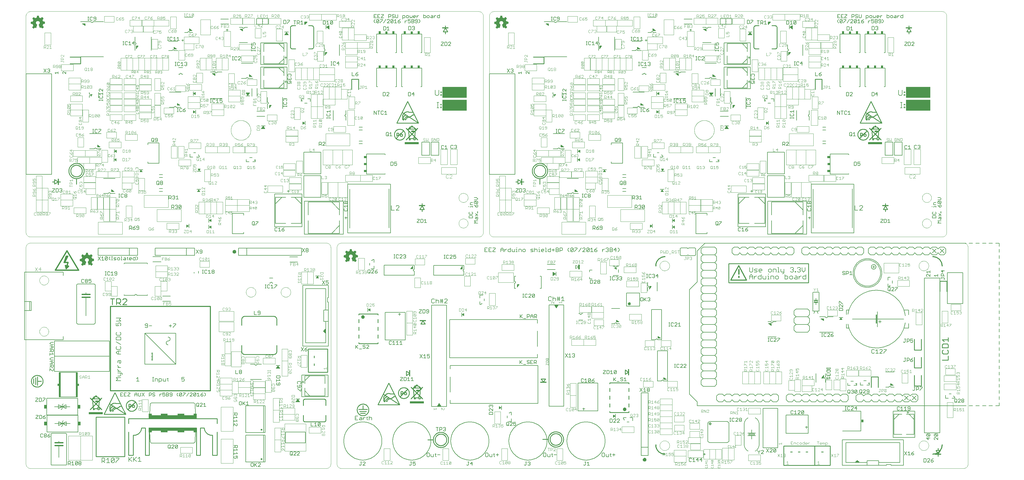
<source format=gto>
G75*
G70*
%OFA0B0*%
%FSLAX24Y24*%
%IPPOS*%
%LPD*%
%AMOC8*
5,1,8,0,0,1.08239X$1,22.5*
%
%ADD10C,0.0039*%
%ADD11R,0.0149X0.0001*%
%ADD12R,0.0004X0.0001*%
%ADD13R,0.0010X0.0001*%
%ADD14R,0.0017X0.0001*%
%ADD15R,0.0023X0.0001*%
%ADD16R,0.0029X0.0001*%
%ADD17R,0.0034X0.0001*%
%ADD18R,0.0040X0.0001*%
%ADD19R,0.0043X0.0002*%
%ADD20R,0.0047X0.0001*%
%ADD21R,0.0050X0.0001*%
%ADD22R,0.0054X0.0001*%
%ADD23R,0.0059X0.0001*%
%ADD24R,0.0064X0.0001*%
%ADD25R,0.0015X0.0001*%
%ADD26R,0.0067X0.0001*%
%ADD27R,0.0020X0.0001*%
%ADD28R,0.0070X0.0001*%
%ADD29R,0.0024X0.0001*%
%ADD30R,0.0074X0.0001*%
%ADD31R,0.0027X0.0001*%
%ADD32R,0.0076X0.0001*%
%ADD33R,0.0030X0.0001*%
%ADD34R,0.0081X0.0002*%
%ADD35R,0.0036X0.0002*%
%ADD36R,0.0086X0.0001*%
%ADD37R,0.0044X0.0001*%
%ADD38R,0.0091X0.0001*%
%ADD39R,0.0046X0.0001*%
%ADD40R,0.0094X0.0001*%
%ADD41R,0.0096X0.0001*%
%ADD42R,0.0053X0.0001*%
%ADD43R,0.0099X0.0001*%
%ADD44R,0.0056X0.0001*%
%ADD45R,0.0104X0.0001*%
%ADD46R,0.0060X0.0001*%
%ADD47R,0.0108X0.0001*%
%ADD48R,0.0112X0.0001*%
%ADD49R,0.0117X0.0001*%
%ADD50R,0.0072X0.0001*%
%ADD51R,0.0120X0.0002*%
%ADD52R,0.0075X0.0002*%
%ADD53R,0.0123X0.0001*%
%ADD54R,0.0078X0.0001*%
%ADD55R,0.0126X0.0001*%
%ADD56R,0.0081X0.0001*%
%ADD57R,0.0131X0.0001*%
%ADD58R,0.0136X0.0001*%
%ADD59R,0.0090X0.0001*%
%ADD60R,0.0139X0.0001*%
%ADD61R,0.0144X0.0001*%
%ADD62R,0.0147X0.0001*%
%ADD63R,0.0101X0.0001*%
%ADD64R,0.0150X0.0001*%
%ADD65R,0.0102X0.0001*%
%ADD66R,0.0153X0.0001*%
%ADD67R,0.0106X0.0001*%
%ADD68R,0.0158X0.0002*%
%ADD69R,0.0109X0.0002*%
%ADD70R,0.0164X0.0001*%
%ADD71R,0.0115X0.0001*%
%ADD72R,0.0168X0.0001*%
%ADD73R,0.0120X0.0001*%
%ADD74R,0.0171X0.0001*%
%ADD75R,0.0123X0.0001*%
%ADD76R,0.0172X0.0001*%
%ADD77R,0.0125X0.0001*%
%ADD78R,0.0175X0.0001*%
%ADD79R,0.0128X0.0001*%
%ADD80R,0.0180X0.0001*%
%ADD81R,0.0132X0.0001*%
%ADD82R,0.0186X0.0001*%
%ADD83R,0.0191X0.0001*%
%ADD84R,0.0141X0.0001*%
%ADD85R,0.0194X0.0001*%
%ADD86R,0.0145X0.0001*%
%ADD87R,0.0196X0.0002*%
%ADD88R,0.0149X0.0002*%
%ADD89R,0.0199X0.0001*%
%ADD90R,0.0151X0.0001*%
%ADD91R,0.0204X0.0001*%
%ADD92R,0.0153X0.0001*%
%ADD93R,0.0207X0.0001*%
%ADD94R,0.0158X0.0001*%
%ADD95R,0.0211X0.0001*%
%ADD96R,0.0162X0.0001*%
%ADD97R,0.0216X0.0001*%
%ADD98R,0.0166X0.0001*%
%ADD99R,0.0219X0.0001*%
%ADD100R,0.0007X0.0001*%
%ADD101R,0.0169X0.0001*%
%ADD102R,0.0222X0.0001*%
%ADD103R,0.0011X0.0001*%
%ADD104R,0.0224X0.0001*%
%ADD105R,0.0014X0.0001*%
%ADD106R,0.0176X0.0001*%
%ADD107R,0.0228X0.0001*%
%ADD108R,0.0018X0.0001*%
%ADD109R,0.0179X0.0001*%
%ADD110R,0.0234X0.0002*%
%ADD111R,0.0024X0.0002*%
%ADD112R,0.0183X0.0002*%
%ADD113R,0.0239X0.0001*%
%ADD114R,0.0189X0.0001*%
%ADD115R,0.0241X0.0001*%
%ADD116R,0.0033X0.0001*%
%ADD117R,0.0012X0.0001*%
%ADD118R,0.0192X0.0001*%
%ADD119R,0.0243X0.0001*%
%ADD120R,0.0038X0.0001*%
%ADD121R,0.0246X0.0001*%
%ADD122R,0.0041X0.0001*%
%ADD123R,0.0019X0.0001*%
%ADD124R,0.0196X0.0001*%
%ADD125R,0.0250X0.0001*%
%ADD126R,0.0021X0.0001*%
%ADD127R,0.0201X0.0001*%
%ADD128R,0.0254X0.0001*%
%ADD129R,0.0048X0.0001*%
%ADD130R,0.0258X0.0001*%
%ADD131R,0.0054X0.0001*%
%ADD132R,0.0209X0.0001*%
%ADD133R,0.0263X0.0001*%
%ADD134R,0.0213X0.0001*%
%ADD135R,0.0267X0.0001*%
%ADD136R,0.0063X0.0001*%
%ADD137R,0.0270X0.0002*%
%ADD138R,0.0066X0.0002*%
%ADD139R,0.0045X0.0002*%
%ADD140R,0.0219X0.0002*%
%ADD141R,0.0271X0.0001*%
%ADD142R,0.0220X0.0001*%
%ADD143R,0.0274X0.0001*%
%ADD144R,0.0051X0.0001*%
%ADD145R,0.0223X0.0001*%
%ADD146R,0.0278X0.0001*%
%ADD147R,0.0282X0.0001*%
%ADD148R,0.0231X0.0001*%
%ADD149R,0.0288X0.0001*%
%ADD150R,0.0085X0.0001*%
%ADD151R,0.0236X0.0001*%
%ADD152R,0.0289X0.0001*%
%ADD153R,0.0087X0.0001*%
%ADD154R,0.0066X0.0001*%
%ADD155R,0.0292X0.0001*%
%ADD156R,0.0069X0.0001*%
%ADD157R,0.0297X0.0001*%
%ADD158R,0.0300X0.0001*%
%ADD159R,0.0075X0.0001*%
%ADD160R,0.0305X0.0002*%
%ADD161R,0.0101X0.0002*%
%ADD162R,0.0078X0.0002*%
%ADD163R,0.0251X0.0002*%
%ADD164R,0.0309X0.0001*%
%ADD165R,0.0105X0.0001*%
%ADD166R,0.0083X0.0001*%
%ADD167R,0.0255X0.0001*%
%ADD168R,0.0314X0.0001*%
%ADD169R,0.0110X0.0001*%
%ADD170R,0.0087X0.0001*%
%ADD171R,0.0316X0.0001*%
%ADD172R,0.0113X0.0001*%
%ADD173R,0.0262X0.0001*%
%ADD174R,0.0319X0.0001*%
%ADD175R,0.0114X0.0001*%
%ADD176R,0.0093X0.0001*%
%ADD177R,0.0266X0.0001*%
%ADD178R,0.0321X0.0001*%
%ADD179R,0.0096X0.0001*%
%ADD180R,0.0324X0.0001*%
%ADD181R,0.0270X0.0001*%
%ADD182R,0.0329X0.0001*%
%ADD183R,0.0124X0.0001*%
%ADD184R,0.0275X0.0001*%
%ADD185R,0.0333X0.0001*%
%ADD186R,0.0279X0.0001*%
%ADD187R,0.0336X0.0001*%
%ADD188R,0.0111X0.0001*%
%ADD189R,0.0284X0.0001*%
%ADD190R,0.0339X0.0002*%
%ADD191R,0.0134X0.0002*%
%ADD192R,0.0114X0.0002*%
%ADD193R,0.0286X0.0002*%
%ADD194R,0.0342X0.0001*%
%ADD195R,0.0116X0.0001*%
%ADD196R,0.0491X0.0001*%
%ADD197R,0.0492X0.0001*%
%ADD198R,0.0294X0.0001*%
%ADD199R,0.0495X0.0001*%
%ADD200R,0.0299X0.0001*%
%ADD201R,0.0496X0.0001*%
%ADD202R,0.0127X0.0001*%
%ADD203R,0.0301X0.0001*%
%ADD204R,0.0498X0.0001*%
%ADD205R,0.0304X0.0001*%
%ADD206R,0.0501X0.0001*%
%ADD207R,0.0134X0.0001*%
%ADD208R,0.0308X0.0001*%
%ADD209R,0.0135X0.0001*%
%ADD210R,0.0311X0.0001*%
%ADD211R,0.0504X0.0001*%
%ADD212R,0.0138X0.0001*%
%ADD213R,0.0504X0.0002*%
%ADD214R,0.0141X0.0002*%
%ADD215R,0.0318X0.0002*%
%ADD216R,0.0507X0.0001*%
%ADD217R,0.0323X0.0001*%
%ADD218R,0.0326X0.0001*%
%ADD219R,0.0508X0.0001*%
%ADD220R,0.0152X0.0001*%
%ADD221R,0.0330X0.0001*%
%ADD222R,0.0510X0.0001*%
%ADD223R,0.0494X0.0001*%
%ADD224R,0.0512X0.0001*%
%ADD225R,0.0500X0.0001*%
%ADD226R,0.0513X0.0001*%
%ADD227R,0.0501X0.0001*%
%ADD228R,0.0513X0.0002*%
%ADD229R,0.0501X0.0002*%
%ADD230R,0.0503X0.0001*%
%ADD231R,0.0504X0.0001*%
%ADD232R,0.0506X0.0001*%
%ADD233R,0.0513X0.0001*%
%ADD234R,0.0509X0.0001*%
%ADD235R,0.0511X0.0001*%
%ADD236R,0.0514X0.0001*%
%ADD237R,0.0516X0.0001*%
%ADD238R,0.0513X0.0002*%
%ADD239R,0.0519X0.0002*%
%ADD240R,0.0519X0.0001*%
%ADD241R,0.0520X0.0001*%
%ADD242R,0.0522X0.0001*%
%ADD243R,0.0507X0.0001*%
%ADD244R,0.0509X0.0002*%
%ADD245R,0.0520X0.0002*%
%ADD246R,0.0522X0.0001*%
%ADD247R,0.0505X0.0001*%
%ADD248R,0.0502X0.0001*%
%ADD249R,0.0521X0.0001*%
%ADD250R,0.0503X0.0002*%
%ADD251R,0.0519X0.0002*%
%ADD252R,0.0519X0.0001*%
%ADD253R,0.0499X0.0001*%
%ADD254R,0.0517X0.0001*%
%ADD255R,0.0495X0.0002*%
%ADD256R,0.0514X0.0002*%
%ADD257R,0.0515X0.0001*%
%ADD258R,0.0492X0.0001*%
%ADD259R,0.0490X0.0001*%
%ADD260R,0.0490X0.0002*%
%ADD261R,0.0511X0.0002*%
%ADD262R,0.0489X0.0001*%
%ADD263R,0.0489X0.0001*%
%ADD264R,0.0488X0.0001*%
%ADD265R,0.0485X0.0001*%
%ADD266R,0.0483X0.0001*%
%ADD267R,0.0483X0.0002*%
%ADD268R,0.0507X0.0002*%
%ADD269R,0.0483X0.0001*%
%ADD270R,0.0481X0.0001*%
%ADD271R,0.0480X0.0001*%
%ADD272R,0.0480X0.0002*%
%ADD273R,0.0501X0.0002*%
%ADD274R,0.0479X0.0001*%
%ADD275R,0.0477X0.0001*%
%ADD276R,0.0477X0.0001*%
%ADD277R,0.0475X0.0001*%
%ADD278R,0.0474X0.0001*%
%ADD279R,0.0472X0.0001*%
%ADD280R,0.0472X0.0002*%
%ADD281R,0.0498X0.0002*%
%ADD282R,0.0471X0.0001*%
%ADD283R,0.0473X0.0001*%
%ADD284R,0.0471X0.0001*%
%ADD285R,0.0470X0.0001*%
%ADD286R,0.0468X0.0001*%
%ADD287R,0.0469X0.0001*%
%ADD288R,0.0468X0.0002*%
%ADD289R,0.0491X0.0002*%
%ADD290R,0.0466X0.0001*%
%ADD291R,0.0465X0.0001*%
%ADD292R,0.0464X0.0001*%
%ADD293R,0.0462X0.0001*%
%ADD294R,0.0462X0.0002*%
%ADD295R,0.0489X0.0002*%
%ADD296R,0.0461X0.0001*%
%ADD297R,0.0460X0.0001*%
%ADD298R,0.0459X0.0001*%
%ADD299R,0.0484X0.0001*%
%ADD300R,0.0457X0.0001*%
%ADD301R,0.0459X0.0001*%
%ADD302R,0.0458X0.0002*%
%ADD303R,0.0484X0.0002*%
%ADD304R,0.0456X0.0001*%
%ADD305R,0.0455X0.0001*%
%ADD306R,0.0453X0.0001*%
%ADD307R,0.0451X0.0001*%
%ADD308R,0.0453X0.0001*%
%ADD309R,0.0450X0.0001*%
%ADD310R,0.0451X0.0002*%
%ADD311R,0.0478X0.0001*%
%ADD312R,0.0449X0.0001*%
%ADD313R,0.0476X0.0001*%
%ADD314R,0.0447X0.0001*%
%ADD315R,0.0474X0.0001*%
%ADD316R,0.0449X0.0002*%
%ADD317R,0.0476X0.0002*%
%ADD318R,0.0454X0.0001*%
%ADD319R,0.0469X0.0002*%
%ADD320R,0.0468X0.0001*%
%ADD321R,0.0467X0.0001*%
%ADD322R,0.0473X0.0002*%
%ADD323R,0.0468X0.0002*%
%ADD324R,0.0486X0.0002*%
%ADD325R,0.0474X0.0002*%
%ADD326R,0.0487X0.0001*%
%ADD327R,0.0497X0.0001*%
%ADD328R,0.0486X0.0001*%
%ADD329R,0.0500X0.0002*%
%ADD330R,0.0487X0.0002*%
%ADD331R,0.0498X0.0001*%
%ADD332R,0.0524X0.0002*%
%ADD333R,0.0524X0.0001*%
%ADD334R,0.0525X0.0001*%
%ADD335R,0.0528X0.0001*%
%ADD336R,0.0529X0.0001*%
%ADD337R,0.0533X0.0001*%
%ADD338R,0.0534X0.0001*%
%ADD339R,0.0523X0.0001*%
%ADD340R,0.0536X0.0001*%
%ADD341R,0.0537X0.0002*%
%ADD342R,0.0527X0.0002*%
%ADD343R,0.0537X0.0001*%
%ADD344R,0.0528X0.0001*%
%ADD345R,0.0539X0.0001*%
%ADD346R,0.0530X0.0001*%
%ADD347R,0.0540X0.0001*%
%ADD348R,0.0541X0.0001*%
%ADD349R,0.0531X0.0001*%
%ADD350R,0.0543X0.0001*%
%ADD351R,0.0544X0.0001*%
%ADD352R,0.0546X0.0002*%
%ADD353R,0.0536X0.0002*%
%ADD354R,0.0547X0.0001*%
%ADD355R,0.0551X0.0001*%
%ADD356R,0.0552X0.0001*%
%ADD357R,0.0554X0.0001*%
%ADD358R,0.0555X0.0001*%
%ADD359R,0.0555X0.0002*%
%ADD360R,0.0547X0.0002*%
%ADD361R,0.0549X0.0001*%
%ADD362R,0.0548X0.0001*%
%ADD363R,0.0538X0.0001*%
%ADD364R,0.0537X0.0001*%
%ADD365R,0.0533X0.0002*%
%ADD366R,0.0531X0.0001*%
%ADD367R,0.0526X0.0001*%
%ADD368R,0.0518X0.0001*%
%ADD369R,0.0498X0.0002*%
%ADD370R,0.0496X0.0002*%
%ADD371R,0.0486X0.0001*%
%ADD372R,0.0485X0.0002*%
%ADD373R,0.0482X0.0001*%
%ADD374R,0.0477X0.0002*%
%ADD375R,0.0530X0.0002*%
%ADD376R,0.0464X0.0002*%
%ADD377R,0.0561X0.0001*%
%ADD378R,0.0570X0.0001*%
%ADD379R,0.0576X0.0001*%
%ADD380R,0.0581X0.0001*%
%ADD381R,0.0585X0.0001*%
%ADD382R,0.0589X0.0001*%
%ADD383R,0.0600X0.0002*%
%ADD384R,0.0614X0.0001*%
%ADD385R,0.0623X0.0001*%
%ADD386R,0.0630X0.0001*%
%ADD387R,0.0633X0.0001*%
%ADD388R,0.0638X0.0001*%
%ADD389R,0.0645X0.0001*%
%ADD390R,0.0657X0.0001*%
%ADD391R,0.0556X0.0001*%
%ADD392R,0.0669X0.0001*%
%ADD393R,0.0674X0.0001*%
%ADD394R,0.0579X0.0001*%
%ADD395R,0.0676X0.0002*%
%ADD396R,0.0585X0.0002*%
%ADD397R,0.0678X0.0001*%
%ADD398R,0.0590X0.0001*%
%ADD399R,0.0679X0.0001*%
%ADD400R,0.0596X0.0001*%
%ADD401R,0.0681X0.0001*%
%ADD402R,0.0606X0.0001*%
%ADD403R,0.0620X0.0001*%
%ADD404R,0.0682X0.0001*%
%ADD405R,0.0633X0.0001*%
%ADD406R,0.0684X0.0001*%
%ADD407R,0.0639X0.0001*%
%ADD408R,0.0649X0.0001*%
%ADD409R,0.0684X0.0001*%
%ADD410R,0.0655X0.0001*%
%ADD411R,0.0683X0.0002*%
%ADD412R,0.0664X0.0002*%
%ADD413R,0.0683X0.0001*%
%ADD414R,0.0670X0.0001*%
%ADD415R,0.0671X0.0001*%
%ADD416R,0.0681X0.0001*%
%ADD417R,0.0672X0.0001*%
%ADD418R,0.0680X0.0001*%
%ADD419R,0.0675X0.0001*%
%ADD420R,0.0676X0.0001*%
%ADD421R,0.0680X0.0002*%
%ADD422R,0.0678X0.0002*%
%ADD423R,0.0678X0.0001*%
%ADD424R,0.0675X0.0002*%
%ADD425R,0.0672X0.0002*%
%ADD426R,0.0672X0.0001*%
%ADD427R,0.0671X0.0002*%
%ADD428R,0.0670X0.0002*%
%ADD429R,0.0669X0.0001*%
%ADD430R,0.0667X0.0001*%
%ADD431R,0.0669X0.0002*%
%ADD432R,0.0667X0.0002*%
%ADD433R,0.0668X0.0001*%
%ADD434R,0.0666X0.0001*%
%ADD435R,0.0668X0.0002*%
%ADD436R,0.0666X0.0002*%
%ADD437R,0.0666X0.0001*%
%ADD438R,0.0664X0.0001*%
%ADD439R,0.0663X0.0001*%
%ADD440R,0.0666X0.0002*%
%ADD441R,0.0663X0.0002*%
%ADD442R,0.0665X0.0001*%
%ADD443R,0.0674X0.0002*%
%ADD444R,0.0677X0.0001*%
%ADD445R,0.0678X0.0002*%
%ADD446R,0.0682X0.0002*%
%ADD447R,0.0686X0.0001*%
%ADD448R,0.0686X0.0002*%
%ADD449R,0.0687X0.0001*%
%ADD450R,0.0689X0.0001*%
%ADD451R,0.0653X0.0001*%
%ADD452R,0.0641X0.0001*%
%ADD453R,0.0626X0.0001*%
%ADD454R,0.0616X0.0001*%
%ADD455R,0.0687X0.0001*%
%ADD456R,0.0612X0.0001*%
%ADD457R,0.0688X0.0001*%
%ADD458R,0.0606X0.0001*%
%ADD459R,0.0601X0.0001*%
%ADD460R,0.0591X0.0002*%
%ADD461R,0.0567X0.0001*%
%ADD462R,0.0560X0.0001*%
%ADD463R,0.0659X0.0001*%
%ADD464R,0.0516X0.0001*%
%ADD465R,0.0639X0.0001*%
%ADD466R,0.0502X0.0002*%
%ADD467R,0.0633X0.0002*%
%ADD468R,0.0608X0.0001*%
%ADD469R,0.0582X0.0001*%
%ADD470R,0.0577X0.0001*%
%ADD471R,0.0569X0.0002*%
%ADD472R,0.0546X0.0001*%
%ADD473R,0.0486X0.0002*%
%ADD474R,0.0493X0.0001*%
%ADD475R,0.0516X0.0002*%
%ADD476R,0.0532X0.0001*%
%ADD477R,0.0534X0.0002*%
%ADD478R,0.0535X0.0002*%
%ADD479R,0.0543X0.0001*%
%ADD480R,0.0553X0.0001*%
%ADD481R,0.0559X0.0001*%
%ADD482R,0.0564X0.0001*%
%ADD483R,0.0564X0.0001*%
%ADD484R,0.0567X0.0001*%
%ADD485R,0.0569X0.0001*%
%ADD486R,0.0570X0.0002*%
%ADD487R,0.0571X0.0002*%
%ADD488R,0.0571X0.0001*%
%ADD489R,0.0573X0.0001*%
%ADD490R,0.0574X0.0001*%
%ADD491R,0.0576X0.0001*%
%ADD492R,0.0600X0.0001*%
%ADD493R,0.0611X0.0001*%
%ADD494R,0.0618X0.0001*%
%ADD495R,0.0621X0.0001*%
%ADD496R,0.1269X0.0001*%
%ADD497R,0.1267X0.0001*%
%ADD498R,0.1266X0.0001*%
%ADD499R,0.1266X0.0002*%
%ADD500R,0.1264X0.0001*%
%ADD501R,0.1261X0.0001*%
%ADD502R,0.1260X0.0001*%
%ADD503R,0.1259X0.0001*%
%ADD504R,0.1256X0.0001*%
%ADD505R,0.1254X0.0001*%
%ADD506R,0.1253X0.0001*%
%ADD507R,0.1251X0.0001*%
%ADD508R,0.1251X0.0002*%
%ADD509R,0.1248X0.0001*%
%ADD510R,0.1245X0.0001*%
%ADD511R,0.1244X0.0001*%
%ADD512R,0.1242X0.0001*%
%ADD513R,0.1239X0.0001*%
%ADD514R,0.1237X0.0001*%
%ADD515R,0.1236X0.0002*%
%ADD516R,0.1233X0.0001*%
%ADD517R,0.1230X0.0001*%
%ADD518R,0.1229X0.0001*%
%ADD519R,0.1227X0.0001*%
%ADD520R,0.1226X0.0001*%
%ADD521R,0.1224X0.0001*%
%ADD522R,0.1223X0.0002*%
%ADD523R,0.1219X0.0001*%
%ADD524R,0.1216X0.0001*%
%ADD525R,0.1215X0.0001*%
%ADD526R,0.1214X0.0001*%
%ADD527R,0.1212X0.0001*%
%ADD528R,0.1209X0.0001*%
%ADD529R,0.1207X0.0002*%
%ADD530R,0.1206X0.0001*%
%ADD531R,0.1204X0.0001*%
%ADD532R,0.1201X0.0001*%
%ADD533R,0.1200X0.0001*%
%ADD534R,0.1199X0.0001*%
%ADD535R,0.1196X0.0001*%
%ADD536R,0.1194X0.0001*%
%ADD537R,0.1193X0.0001*%
%ADD538R,0.1191X0.0001*%
%ADD539R,0.1191X0.0002*%
%ADD540R,0.1188X0.0001*%
%ADD541R,0.1185X0.0001*%
%ADD542R,0.1184X0.0001*%
%ADD543R,0.1181X0.0001*%
%ADD544R,0.1177X0.0001*%
%ADD545R,0.1176X0.0001*%
%ADD546R,0.1174X0.0001*%
%ADD547R,0.1173X0.0001*%
%ADD548R,0.1170X0.0002*%
%ADD549R,0.1170X0.0001*%
%ADD550R,0.1169X0.0001*%
%ADD551R,0.1166X0.0001*%
%ADD552R,0.1164X0.0001*%
%ADD553R,0.1163X0.0001*%
%ADD554R,0.1163X0.0002*%
%ADD555R,0.1167X0.0001*%
%ADD556R,0.1171X0.0001*%
%ADD557R,0.1179X0.0001*%
%ADD558R,0.1182X0.0001*%
%ADD559R,0.1182X0.0002*%
%ADD560R,0.1188X0.0001*%
%ADD561R,0.1190X0.0001*%
%ADD562R,0.1197X0.0001*%
%ADD563R,0.1204X0.0002*%
%ADD564R,0.1207X0.0001*%
%ADD565R,0.1210X0.0001*%
%ADD566R,0.1213X0.0001*%
%ADD567R,0.1217X0.0001*%
%ADD568R,0.1218X0.0001*%
%ADD569R,0.1220X0.0001*%
%ADD570R,0.1221X0.0001*%
%ADD571R,0.1223X0.0001*%
%ADD572R,0.1226X0.0002*%
%ADD573R,0.1236X0.0001*%
%ADD574R,0.1239X0.0001*%
%ADD575R,0.1240X0.0001*%
%ADD576R,0.1243X0.0001*%
%ADD577R,0.1248X0.0002*%
%ADD578R,0.1248X0.0001*%
%ADD579R,0.1251X0.0001*%
%ADD580R,0.1257X0.0001*%
%ADD581R,0.1263X0.0001*%
%ADD582R,0.1267X0.0002*%
%ADD583R,0.1270X0.0001*%
%ADD584R,0.1274X0.0001*%
%ADD585R,0.1275X0.0001*%
%ADD586R,0.1278X0.0001*%
%ADD587R,0.1280X0.0001*%
%ADD588R,0.1281X0.0001*%
%ADD589R,0.1284X0.0001*%
%ADD590R,0.1286X0.0001*%
%ADD591R,0.1289X0.0001*%
%ADD592R,0.1290X0.0002*%
%ADD593R,0.1291X0.0001*%
%ADD594R,0.1294X0.0001*%
%ADD595R,0.1296X0.0001*%
%ADD596R,0.1299X0.0001*%
%ADD597R,0.1300X0.0001*%
%ADD598R,0.1302X0.0001*%
%ADD599R,0.1304X0.0001*%
%ADD600R,0.1306X0.0001*%
%ADD601R,0.1308X0.0001*%
%ADD602R,0.1311X0.0002*%
%ADD603R,0.1313X0.0001*%
%ADD604R,0.1316X0.0001*%
%ADD605R,0.1317X0.0001*%
%ADD606R,0.1320X0.0001*%
%ADD607R,0.1323X0.0001*%
%ADD608R,0.1326X0.0001*%
%ADD609R,0.1329X0.0001*%
%ADD610R,0.1332X0.0002*%
%ADD611R,0.1335X0.0001*%
%ADD612R,0.1336X0.0001*%
%ADD613R,0.1340X0.0001*%
%ADD614R,0.1343X0.0001*%
%ADD615R,0.1346X0.0001*%
%ADD616R,0.1347X0.0001*%
%ADD617R,0.1350X0.0001*%
%ADD618R,0.1353X0.0002*%
%ADD619R,0.1356X0.0001*%
%ADD620R,0.1357X0.0001*%
%ADD621R,0.1360X0.0001*%
%ADD622R,0.1364X0.0001*%
%ADD623R,0.1365X0.0001*%
%ADD624R,0.1368X0.0001*%
%ADD625R,0.1369X0.0001*%
%ADD626R,0.1373X0.0001*%
%ADD627R,0.1374X0.0002*%
%ADD628R,0.1377X0.0001*%
%ADD629R,0.1379X0.0001*%
%ADD630R,0.1380X0.0001*%
%ADD631R,0.1383X0.0001*%
%ADD632R,0.1386X0.0001*%
%ADD633R,0.1387X0.0001*%
%ADD634R,0.1391X0.0001*%
%ADD635R,0.1394X0.0001*%
%ADD636R,0.1395X0.0002*%
%ADD637R,0.1398X0.0001*%
%ADD638R,0.1401X0.0001*%
%ADD639R,0.1403X0.0001*%
%ADD640R,0.1406X0.0001*%
%ADD641R,0.1407X0.0001*%
%ADD642R,0.1409X0.0001*%
%ADD643R,0.1411X0.0001*%
%ADD644R,0.1414X0.0001*%
%ADD645R,0.1416X0.0002*%
%ADD646R,0.1419X0.0001*%
%ADD647R,0.1421X0.0001*%
%ADD648R,0.1422X0.0001*%
%ADD649R,0.1424X0.0001*%
%ADD650R,0.1426X0.0001*%
%ADD651R,0.1428X0.0001*%
%ADD652R,0.1429X0.0002*%
%ADD653R,0.1429X0.0001*%
%ADD654R,0.1425X0.0001*%
%ADD655R,0.1421X0.0002*%
%ADD656R,0.1418X0.0001*%
%ADD657R,0.1416X0.0001*%
%ADD658R,0.1413X0.0001*%
%ADD659R,0.1410X0.0001*%
%ADD660R,0.1404X0.0001*%
%ADD661R,0.1401X0.0001*%
%ADD662R,0.0346X0.0001*%
%ADD663R,0.1044X0.0001*%
%ADD664R,0.0342X0.0002*%
%ADD665R,0.1040X0.0002*%
%ADD666R,0.0337X0.0001*%
%ADD667R,0.1034X0.0001*%
%ADD668R,0.0357X0.0001*%
%ADD669R,0.0660X0.0001*%
%ADD670R,0.0353X0.0001*%
%ADD671R,0.0327X0.0001*%
%ADD672R,0.0349X0.0001*%
%ADD673R,0.0321X0.0001*%
%ADD674R,0.0648X0.0001*%
%ADD675R,0.0344X0.0001*%
%ADD676R,0.0317X0.0001*%
%ADD677R,0.0339X0.0001*%
%ADD678R,0.0312X0.0001*%
%ADD679R,0.0631X0.0001*%
%ADD680R,0.0334X0.0001*%
%ADD681R,0.0309X0.0001*%
%ADD682R,0.0307X0.0002*%
%ADD683R,0.0623X0.0002*%
%ADD684R,0.0327X0.0002*%
%ADD685R,0.0618X0.0001*%
%ADD686R,0.0297X0.0001*%
%ADD687R,0.0607X0.0001*%
%ADD688R,0.0320X0.0001*%
%ADD689R,0.0293X0.0001*%
%ADD690R,0.0599X0.0001*%
%ADD691R,0.0313X0.0001*%
%ADD692R,0.0285X0.0001*%
%ADD693R,0.0584X0.0001*%
%ADD694R,0.0303X0.0001*%
%ADD695R,0.0281X0.0001*%
%ADD696R,0.0273X0.0002*%
%ADD697R,0.0563X0.0002*%
%ADD698R,0.0293X0.0002*%
%ADD699R,0.0264X0.0001*%
%ADD700R,0.0259X0.0001*%
%ADD701R,0.0256X0.0001*%
%ADD702R,0.0276X0.0001*%
%ADD703R,0.0252X0.0001*%
%ADD704R,0.0273X0.0001*%
%ADD705R,0.0248X0.0001*%
%ADD706R,0.0269X0.0001*%
%ADD707R,0.0245X0.0001*%
%ADD708R,0.0240X0.0001*%
%ADD709R,0.0237X0.0002*%
%ADD710R,0.0256X0.0002*%
%ADD711R,0.0234X0.0001*%
%ADD712R,0.0232X0.0001*%
%ADD713R,0.0251X0.0001*%
%ADD714R,0.0228X0.0001*%
%ADD715R,0.0246X0.0001*%
%ADD716R,0.0456X0.0001*%
%ADD717R,0.0219X0.0001*%
%ADD718R,0.0444X0.0001*%
%ADD719R,0.0237X0.0001*%
%ADD720R,0.0214X0.0001*%
%ADD721R,0.0436X0.0001*%
%ADD722R,0.0432X0.0001*%
%ADD723R,0.0231X0.0001*%
%ADD724R,0.0210X0.0001*%
%ADD725R,0.0426X0.0001*%
%ADD726R,0.0420X0.0001*%
%ADD727R,0.0226X0.0001*%
%ADD728R,0.0204X0.0002*%
%ADD729R,0.0409X0.0002*%
%ADD730R,0.0222X0.0002*%
%ADD731R,0.0391X0.0001*%
%ADD732R,0.0217X0.0001*%
%ADD733R,0.0376X0.0001*%
%ADD734R,0.0368X0.0001*%
%ADD735R,0.0189X0.0001*%
%ADD736R,0.0361X0.0001*%
%ADD737R,0.0206X0.0001*%
%ADD738R,0.0186X0.0001*%
%ADD739R,0.0356X0.0001*%
%ADD740R,0.0181X0.0001*%
%ADD741R,0.0345X0.0001*%
%ADD742R,0.0173X0.0001*%
%ADD743R,0.0331X0.0001*%
%ADD744R,0.0190X0.0001*%
%ADD745R,0.0168X0.0001*%
%ADD746R,0.0165X0.0002*%
%ADD747R,0.0162X0.0001*%
%ADD748R,0.0159X0.0001*%
%ADD749R,0.0177X0.0001*%
%ADD750R,0.0156X0.0001*%
%ADD751R,0.0324X0.0001*%
%ADD752R,0.0174X0.0001*%
%ADD753R,0.0167X0.0001*%
%ADD754R,0.0146X0.0001*%
%ADD755R,0.0163X0.0001*%
%ADD756R,0.0141X0.0001*%
%ADD757R,0.0140X0.0001*%
%ADD758R,0.0137X0.0001*%
%ADD759R,0.0133X0.0001*%
%ADD760R,0.0129X0.0002*%
%ADD761R,0.0321X0.0002*%
%ADD762R,0.0146X0.0002*%
%ADD763R,0.0119X0.0001*%
%ADD764R,0.0129X0.0001*%
%ADD765R,0.0111X0.0001*%
%ADD766R,0.0126X0.0001*%
%ADD767R,0.0318X0.0001*%
%ADD768R,0.0097X0.0001*%
%ADD769R,0.0315X0.0001*%
%ADD770R,0.0089X0.0002*%
%ADD771R,0.0315X0.0002*%
%ADD772R,0.0105X0.0002*%
%ADD773R,0.0079X0.0001*%
%ADD774R,0.0089X0.0001*%
%ADD775R,0.0069X0.0001*%
%ADD776R,0.0084X0.0001*%
%ADD777R,0.0057X0.0001*%
%ADD778R,0.0052X0.0002*%
%ADD779R,0.0311X0.0002*%
%ADD780R,0.0066X0.0002*%
%ADD781R,0.0061X0.0001*%
%ADD782R,0.0042X0.0001*%
%ADD783R,0.0055X0.0001*%
%ADD784R,0.0039X0.0001*%
%ADD785R,0.0052X0.0001*%
%ADD786R,0.0036X0.0001*%
%ADD787R,0.0049X0.0001*%
%ADD788R,0.0307X0.0001*%
%ADD789R,0.0045X0.0001*%
%ADD790R,0.0022X0.0001*%
%ADD791R,0.0035X0.0001*%
%ADD792R,0.0025X0.0002*%
%ADD793R,0.0306X0.0001*%
%ADD794R,0.0018X0.0001*%
%ADD795R,0.0008X0.0001*%
%ADD796R,0.0300X0.0002*%
%ADD797R,0.0296X0.0001*%
%ADD798R,0.0294X0.0002*%
%ADD799R,0.0294X0.0001*%
%ADD800R,0.0291X0.0001*%
%ADD801R,0.0291X0.0002*%
%ADD802R,0.0286X0.0001*%
%ADD803R,0.0281X0.0002*%
%ADD804R,0.0277X0.0001*%
%ADD805R,0.0276X0.0001*%
%ADD806R,0.0266X0.0002*%
%ADD807R,0.0264X0.0001*%
%ADD808R,0.0261X0.0001*%
%ADD809R,0.0259X0.0002*%
%ADD810R,0.0254X0.0002*%
%ADD811R,0.0248X0.0002*%
%ADD812R,0.0218X0.0002*%
%ADD813R,0.0157X0.0001*%
%ADD814C,0.0050*%
%ADD815C,0.0080*%
%ADD816R,0.3150X0.1425*%
%ADD817C,0.0100*%
%ADD818C,0.0160*%
%ADD819C,0.0060*%
%ADD820C,0.0040*%
%ADD821C,0.0070*%
%ADD822C,0.0150*%
%ADD823C,0.0120*%
%ADD824C,0.0030*%
%ADD825C,0.0090*%
%ADD826R,0.0079X0.0551*%
%ADD827C,0.0020*%
%ADD828C,0.0000*%
%ADD829R,0.0551X0.0079*%
%ADD830R,0.0327X0.0299*%
%ADD831R,0.0358X0.0299*%
%ADD832R,0.0079X0.0079*%
%ADD833R,0.0299X0.0327*%
%ADD834R,0.0299X0.0358*%
%ADD835R,0.1800X0.0300*%
%ADD836R,0.0827X0.0118*%
%ADD837R,0.0118X0.0827*%
%ADD838R,0.0350X0.0500*%
%ADD839R,0.6200X0.0400*%
%ADD840R,0.0400X0.0200*%
%ADD841R,0.0850X0.0200*%
%ADD842C,0.0217*%
%ADD843R,0.0197X0.3150*%
%ADD844R,0.0225X0.0300*%
%ADD845C,0.0472*%
%ADD846R,0.0300X0.0340*%
%ADD847R,0.0118X0.1181*%
%ADD848R,0.0240X0.0620*%
D10*
X005087Y003472D02*
X043276Y003472D01*
X043322Y003474D01*
X043368Y003479D01*
X043414Y003488D01*
X043459Y003501D01*
X043502Y003517D01*
X043544Y003536D01*
X043585Y003559D01*
X043623Y003585D01*
X043660Y003614D01*
X043694Y003645D01*
X043725Y003679D01*
X043754Y003716D01*
X043780Y003754D01*
X043803Y003795D01*
X043822Y003837D01*
X043838Y003880D01*
X043851Y003925D01*
X043860Y003971D01*
X043865Y004017D01*
X043867Y004063D01*
X043866Y004063D02*
X043866Y032015D01*
X043867Y032015D02*
X043865Y032061D01*
X043860Y032107D01*
X043851Y032153D01*
X043838Y032198D01*
X043822Y032241D01*
X043803Y032283D01*
X043780Y032324D01*
X043754Y032362D01*
X043725Y032399D01*
X043694Y032433D01*
X043660Y032464D01*
X043623Y032493D01*
X043585Y032519D01*
X043544Y032542D01*
X043502Y032561D01*
X043459Y032577D01*
X043414Y032590D01*
X043368Y032599D01*
X043322Y032604D01*
X043276Y032606D01*
X005087Y032606D01*
X005041Y032604D01*
X004995Y032599D01*
X004949Y032590D01*
X004904Y032577D01*
X004861Y032561D01*
X004819Y032542D01*
X004778Y032519D01*
X004740Y032493D01*
X004703Y032464D01*
X004669Y032433D01*
X004638Y032399D01*
X004609Y032362D01*
X004583Y032324D01*
X004560Y032283D01*
X004541Y032241D01*
X004525Y032198D01*
X004512Y032153D01*
X004503Y032107D01*
X004498Y032061D01*
X004496Y032015D01*
X004496Y004063D01*
X004498Y004017D01*
X004503Y003971D01*
X004512Y003925D01*
X004525Y003880D01*
X004541Y003837D01*
X004560Y003795D01*
X004583Y003754D01*
X004609Y003716D01*
X004638Y003679D01*
X004669Y003645D01*
X004703Y003614D01*
X004740Y003585D01*
X004778Y003559D01*
X004819Y003536D01*
X004861Y003517D01*
X004904Y003501D01*
X004949Y003488D01*
X004995Y003479D01*
X005041Y003474D01*
X005087Y003472D01*
X044654Y004063D02*
X044654Y032015D01*
X044653Y032015D02*
X044655Y032061D01*
X044660Y032107D01*
X044669Y032153D01*
X044682Y032198D01*
X044698Y032241D01*
X044717Y032283D01*
X044740Y032324D01*
X044766Y032362D01*
X044795Y032399D01*
X044826Y032433D01*
X044860Y032464D01*
X044897Y032493D01*
X044935Y032519D01*
X044976Y032542D01*
X045018Y032561D01*
X045061Y032577D01*
X045106Y032590D01*
X045152Y032599D01*
X045198Y032604D01*
X045244Y032606D01*
X125559Y032606D01*
X125605Y032604D01*
X125651Y032599D01*
X125697Y032590D01*
X125742Y032577D01*
X125785Y032561D01*
X125827Y032542D01*
X125868Y032519D01*
X125906Y032493D01*
X125943Y032464D01*
X125977Y032433D01*
X126008Y032399D01*
X126037Y032362D01*
X126063Y032324D01*
X126086Y032283D01*
X126105Y032241D01*
X126121Y032198D01*
X126134Y032153D01*
X126143Y032107D01*
X126148Y032061D01*
X126150Y032015D01*
X126150Y004063D01*
X126148Y004017D01*
X126143Y003971D01*
X126134Y003925D01*
X126121Y003880D01*
X126105Y003837D01*
X126086Y003795D01*
X126063Y003754D01*
X126037Y003716D01*
X126008Y003679D01*
X125977Y003645D01*
X125943Y003614D01*
X125906Y003585D01*
X125868Y003559D01*
X125827Y003536D01*
X125785Y003517D01*
X125742Y003501D01*
X125697Y003488D01*
X125651Y003479D01*
X125605Y003474D01*
X125559Y003472D01*
X045244Y003472D01*
X045198Y003474D01*
X045152Y003479D01*
X045106Y003488D01*
X045061Y003501D01*
X045018Y003517D01*
X044976Y003536D01*
X044935Y003559D01*
X044897Y003585D01*
X044860Y003614D01*
X044826Y003645D01*
X044795Y003679D01*
X044766Y003716D01*
X044740Y003754D01*
X044717Y003795D01*
X044698Y003837D01*
X044682Y003880D01*
X044669Y003925D01*
X044660Y003971D01*
X044655Y004017D01*
X044653Y004063D01*
X062961Y033393D02*
X005087Y033393D01*
X005041Y033395D01*
X004995Y033400D01*
X004949Y033409D01*
X004904Y033422D01*
X004861Y033438D01*
X004819Y033457D01*
X004778Y033480D01*
X004740Y033506D01*
X004703Y033535D01*
X004669Y033566D01*
X004638Y033600D01*
X004609Y033637D01*
X004583Y033675D01*
X004560Y033716D01*
X004541Y033758D01*
X004525Y033801D01*
X004512Y033846D01*
X004503Y033892D01*
X004498Y033938D01*
X004496Y033984D01*
X004496Y061937D01*
X004498Y061983D01*
X004503Y062029D01*
X004512Y062075D01*
X004525Y062120D01*
X004541Y062163D01*
X004560Y062205D01*
X004583Y062246D01*
X004609Y062284D01*
X004638Y062321D01*
X004669Y062355D01*
X004703Y062386D01*
X004740Y062415D01*
X004778Y062441D01*
X004819Y062464D01*
X004861Y062483D01*
X004904Y062499D01*
X004949Y062512D01*
X004995Y062521D01*
X005041Y062526D01*
X005087Y062528D01*
X005087Y062527D02*
X062961Y062527D01*
X062961Y062528D02*
X063007Y062526D01*
X063053Y062521D01*
X063099Y062512D01*
X063144Y062499D01*
X063187Y062483D01*
X063229Y062464D01*
X063270Y062441D01*
X063308Y062415D01*
X063345Y062386D01*
X063379Y062355D01*
X063410Y062321D01*
X063439Y062284D01*
X063465Y062246D01*
X063488Y062205D01*
X063507Y062163D01*
X063523Y062120D01*
X063536Y062075D01*
X063545Y062029D01*
X063550Y061983D01*
X063552Y061937D01*
X063551Y061937D02*
X063551Y033984D01*
X063552Y033984D02*
X063550Y033938D01*
X063545Y033892D01*
X063536Y033846D01*
X063523Y033801D01*
X063507Y033758D01*
X063488Y033716D01*
X063465Y033675D01*
X063439Y033637D01*
X063410Y033600D01*
X063379Y033566D01*
X063345Y033535D01*
X063308Y033506D01*
X063270Y033480D01*
X063229Y033457D01*
X063187Y033438D01*
X063144Y033422D01*
X063099Y033409D01*
X063053Y033400D01*
X063007Y033395D01*
X062961Y033393D01*
X064339Y033984D02*
X064339Y061937D01*
X064338Y061937D02*
X064340Y061983D01*
X064345Y062029D01*
X064354Y062075D01*
X064367Y062120D01*
X064383Y062163D01*
X064402Y062205D01*
X064425Y062246D01*
X064451Y062284D01*
X064480Y062321D01*
X064511Y062355D01*
X064545Y062386D01*
X064582Y062415D01*
X064620Y062441D01*
X064661Y062464D01*
X064703Y062483D01*
X064746Y062499D01*
X064791Y062512D01*
X064837Y062521D01*
X064883Y062526D01*
X064929Y062528D01*
X064929Y062527D02*
X122803Y062527D01*
X122803Y062528D02*
X122849Y062526D01*
X122895Y062521D01*
X122941Y062512D01*
X122986Y062499D01*
X123029Y062483D01*
X123071Y062464D01*
X123112Y062441D01*
X123150Y062415D01*
X123187Y062386D01*
X123221Y062355D01*
X123252Y062321D01*
X123281Y062284D01*
X123307Y062246D01*
X123330Y062205D01*
X123349Y062163D01*
X123365Y062120D01*
X123378Y062075D01*
X123387Y062029D01*
X123392Y061983D01*
X123394Y061937D01*
X123394Y033984D01*
X123392Y033938D01*
X123387Y033892D01*
X123378Y033846D01*
X123365Y033801D01*
X123349Y033758D01*
X123330Y033716D01*
X123307Y033675D01*
X123281Y033637D01*
X123252Y033600D01*
X123221Y033566D01*
X123187Y033535D01*
X123150Y033506D01*
X123112Y033480D01*
X123071Y033457D01*
X123029Y033438D01*
X122986Y033422D01*
X122941Y033409D01*
X122895Y033400D01*
X122849Y033395D01*
X122803Y033393D01*
X064929Y033393D01*
X064883Y033395D01*
X064837Y033400D01*
X064791Y033409D01*
X064746Y033422D01*
X064703Y033438D01*
X064661Y033457D01*
X064620Y033480D01*
X064582Y033506D01*
X064545Y033535D01*
X064511Y033566D01*
X064480Y033600D01*
X064451Y033637D01*
X064425Y033675D01*
X064402Y033716D01*
X064383Y033758D01*
X064367Y033801D01*
X064354Y033846D01*
X064345Y033892D01*
X064340Y033938D01*
X064338Y033984D01*
D11*
X046179Y030707D03*
X012098Y030229D03*
X005773Y060879D03*
X065616Y060879D03*
D12*
X065327Y060308D03*
X066147Y060395D03*
X066465Y060325D03*
X006623Y060325D03*
X006305Y060395D03*
X005484Y060308D03*
X046710Y030223D03*
X047028Y030153D03*
X045890Y030136D03*
X012630Y029745D03*
X011809Y029658D03*
D13*
X011809Y029660D03*
X045890Y030138D03*
X065327Y060310D03*
X005484Y060310D03*
D14*
X005484Y060311D03*
X065327Y060311D03*
X045890Y030139D03*
X011809Y029661D03*
D15*
X011809Y029663D03*
X045890Y030141D03*
X065327Y060313D03*
X005484Y060313D03*
D16*
X005484Y060314D03*
X005493Y061753D03*
X065336Y061753D03*
X065327Y060314D03*
X045899Y031581D03*
X045890Y030142D03*
X011809Y029664D03*
X011818Y031103D03*
D17*
X011809Y029666D03*
X012634Y029754D03*
X045890Y030144D03*
X046715Y030232D03*
X065327Y060316D03*
X066152Y060404D03*
X006309Y060404D03*
X005484Y060316D03*
D18*
X005484Y060317D03*
X006311Y060406D03*
X065327Y060317D03*
X066153Y060406D03*
X046716Y030234D03*
X045890Y030145D03*
X012636Y029756D03*
X011809Y029667D03*
D19*
X011809Y029669D03*
X045890Y030147D03*
X065327Y060319D03*
X005484Y060319D03*
D20*
X005484Y060320D03*
X065327Y060320D03*
X045890Y030148D03*
X011809Y029670D03*
D21*
X011809Y029672D03*
X012948Y029688D03*
X045890Y030150D03*
X047028Y030166D03*
X065327Y060322D03*
X066465Y060338D03*
X006623Y060338D03*
X005484Y060322D03*
D22*
X005485Y060323D03*
X065328Y060323D03*
X045890Y030151D03*
X011810Y029673D03*
D23*
X011811Y029675D03*
X012112Y029756D03*
X012643Y029765D03*
X045891Y030153D03*
X046193Y030234D03*
X046724Y030243D03*
X065328Y060325D03*
X065630Y060406D03*
X066161Y060415D03*
X006318Y060415D03*
X005787Y060406D03*
X005486Y060325D03*
D24*
X005486Y060326D03*
X006320Y060416D03*
X006621Y060344D03*
X065328Y060326D03*
X066162Y060416D03*
X066464Y060344D03*
X046725Y030244D03*
X047027Y030172D03*
X045891Y030154D03*
X012946Y029694D03*
X012645Y029766D03*
X011811Y029676D03*
D25*
X012629Y029748D03*
X012949Y029676D03*
X046709Y030226D03*
X047029Y030154D03*
X066466Y060326D03*
X066147Y060398D03*
X006624Y060326D03*
X006304Y060398D03*
D26*
X006621Y060346D03*
X005784Y060410D03*
X005486Y060328D03*
X065328Y060328D03*
X065627Y060410D03*
X066464Y060346D03*
X046190Y030238D03*
X045891Y030156D03*
X047027Y030174D03*
X012946Y029696D03*
X012109Y029760D03*
X011811Y029678D03*
D27*
X012948Y029678D03*
X047028Y030156D03*
X066465Y060328D03*
X006623Y060328D03*
D28*
X006323Y060421D03*
X005783Y060412D03*
X005486Y060329D03*
X065328Y060329D03*
X065625Y060412D03*
X066165Y060421D03*
X046728Y030249D03*
X046188Y030240D03*
X045891Y030157D03*
X012648Y029771D03*
X012108Y029762D03*
X011811Y029679D03*
D29*
X012949Y029679D03*
X047029Y030157D03*
X066466Y060329D03*
X006624Y060329D03*
D30*
X005486Y060331D03*
X065328Y060331D03*
X045891Y030159D03*
X011811Y029681D03*
D31*
X012632Y029753D03*
X012949Y029681D03*
X046713Y030231D03*
X047029Y030159D03*
X066466Y060331D03*
X066150Y060403D03*
X006624Y060331D03*
X006307Y060403D03*
D32*
X005781Y060413D03*
X005486Y060332D03*
X065328Y060332D03*
X065624Y060413D03*
X046187Y030241D03*
X045891Y030160D03*
X012106Y029763D03*
X011811Y029682D03*
D33*
X012122Y029745D03*
X012949Y029682D03*
X012911Y031107D03*
X046203Y030223D03*
X047029Y030160D03*
X046991Y031585D03*
X066466Y060332D03*
X065640Y060395D03*
X066429Y061757D03*
X006624Y060332D03*
X005797Y060395D03*
X006586Y061757D03*
D34*
X005487Y060334D03*
X065329Y060334D03*
X045892Y030162D03*
X011812Y029684D03*
D35*
X012949Y029684D03*
X047029Y030162D03*
X066466Y060334D03*
X006624Y060334D03*
D36*
X006620Y060353D03*
X005487Y060335D03*
X065330Y060335D03*
X066462Y060353D03*
X047025Y030181D03*
X045893Y030163D03*
X012945Y029703D03*
X011812Y029685D03*
D37*
X012118Y029751D03*
X012637Y029757D03*
X012948Y029685D03*
X046199Y030229D03*
X046718Y030235D03*
X066465Y060335D03*
X066155Y060407D03*
X065636Y060401D03*
X006623Y060335D03*
X006312Y060407D03*
X005793Y060401D03*
D38*
X005775Y060421D03*
X005487Y060337D03*
X006329Y060428D03*
X005496Y061727D03*
X065339Y061727D03*
X065618Y060421D03*
X065330Y060337D03*
X066171Y060428D03*
X045902Y031555D03*
X046181Y030249D03*
X045893Y030165D03*
X046734Y030256D03*
X012654Y029778D03*
X012100Y029771D03*
X011812Y029687D03*
X011821Y031077D03*
D39*
X011820Y031095D03*
X012948Y029687D03*
X045900Y031573D03*
X047028Y030165D03*
X066465Y060337D03*
X065337Y061745D03*
X006623Y060337D03*
X005495Y061745D03*
D40*
X006026Y061945D03*
X006584Y061733D03*
X005774Y060422D03*
X005487Y060338D03*
X006620Y060356D03*
X065330Y060338D03*
X065616Y060422D03*
X066462Y060356D03*
X066426Y061733D03*
X065868Y061945D03*
X046989Y031561D03*
X046431Y031773D03*
X046179Y030250D03*
X045893Y030166D03*
X047025Y030184D03*
X012945Y029706D03*
X012099Y029772D03*
X011812Y029688D03*
X012351Y031295D03*
X012909Y031083D03*
D41*
X011813Y029690D03*
X045893Y030168D03*
X065331Y060340D03*
X005488Y060340D03*
D42*
X006623Y060340D03*
X066465Y060340D03*
X047028Y030168D03*
X012948Y029690D03*
D43*
X012944Y029708D03*
X012656Y029783D03*
X011813Y029691D03*
X012908Y031082D03*
X045894Y030169D03*
X046737Y030261D03*
X047024Y030186D03*
X046989Y031560D03*
X065331Y060341D03*
X066174Y060433D03*
X066462Y060358D03*
X066426Y061732D03*
X006619Y060358D03*
X006331Y060433D03*
X005488Y060341D03*
X006583Y061732D03*
D44*
X006623Y060341D03*
X066465Y060341D03*
X047028Y030169D03*
X012948Y029691D03*
D45*
X011814Y029693D03*
X045894Y030171D03*
X065331Y060343D03*
X005489Y060343D03*
D46*
X006622Y060343D03*
X005496Y061741D03*
X065338Y061741D03*
X066465Y060343D03*
X045901Y031569D03*
X047028Y030171D03*
X012947Y029693D03*
X011821Y031091D03*
D47*
X012908Y031077D03*
X012659Y029786D03*
X011813Y029694D03*
X045894Y030172D03*
X046739Y030264D03*
X046989Y031555D03*
X065331Y060344D03*
X066177Y060436D03*
X066426Y061727D03*
X006583Y061727D03*
X006334Y060436D03*
X005488Y060344D03*
D48*
X005489Y060346D03*
X065331Y060346D03*
X045894Y030174D03*
X011814Y029696D03*
D49*
X011815Y029697D03*
X012092Y029781D03*
X012662Y029792D03*
X012907Y031074D03*
X045895Y030175D03*
X046173Y030259D03*
X046743Y030270D03*
X046987Y031552D03*
X065332Y060347D03*
X065610Y060431D03*
X066180Y060442D03*
X066424Y061724D03*
X006582Y061724D03*
X006337Y060442D03*
X005767Y060431D03*
X005490Y060347D03*
D50*
X006621Y060347D03*
X006585Y061742D03*
X066427Y061742D03*
X066463Y060347D03*
X046990Y031570D03*
X047026Y030175D03*
X012946Y029697D03*
X012910Y031092D03*
D51*
X011815Y029699D03*
X045895Y030177D03*
X065332Y060349D03*
X005490Y060349D03*
D52*
X006621Y060349D03*
X066463Y060349D03*
X047026Y030177D03*
X012946Y029699D03*
D53*
X011815Y029700D03*
X011824Y031065D03*
X012907Y031073D03*
X045895Y030178D03*
X045904Y031543D03*
X046987Y031551D03*
X065332Y060350D03*
X065341Y061715D03*
X066424Y061723D03*
X006582Y061723D03*
X005499Y061715D03*
X005490Y060350D03*
D54*
X006621Y060350D03*
X006585Y061739D03*
X066427Y061739D03*
X066463Y060350D03*
X046990Y031567D03*
X047026Y030178D03*
X012946Y029700D03*
X012910Y031089D03*
D55*
X011815Y029702D03*
X045895Y030180D03*
X065332Y060352D03*
X005490Y060352D03*
D56*
X005779Y060415D03*
X006621Y060352D03*
X006585Y061738D03*
X065622Y060415D03*
X066463Y060352D03*
X066427Y061738D03*
X046990Y031566D03*
X046184Y030243D03*
X047026Y030180D03*
X012946Y029702D03*
X012104Y029765D03*
X012910Y031088D03*
D57*
X012667Y029798D03*
X011815Y029703D03*
X045896Y030181D03*
X046748Y030276D03*
X065333Y060353D03*
X066185Y060448D03*
X006342Y060448D03*
X005490Y060353D03*
D58*
X005490Y060355D03*
X005760Y060440D03*
X006617Y060374D03*
X065333Y060355D03*
X065603Y060440D03*
X066459Y060374D03*
X047022Y030202D03*
X046166Y030268D03*
X045896Y030183D03*
X012942Y029724D03*
X012085Y029790D03*
X011815Y029705D03*
D59*
X012101Y029769D03*
X012944Y029705D03*
X046181Y030247D03*
X047025Y030183D03*
X066462Y060355D03*
X065619Y060419D03*
X006619Y060355D03*
X005776Y060419D03*
D60*
X005490Y060356D03*
X065333Y060356D03*
X045896Y030184D03*
X011815Y029706D03*
D61*
X011816Y029708D03*
X045897Y030186D03*
X065334Y060358D03*
X005491Y060358D03*
D62*
X005491Y060359D03*
X006346Y060457D03*
X065334Y060359D03*
X066189Y060457D03*
X046752Y030285D03*
X045897Y030187D03*
X012671Y029807D03*
X011816Y029709D03*
D63*
X012943Y029709D03*
X047024Y030187D03*
X066461Y060359D03*
X006618Y060359D03*
D64*
X005491Y060361D03*
X005500Y061705D03*
X006580Y061712D03*
X065343Y061705D03*
X066423Y061712D03*
X065334Y060361D03*
X046985Y031540D03*
X045905Y031533D03*
X045896Y030189D03*
X012905Y031062D03*
X011825Y031055D03*
X011816Y029711D03*
D65*
X012944Y029711D03*
X012908Y031080D03*
X011822Y031074D03*
X045902Y031552D03*
X046989Y031558D03*
X047024Y030189D03*
X066462Y060361D03*
X066426Y061730D03*
X065340Y061724D03*
X006619Y060361D03*
X006583Y061730D03*
X005497Y061724D03*
D66*
X005491Y060362D03*
X065334Y060362D03*
X045897Y030190D03*
X011816Y029712D03*
D67*
X012943Y029712D03*
X047024Y030190D03*
X066461Y060362D03*
X006618Y060362D03*
D68*
X005492Y060364D03*
X065334Y060364D03*
X045897Y030192D03*
X011817Y029714D03*
D69*
X012943Y029714D03*
X047024Y030192D03*
X066461Y060364D03*
X006618Y060364D03*
D70*
X005492Y060365D03*
X065334Y060365D03*
X045897Y030193D03*
X011817Y029715D03*
D71*
X012943Y029715D03*
X047024Y030193D03*
X066461Y060365D03*
X006618Y060365D03*
D72*
X005493Y060367D03*
X065335Y060367D03*
X045898Y030195D03*
X011818Y029717D03*
D73*
X012092Y029783D03*
X012664Y029793D03*
X012943Y029717D03*
X046173Y030261D03*
X046744Y030271D03*
X047023Y030195D03*
X066460Y060367D03*
X066181Y060443D03*
X065610Y060433D03*
X006618Y060367D03*
X006339Y060443D03*
X005767Y060433D03*
D74*
X005493Y060368D03*
X065335Y060368D03*
X045898Y030196D03*
X011818Y029718D03*
D75*
X012943Y029718D03*
X047023Y030196D03*
X066460Y060368D03*
X006618Y060368D03*
D76*
X006614Y060389D03*
X005493Y060370D03*
X065336Y060370D03*
X066456Y060389D03*
X047019Y030217D03*
X045899Y030198D03*
X012939Y029739D03*
X011818Y029720D03*
D77*
X012942Y029720D03*
X047022Y030198D03*
X066459Y060370D03*
X006617Y060370D03*
D78*
X005493Y060371D03*
X065336Y060371D03*
X045899Y030199D03*
X011818Y029721D03*
D79*
X012088Y029786D03*
X012942Y029721D03*
X046169Y030264D03*
X047022Y030199D03*
X066459Y060371D03*
X065606Y060436D03*
X006617Y060371D03*
X005763Y060436D03*
D80*
X005493Y060373D03*
X006579Y061700D03*
X065335Y060373D03*
X066421Y061700D03*
X046984Y031528D03*
X045898Y030201D03*
X012904Y031050D03*
X011818Y029723D03*
D81*
X012088Y029787D03*
X012941Y029723D03*
X012907Y031068D03*
X046168Y030265D03*
X047022Y030201D03*
X046987Y031546D03*
X066459Y060373D03*
X065605Y060437D03*
X066424Y061718D03*
X006616Y060373D03*
X005763Y060437D03*
X006582Y061718D03*
D82*
X005494Y060374D03*
X065337Y060374D03*
X045899Y030202D03*
X011819Y029724D03*
D83*
X011820Y029726D03*
X011827Y031038D03*
X045900Y030204D03*
X045908Y031516D03*
X065337Y060376D03*
X065345Y061688D03*
X005502Y061688D03*
X005495Y060376D03*
D84*
X006616Y060376D03*
X066459Y060376D03*
X047022Y030204D03*
X012941Y029726D03*
D85*
X012937Y029748D03*
X011820Y029727D03*
X011827Y031037D03*
X012369Y031292D03*
X045908Y031515D03*
X046449Y031770D03*
X047018Y030226D03*
X045900Y030205D03*
X065337Y060377D03*
X066455Y060398D03*
X065886Y061942D03*
X065345Y061687D03*
X006612Y060398D03*
X005495Y060377D03*
X005502Y061687D03*
X006044Y061942D03*
D86*
X006345Y060455D03*
X006615Y060377D03*
X066188Y060455D03*
X066458Y060377D03*
X047021Y030205D03*
X046751Y030283D03*
X012940Y029727D03*
X012670Y029805D03*
D87*
X011820Y029729D03*
X045900Y030207D03*
X065337Y060379D03*
X005495Y060379D03*
D88*
X006615Y060379D03*
X066458Y060379D03*
X047021Y030207D03*
X012940Y029729D03*
D89*
X011820Y029730D03*
X011827Y031035D03*
X045900Y030208D03*
X045908Y031513D03*
X065337Y060380D03*
X065345Y061685D03*
X005502Y061685D03*
X005495Y060380D03*
D90*
X006615Y060380D03*
X066458Y060380D03*
X047021Y030208D03*
X012940Y029730D03*
D91*
X012937Y029753D03*
X011821Y029732D03*
X012902Y031041D03*
X045901Y030210D03*
X047017Y030231D03*
X046983Y031519D03*
X065338Y060382D03*
X066454Y060403D03*
X066420Y061691D03*
X006612Y060403D03*
X005496Y060382D03*
X006577Y061691D03*
D92*
X006580Y061711D03*
X006615Y060382D03*
X066423Y061711D03*
X066457Y060382D03*
X046985Y031539D03*
X047020Y030210D03*
X012940Y029732D03*
X012905Y031061D03*
D93*
X011828Y031032D03*
X011821Y029733D03*
X045901Y030211D03*
X045908Y031510D03*
X065338Y060383D03*
X065346Y061682D03*
X005503Y061682D03*
X005496Y060383D03*
D94*
X006615Y060383D03*
X066458Y060383D03*
X047021Y030211D03*
X012940Y029733D03*
D95*
X011821Y029735D03*
X045902Y030213D03*
X065339Y060385D03*
X005496Y060385D03*
D96*
X006615Y060385D03*
X066457Y060385D03*
X047020Y030213D03*
X012940Y029735D03*
D97*
X012935Y029757D03*
X011822Y029736D03*
X045903Y030214D03*
X047015Y030235D03*
X065340Y060386D03*
X066453Y060407D03*
X006610Y060407D03*
X005497Y060386D03*
D98*
X006614Y060386D03*
X066456Y060386D03*
X047019Y030214D03*
X012939Y029736D03*
D99*
X011822Y029738D03*
X045903Y030216D03*
X065340Y060388D03*
X005497Y060388D03*
D100*
X005802Y060388D03*
X065645Y060388D03*
X046208Y030216D03*
X012127Y029738D03*
D101*
X012939Y029738D03*
X047019Y030216D03*
X066456Y060388D03*
X006614Y060388D03*
D102*
X005497Y060389D03*
X065340Y060389D03*
X045902Y030217D03*
X011822Y029739D03*
D103*
X012127Y029739D03*
X046208Y030217D03*
X065645Y060389D03*
X005802Y060389D03*
D104*
X005498Y060391D03*
X005504Y061675D03*
X006045Y061937D03*
X065346Y061675D03*
X065888Y061937D03*
X065340Y060391D03*
X046451Y031765D03*
X045909Y031503D03*
X045903Y030219D03*
X012370Y031287D03*
X011829Y031025D03*
X011823Y029741D03*
D105*
X012127Y029741D03*
X046208Y030219D03*
X065645Y060391D03*
X005802Y060391D03*
D106*
X006614Y060391D03*
X066456Y060391D03*
X047019Y030219D03*
X012939Y029741D03*
D107*
X012934Y029763D03*
X011824Y029742D03*
X045904Y030220D03*
X047014Y030241D03*
X065341Y060392D03*
X066451Y060413D03*
X006609Y060413D03*
X005499Y060392D03*
D108*
X005800Y060392D03*
X065643Y060392D03*
X046205Y030220D03*
X012125Y029742D03*
D109*
X012939Y029742D03*
X011826Y031044D03*
X045906Y031522D03*
X047019Y030220D03*
X066456Y060392D03*
X065343Y061694D03*
X006614Y060392D03*
X005501Y061694D03*
D110*
X005499Y060394D03*
X065341Y060394D03*
X045904Y030222D03*
X011824Y029744D03*
D111*
X012124Y029744D03*
X046204Y030222D03*
X065641Y060394D03*
X005799Y060394D03*
D112*
X006613Y060394D03*
X006579Y061699D03*
X066421Y061699D03*
X066456Y060394D03*
X046984Y031527D03*
X047018Y030222D03*
X012938Y029744D03*
X012904Y031049D03*
D113*
X012933Y029768D03*
X011824Y029745D03*
X045905Y030223D03*
X047013Y030246D03*
X065342Y060395D03*
X066450Y060418D03*
X006608Y060418D03*
X005499Y060395D03*
D114*
X006613Y060395D03*
X066456Y060395D03*
X047019Y030223D03*
X012938Y029745D03*
D115*
X012933Y029769D03*
X011824Y029747D03*
X012898Y031025D03*
X045905Y030225D03*
X047013Y030247D03*
X046979Y031503D03*
X065342Y060397D03*
X066450Y060419D03*
X066416Y061675D03*
X006608Y060419D03*
X005499Y060397D03*
X006573Y061675D03*
D116*
X005494Y061751D03*
X005796Y060397D03*
X065337Y061751D03*
X065638Y060397D03*
X045900Y031579D03*
X046201Y030225D03*
X012121Y029747D03*
X011819Y031101D03*
D117*
X011819Y031106D03*
X012629Y029747D03*
X045899Y031584D03*
X046709Y030225D03*
X066147Y060397D03*
X065337Y061756D03*
X006304Y060397D03*
X005494Y061756D03*
D118*
X006613Y060397D03*
X066456Y060397D03*
X047019Y030225D03*
X012938Y029747D03*
D119*
X012932Y029771D03*
X011825Y029748D03*
X012370Y031280D03*
X045905Y030226D03*
X047013Y030249D03*
X046450Y031758D03*
X065343Y060398D03*
X066450Y060421D03*
X065887Y061930D03*
X006607Y060421D03*
X005500Y060398D03*
X006045Y061930D03*
D120*
X005795Y060398D03*
X065637Y060398D03*
X046200Y030226D03*
X012120Y029748D03*
D121*
X011825Y029750D03*
X012932Y029772D03*
X045905Y030228D03*
X047013Y030250D03*
X065343Y060400D03*
X066450Y060422D03*
X006607Y060422D03*
X005500Y060400D03*
D122*
X005795Y060400D03*
X065637Y060400D03*
X046200Y030228D03*
X012120Y029750D03*
D123*
X012630Y029750D03*
X046710Y030228D03*
X066147Y060400D03*
X006305Y060400D03*
D124*
X006612Y060400D03*
X006578Y061694D03*
X066420Y061694D03*
X066455Y060400D03*
X046983Y031522D03*
X047018Y030228D03*
X012937Y029750D03*
X012903Y031044D03*
D125*
X011826Y029751D03*
X045906Y030229D03*
X065343Y060401D03*
X005501Y060401D03*
D126*
X006306Y060401D03*
X066148Y060401D03*
X046711Y030229D03*
X012631Y029751D03*
D127*
X012937Y029751D03*
X012902Y031043D03*
X046983Y031521D03*
X047017Y030229D03*
X066454Y060401D03*
X066420Y061693D03*
X006612Y060401D03*
X006577Y061693D03*
D128*
X006572Y061670D03*
X006044Y061904D03*
X006044Y061906D03*
X006044Y061907D03*
X006044Y061910D03*
X005501Y060403D03*
X065343Y060403D03*
X065886Y061904D03*
X065886Y061906D03*
X065886Y061907D03*
X065886Y061910D03*
X066414Y061670D03*
X046977Y031498D03*
X046449Y031732D03*
X046449Y031734D03*
X046449Y031735D03*
X046449Y031738D03*
X045906Y030231D03*
X012897Y031020D03*
X012369Y031254D03*
X012369Y031256D03*
X012369Y031257D03*
X012369Y031260D03*
X011826Y029753D03*
D129*
X012118Y029753D03*
X012638Y029760D03*
X012911Y031101D03*
X046198Y030231D03*
X046719Y030238D03*
X046992Y031579D03*
X065635Y060403D03*
X066156Y060410D03*
X066429Y061751D03*
X006586Y061751D03*
X006313Y060410D03*
X005793Y060403D03*
D130*
X005502Y060404D03*
X006606Y060427D03*
X006571Y061667D03*
X006045Y061897D03*
X065344Y060404D03*
X066448Y060427D03*
X066414Y061667D03*
X065887Y061897D03*
X046977Y031495D03*
X046450Y031725D03*
X047011Y030255D03*
X045907Y030232D03*
X012931Y029777D03*
X011827Y029754D03*
X012370Y031247D03*
X012896Y031017D03*
D131*
X012641Y029763D03*
X012115Y029754D03*
X046195Y030232D03*
X046722Y030241D03*
X065632Y060404D03*
X066159Y060413D03*
X006316Y060413D03*
X005790Y060404D03*
D132*
X006611Y060404D03*
X006576Y061688D03*
X066419Y061688D03*
X066453Y060404D03*
X046982Y031516D03*
X047016Y030232D03*
X012936Y029754D03*
X012901Y031038D03*
D133*
X011827Y029756D03*
X045908Y030234D03*
X065345Y060406D03*
X005502Y060406D03*
D134*
X006610Y060406D03*
X006576Y061687D03*
X005503Y061679D03*
X065346Y061679D03*
X066418Y061687D03*
X066453Y060406D03*
X046981Y031515D03*
X045908Y031507D03*
X047015Y030234D03*
X012935Y029756D03*
X012901Y031037D03*
X011828Y031029D03*
D135*
X011834Y031005D03*
X012368Y031226D03*
X012368Y031227D03*
X012929Y029781D03*
X011828Y029757D03*
X045908Y030235D03*
X047010Y030259D03*
X046448Y031704D03*
X046448Y031705D03*
X045915Y031483D03*
X065346Y060407D03*
X066447Y060431D03*
X065886Y061876D03*
X065886Y061877D03*
X065352Y061655D03*
X006604Y060431D03*
X005503Y060407D03*
X005509Y061655D03*
X006043Y061876D03*
X006043Y061877D03*
D136*
X005496Y061739D03*
X005787Y060407D03*
X065338Y061739D03*
X065629Y060407D03*
X045901Y031567D03*
X046192Y030235D03*
X012112Y029757D03*
X011821Y031089D03*
D137*
X012368Y031214D03*
X011828Y029759D03*
X045908Y030237D03*
X046448Y031692D03*
X065346Y060409D03*
X065886Y061864D03*
X006043Y061864D03*
X005503Y060409D03*
D138*
X005785Y060409D03*
X065628Y060409D03*
X046190Y030237D03*
X012110Y029759D03*
D139*
X012638Y029759D03*
X046719Y030237D03*
X066156Y060409D03*
X006313Y060409D03*
D140*
X006610Y060409D03*
X066453Y060409D03*
X047015Y030237D03*
X012935Y029759D03*
D141*
X011829Y029760D03*
X012369Y031203D03*
X012369Y031205D03*
X012369Y031206D03*
X012369Y031208D03*
X012369Y031209D03*
X045909Y030238D03*
X046449Y031681D03*
X046449Y031683D03*
X046449Y031684D03*
X046449Y031686D03*
X046449Y031687D03*
X065346Y060410D03*
X065886Y061853D03*
X065886Y061855D03*
X065886Y061856D03*
X065886Y061858D03*
X065886Y061859D03*
X006044Y061859D03*
X006044Y061858D03*
X006044Y061856D03*
X006044Y061855D03*
X006044Y061853D03*
X005504Y060410D03*
D142*
X006609Y060410D03*
X066452Y060410D03*
X047015Y030238D03*
X012934Y029760D03*
D143*
X011829Y029762D03*
X012369Y031196D03*
X045909Y030240D03*
X046449Y031674D03*
X065346Y060412D03*
X065886Y061846D03*
X006044Y061846D03*
X005504Y060412D03*
D144*
X006315Y060412D03*
X066157Y060412D03*
X046720Y030240D03*
X012640Y029762D03*
D145*
X012934Y029762D03*
X047015Y030240D03*
X066452Y060412D03*
X006609Y060412D03*
D146*
X005504Y060413D03*
X005510Y061652D03*
X006569Y061660D03*
X065352Y061652D03*
X066411Y061660D03*
X065346Y060413D03*
X046974Y031488D03*
X045915Y031480D03*
X045909Y030241D03*
X012894Y031010D03*
X011835Y031002D03*
X011829Y029763D03*
D147*
X011830Y029765D03*
X011836Y030999D03*
X012368Y031179D03*
X012368Y031181D03*
X045910Y030243D03*
X045916Y031477D03*
X046449Y031657D03*
X046449Y031659D03*
X065347Y060415D03*
X065353Y061649D03*
X065886Y061829D03*
X065886Y061831D03*
X006043Y061831D03*
X006043Y061829D03*
X005511Y061649D03*
X005505Y060415D03*
D148*
X006609Y060415D03*
X066451Y060415D03*
X047014Y030243D03*
X012934Y029765D03*
D149*
X012928Y029790D03*
X011830Y029766D03*
X011836Y030996D03*
X012368Y031158D03*
X012368Y031160D03*
X012368Y031161D03*
X012368Y031163D03*
X012368Y031164D03*
X012368Y031166D03*
X012368Y031167D03*
X012893Y031005D03*
X045910Y030244D03*
X047008Y030268D03*
X046974Y031483D03*
X046449Y031636D03*
X046449Y031638D03*
X046449Y031639D03*
X046449Y031641D03*
X046449Y031642D03*
X046449Y031644D03*
X046449Y031645D03*
X045916Y031474D03*
X065347Y060416D03*
X066445Y060440D03*
X066411Y061655D03*
X065886Y061808D03*
X065886Y061810D03*
X065886Y061811D03*
X065886Y061813D03*
X065886Y061814D03*
X065886Y061816D03*
X065886Y061817D03*
X065353Y061646D03*
X006603Y060440D03*
X005505Y060416D03*
X005511Y061646D03*
X006043Y061808D03*
X006043Y061810D03*
X006043Y061811D03*
X006043Y061813D03*
X006043Y061814D03*
X006043Y061816D03*
X006043Y061817D03*
X006568Y061655D03*
D150*
X005777Y060416D03*
X065619Y060416D03*
X046182Y030244D03*
X012102Y029766D03*
D151*
X012933Y029766D03*
X047013Y030244D03*
X066450Y060416D03*
X006608Y060416D03*
D152*
X006602Y060442D03*
X005505Y060418D03*
X065348Y060418D03*
X066444Y060442D03*
X047007Y030270D03*
X045911Y030246D03*
X012927Y029792D03*
X011830Y029768D03*
D153*
X012101Y029768D03*
X046182Y030246D03*
X065619Y060418D03*
X005776Y060418D03*
D154*
X006321Y060418D03*
X005496Y061738D03*
X065338Y061738D03*
X066163Y060418D03*
X045901Y031566D03*
X046726Y030246D03*
X012646Y029768D03*
X011821Y031088D03*
D155*
X011830Y029769D03*
X045911Y030247D03*
X065348Y060419D03*
X005505Y060419D03*
D156*
X006322Y060419D03*
X066165Y060419D03*
X046728Y030247D03*
X012647Y029769D03*
D157*
X011831Y029771D03*
X045912Y030249D03*
X065349Y060421D03*
X005506Y060421D03*
D158*
X005506Y060422D03*
X006042Y061772D03*
X006042Y061775D03*
X006042Y061777D03*
X006567Y061651D03*
X065349Y060422D03*
X065884Y061772D03*
X065884Y061775D03*
X065884Y061777D03*
X066409Y061651D03*
X046972Y031479D03*
X046447Y031600D03*
X046447Y031603D03*
X046447Y031605D03*
X045911Y030250D03*
X012892Y031001D03*
X012367Y031122D03*
X012367Y031125D03*
X012367Y031127D03*
X011831Y029772D03*
D159*
X012649Y029772D03*
X012910Y031091D03*
X011821Y031085D03*
X045901Y031563D03*
X046990Y031569D03*
X046729Y030250D03*
X066166Y060422D03*
X066427Y061741D03*
X065338Y061735D03*
X006585Y061741D03*
X005496Y061735D03*
X006324Y060422D03*
D160*
X005507Y060424D03*
X065349Y060424D03*
X045912Y030252D03*
X011832Y029774D03*
D161*
X012097Y029774D03*
X046178Y030252D03*
X065615Y060424D03*
X005772Y060424D03*
D162*
X006325Y060424D03*
X066168Y060424D03*
X046730Y030252D03*
X012650Y029774D03*
D163*
X012931Y029774D03*
X047012Y030252D03*
X066449Y060424D03*
X006606Y060424D03*
D164*
X005508Y060425D03*
X006043Y061748D03*
X006043Y061750D03*
X006043Y061751D03*
X065350Y060425D03*
X065886Y061748D03*
X065886Y061750D03*
X065886Y061751D03*
X046449Y031579D03*
X046449Y031578D03*
X046449Y031576D03*
X045913Y030253D03*
X012368Y031098D03*
X012368Y031100D03*
X012368Y031101D03*
X011833Y029775D03*
D165*
X012095Y029775D03*
X012658Y029784D03*
X011822Y031073D03*
X045902Y031551D03*
X046176Y030253D03*
X046738Y030262D03*
X065613Y060425D03*
X066175Y060434D03*
X065340Y061723D03*
X006333Y060434D03*
X005770Y060425D03*
X005497Y061723D03*
D166*
X005496Y061732D03*
X006327Y060425D03*
X065339Y061732D03*
X066170Y060425D03*
X045902Y031560D03*
X046733Y030253D03*
X012652Y029775D03*
X011821Y031082D03*
D167*
X012370Y031253D03*
X012931Y029775D03*
X046450Y031731D03*
X047011Y030253D03*
X066448Y060425D03*
X065887Y061903D03*
X006606Y060425D03*
X006045Y061903D03*
D168*
X006042Y061738D03*
X006042Y061736D03*
X006042Y061735D03*
X006042Y061733D03*
X006042Y061732D03*
X006599Y060452D03*
X005508Y060427D03*
X065351Y060427D03*
X066441Y060452D03*
X065885Y061732D03*
X065885Y061733D03*
X065885Y061735D03*
X065885Y061736D03*
X065885Y061738D03*
X046448Y031566D03*
X046448Y031564D03*
X046448Y031563D03*
X046448Y031561D03*
X046448Y031560D03*
X047004Y030280D03*
X045914Y030255D03*
X012924Y029802D03*
X011833Y029777D03*
X012367Y031082D03*
X012367Y031083D03*
X012367Y031085D03*
X012367Y031086D03*
X012367Y031088D03*
D169*
X012094Y029777D03*
X046175Y030255D03*
X065612Y060427D03*
X005769Y060427D03*
D170*
X006328Y060427D03*
X005496Y061730D03*
X065338Y061730D03*
X066171Y060427D03*
X045901Y031558D03*
X046733Y030255D03*
X012653Y029777D03*
X011821Y031080D03*
D171*
X012366Y031076D03*
X012366Y031074D03*
X011833Y029778D03*
X045914Y030256D03*
X046446Y031552D03*
X046446Y031554D03*
X065351Y060428D03*
X065883Y061724D03*
X065883Y061726D03*
X006041Y061726D03*
X006041Y061724D03*
X005508Y060428D03*
D172*
X005769Y060428D03*
X005498Y061720D03*
X006582Y061726D03*
X065340Y061720D03*
X066425Y061726D03*
X065612Y060428D03*
X046988Y031554D03*
X045903Y031548D03*
X046175Y030256D03*
X012907Y031076D03*
X011823Y031070D03*
X012094Y029778D03*
D173*
X012930Y029778D03*
X012895Y031016D03*
X012369Y031236D03*
X012369Y031238D03*
X012369Y031239D03*
X011833Y031008D03*
X045914Y031486D03*
X046449Y031714D03*
X046449Y031716D03*
X046449Y031717D03*
X046976Y031494D03*
X047010Y030256D03*
X066447Y060428D03*
X066413Y061666D03*
X065886Y061886D03*
X065886Y061888D03*
X065886Y061889D03*
X065351Y061658D03*
X006605Y060428D03*
X006570Y061666D03*
X006044Y061886D03*
X006044Y061888D03*
X006044Y061889D03*
X005508Y061658D03*
D174*
X005508Y060430D03*
X065351Y060430D03*
X045914Y030258D03*
X011833Y029780D03*
D175*
X012094Y029780D03*
X046174Y030258D03*
X065611Y060430D03*
X005769Y060430D03*
D176*
X006330Y060430D03*
X066172Y060430D03*
X046735Y030258D03*
X012655Y029780D03*
D177*
X012930Y029780D03*
X012369Y031230D03*
X012369Y031232D03*
X012369Y031233D03*
X046449Y031708D03*
X046449Y031710D03*
X046449Y031711D03*
X047010Y030258D03*
X066447Y060430D03*
X065886Y061880D03*
X065886Y061882D03*
X065886Y061883D03*
X006605Y060430D03*
X006044Y061880D03*
X006044Y061882D03*
X006044Y061883D03*
D178*
X005509Y060431D03*
X065352Y060431D03*
X045914Y030259D03*
X011834Y029781D03*
D179*
X012655Y029781D03*
X046735Y030259D03*
X066172Y060431D03*
X006330Y060431D03*
D180*
X005509Y060433D03*
X065352Y060433D03*
X045914Y030261D03*
X011834Y029783D03*
D181*
X012929Y029783D03*
X012368Y031211D03*
X012368Y031212D03*
X012368Y031215D03*
X012368Y031217D03*
X046448Y031689D03*
X046448Y031690D03*
X046448Y031693D03*
X046448Y031695D03*
X047010Y030261D03*
X066447Y060433D03*
X065886Y061861D03*
X065886Y061862D03*
X065886Y061865D03*
X065886Y061867D03*
X006604Y060433D03*
X006043Y061861D03*
X006043Y061862D03*
X006043Y061865D03*
X006043Y061867D03*
D182*
X006042Y061697D03*
X005510Y060434D03*
X065352Y060434D03*
X065885Y061697D03*
X046448Y031525D03*
X045915Y030262D03*
X012367Y031047D03*
X011835Y029784D03*
D183*
X012090Y029784D03*
X012664Y029795D03*
X046170Y030262D03*
X046745Y030273D03*
X065607Y060434D03*
X066182Y060445D03*
X006339Y060445D03*
X005765Y060434D03*
D184*
X006603Y060434D03*
X066446Y060434D03*
X047009Y030262D03*
X012928Y029784D03*
D185*
X011836Y029786D03*
X011840Y030977D03*
X045916Y030264D03*
X045920Y031455D03*
X065353Y060436D03*
X065358Y061627D03*
X005515Y061627D03*
X005511Y060436D03*
D186*
X006603Y060436D03*
X006043Y061835D03*
X006043Y061837D03*
X065886Y061837D03*
X065886Y061835D03*
X066445Y060436D03*
X046449Y031665D03*
X046449Y031663D03*
X047008Y030264D03*
X012928Y029786D03*
X012368Y031185D03*
X012368Y031187D03*
D187*
X012368Y031044D03*
X011836Y029787D03*
X045916Y030265D03*
X046448Y031522D03*
X065353Y060437D03*
X065886Y061694D03*
X006043Y061694D03*
X005511Y060437D03*
D188*
X006336Y060437D03*
X066178Y060437D03*
X046741Y030265D03*
X012661Y029787D03*
D189*
X012927Y029787D03*
X012894Y031007D03*
X012367Y031176D03*
X012367Y031178D03*
X046448Y031654D03*
X046448Y031656D03*
X046974Y031485D03*
X047007Y030265D03*
X066444Y060437D03*
X066411Y061657D03*
X065885Y061826D03*
X065885Y061828D03*
X006602Y060437D03*
X006569Y061657D03*
X006042Y061826D03*
X006042Y061828D03*
D190*
X005511Y060439D03*
X065353Y060439D03*
X045916Y030267D03*
X011836Y029789D03*
D191*
X012087Y029789D03*
X046167Y030267D03*
X065604Y060439D03*
X005762Y060439D03*
D192*
X006336Y060439D03*
X066178Y060439D03*
X046741Y030267D03*
X012661Y029789D03*
D193*
X012927Y029789D03*
X012367Y031169D03*
X046448Y031647D03*
X047007Y030267D03*
X066444Y060439D03*
X065885Y061819D03*
X006602Y060439D03*
X006042Y061819D03*
D194*
X005511Y060440D03*
X065353Y060440D03*
X045916Y030268D03*
X011836Y029790D03*
D195*
X012661Y029790D03*
X011823Y031068D03*
X045903Y031546D03*
X046742Y030268D03*
X066179Y060440D03*
X065340Y061718D03*
X006336Y060440D03*
X005498Y061718D03*
D196*
X005601Y060881D03*
X005625Y060854D03*
X005622Y060547D03*
X005583Y060442D03*
X006455Y060616D03*
X006456Y060613D03*
X006516Y060460D03*
X065426Y060442D03*
X065465Y060547D03*
X065468Y060854D03*
X065444Y060881D03*
X066297Y060616D03*
X066299Y060613D03*
X066359Y060460D03*
X046860Y030444D03*
X046862Y030441D03*
X046922Y030288D03*
X046028Y030375D03*
X045989Y030270D03*
X046031Y030682D03*
X046007Y030709D03*
X012841Y029810D03*
X012781Y029963D03*
X012780Y029966D03*
X011947Y029897D03*
X011908Y029792D03*
X011950Y030204D03*
X011926Y030231D03*
D197*
X011951Y030203D03*
X011953Y030201D03*
X011942Y029889D03*
X011941Y029886D03*
X011939Y029883D03*
X011908Y029793D03*
X011926Y030542D03*
X012778Y030578D03*
X012779Y030576D03*
X012781Y030575D03*
X012782Y030198D03*
X012787Y029955D03*
X012788Y029952D03*
X012788Y029951D03*
X012790Y029948D03*
X045988Y030271D03*
X046019Y030361D03*
X046021Y030364D03*
X046022Y030367D03*
X046033Y030679D03*
X046032Y030681D03*
X046006Y031020D03*
X046858Y031056D03*
X046859Y031054D03*
X046861Y031053D03*
X046862Y030676D03*
X046867Y030433D03*
X046869Y030430D03*
X046869Y030429D03*
X046870Y030426D03*
X065425Y060443D03*
X065457Y060533D03*
X065458Y060536D03*
X065460Y060539D03*
X065470Y060851D03*
X065469Y060853D03*
X065443Y061192D03*
X066295Y061228D03*
X066297Y061226D03*
X066298Y061225D03*
X066300Y060848D03*
X066304Y060605D03*
X066306Y060602D03*
X066306Y060601D03*
X066307Y060598D03*
X006465Y060598D03*
X006463Y060601D03*
X006463Y060602D03*
X006462Y060605D03*
X006457Y060848D03*
X006456Y061225D03*
X006454Y061226D03*
X006453Y061228D03*
X005601Y061192D03*
X005626Y060853D03*
X005628Y060851D03*
X005617Y060539D03*
X005616Y060536D03*
X005614Y060533D03*
X005583Y060443D03*
D198*
X006601Y060443D03*
X066444Y060443D03*
X047007Y030271D03*
X012926Y029793D03*
D199*
X012842Y029813D03*
X012791Y029945D03*
X012739Y030084D03*
X012776Y030581D03*
X011960Y030579D03*
X011954Y030198D03*
X011956Y030197D03*
X012005Y030068D03*
X012005Y030066D03*
X011938Y029880D03*
X011908Y029795D03*
X045988Y030273D03*
X046018Y030358D03*
X046086Y030544D03*
X046086Y030546D03*
X046036Y030675D03*
X046034Y030676D03*
X046041Y031057D03*
X046857Y031059D03*
X046819Y030562D03*
X046872Y030423D03*
X046922Y030291D03*
X065425Y060445D03*
X065455Y060530D03*
X065523Y060716D03*
X065523Y060718D03*
X065473Y060847D03*
X065472Y060848D03*
X065478Y061229D03*
X066294Y061231D03*
X066256Y060734D03*
X066309Y060595D03*
X066360Y060463D03*
X006517Y060463D03*
X006466Y060595D03*
X006414Y060734D03*
X006451Y061231D03*
X005635Y061229D03*
X005629Y060848D03*
X005631Y060847D03*
X005680Y060718D03*
X005680Y060716D03*
X005613Y060530D03*
X005583Y060445D03*
D200*
X006600Y060445D03*
X006042Y061778D03*
X065885Y061778D03*
X066443Y060445D03*
X046448Y031606D03*
X047006Y030273D03*
X012925Y029795D03*
X012367Y031128D03*
D201*
X011962Y030582D03*
X011961Y030581D03*
X011922Y030233D03*
X011935Y029877D03*
X011935Y029876D03*
X011907Y029796D03*
X012738Y030086D03*
X012792Y029943D03*
X012793Y029942D03*
X012843Y029814D03*
X012774Y030582D03*
X045987Y030274D03*
X046016Y030354D03*
X046016Y030355D03*
X046002Y030711D03*
X046041Y031059D03*
X046043Y031060D03*
X046854Y031060D03*
X046818Y030564D03*
X046872Y030421D03*
X046874Y030420D03*
X046923Y030292D03*
X065424Y060446D03*
X065453Y060526D03*
X065453Y060527D03*
X065439Y060883D03*
X065478Y061231D03*
X065480Y061232D03*
X066291Y061232D03*
X066255Y060736D03*
X066309Y060593D03*
X066311Y060592D03*
X066360Y060464D03*
X006518Y060464D03*
X006468Y060592D03*
X006467Y060593D03*
X006413Y060736D03*
X006449Y061232D03*
X005637Y061232D03*
X005636Y061231D03*
X005597Y060883D03*
X005610Y060527D03*
X005610Y060526D03*
X005582Y060446D03*
D202*
X006341Y060446D03*
X066183Y060446D03*
X046746Y030274D03*
X012666Y029796D03*
D203*
X012924Y029796D03*
X011838Y030992D03*
X045918Y031470D03*
X047004Y030274D03*
X066441Y060446D03*
X065355Y061642D03*
X006599Y060446D03*
X005513Y061642D03*
D204*
X005598Y061190D03*
X005632Y060845D03*
X005610Y060524D03*
X005608Y060521D03*
X005581Y060448D03*
X006469Y060590D03*
X006471Y060587D03*
X006471Y060586D03*
X006472Y060584D03*
X065424Y060448D03*
X065451Y060521D03*
X065452Y060524D03*
X065475Y060845D03*
X065440Y061190D03*
X066312Y060590D03*
X066313Y060587D03*
X066313Y060586D03*
X066315Y060584D03*
X046003Y031018D03*
X046037Y030673D03*
X046015Y030352D03*
X046014Y030349D03*
X045987Y030276D03*
X046874Y030418D03*
X046876Y030415D03*
X046876Y030414D03*
X046877Y030412D03*
X012797Y029934D03*
X012796Y029936D03*
X012796Y029937D03*
X012794Y029940D03*
X011935Y029874D03*
X011933Y029871D03*
X011906Y029798D03*
X011957Y030195D03*
X011923Y030540D03*
D205*
X011838Y030990D03*
X012367Y031113D03*
X012367Y031115D03*
X012367Y031116D03*
X012891Y030998D03*
X012924Y029798D03*
X045918Y031468D03*
X046448Y031591D03*
X046448Y031593D03*
X046448Y031594D03*
X046971Y031476D03*
X047004Y030276D03*
X066441Y060448D03*
X066408Y061648D03*
X065885Y061763D03*
X065885Y061765D03*
X065885Y061766D03*
X065355Y061640D03*
X006599Y060448D03*
X006566Y061648D03*
X006042Y061763D03*
X006042Y061765D03*
X006042Y061766D03*
X005513Y061640D03*
D206*
X005640Y061237D03*
X005581Y060451D03*
X005581Y060449D03*
X006480Y060571D03*
X006450Y060839D03*
X065424Y060451D03*
X065424Y060449D03*
X065482Y061237D03*
X066292Y060839D03*
X066322Y060571D03*
X046045Y031065D03*
X045987Y030279D03*
X045987Y030277D03*
X046885Y030399D03*
X046855Y030667D03*
X012805Y029921D03*
X012775Y030189D03*
X011965Y030587D03*
X011906Y029801D03*
X011906Y029799D03*
D207*
X012667Y029799D03*
X046748Y030277D03*
X066185Y060449D03*
X006342Y060449D03*
D208*
X006599Y060449D03*
X066441Y060449D03*
X047004Y030277D03*
X012924Y029799D03*
D209*
X012668Y029801D03*
X012907Y031067D03*
X046749Y030279D03*
X046987Y031545D03*
X066186Y060451D03*
X066424Y061717D03*
X006582Y061717D03*
X006343Y060451D03*
D210*
X006599Y060451D03*
X006042Y061739D03*
X006042Y061741D03*
X006042Y061742D03*
X006042Y061745D03*
X006042Y061747D03*
X065885Y061747D03*
X065885Y061745D03*
X065885Y061742D03*
X065885Y061741D03*
X065885Y061739D03*
X066441Y060451D03*
X046448Y031575D03*
X046448Y031573D03*
X046448Y031570D03*
X046448Y031569D03*
X046448Y031567D03*
X047004Y030279D03*
X012924Y029801D03*
X012367Y031089D03*
X012367Y031091D03*
X012367Y031092D03*
X012367Y031095D03*
X012367Y031097D03*
D211*
X011968Y030590D03*
X011966Y030588D03*
X011924Y029856D03*
X011924Y029855D03*
X011923Y029853D03*
X011906Y029802D03*
X012806Y029916D03*
X012808Y029915D03*
X045987Y030280D03*
X046003Y030331D03*
X046004Y030333D03*
X046004Y030334D03*
X046047Y031066D03*
X046048Y031068D03*
X046887Y030394D03*
X046888Y030393D03*
X065424Y060452D03*
X065440Y060503D03*
X065442Y060505D03*
X065442Y060506D03*
X065484Y061238D03*
X065485Y061240D03*
X066324Y060566D03*
X066325Y060565D03*
X006483Y060565D03*
X006481Y060566D03*
X005599Y060506D03*
X005599Y060505D03*
X005598Y060503D03*
X005581Y060452D03*
X005641Y061238D03*
X005643Y061240D03*
D212*
X006343Y060452D03*
X066186Y060452D03*
X046749Y030280D03*
X012668Y029802D03*
D213*
X011906Y029804D03*
X045987Y030282D03*
X065424Y060454D03*
X005581Y060454D03*
D214*
X006345Y060454D03*
X066187Y060454D03*
X046750Y030282D03*
X012670Y029804D03*
D215*
X012923Y029804D03*
X047004Y030282D03*
X066441Y060454D03*
X006598Y060454D03*
D216*
X005596Y060500D03*
X005581Y060457D03*
X005581Y060455D03*
X065424Y060457D03*
X065424Y060455D03*
X065439Y060500D03*
X046002Y030328D03*
X045987Y030285D03*
X045987Y030283D03*
X011921Y029850D03*
X011906Y029807D03*
X011906Y029805D03*
D217*
X012922Y029805D03*
X012889Y030992D03*
X012366Y031058D03*
X012366Y031059D03*
X012366Y031061D03*
X012366Y031062D03*
X046446Y031536D03*
X046446Y031537D03*
X046446Y031539D03*
X046446Y031540D03*
X046970Y031470D03*
X047003Y030283D03*
X066440Y060455D03*
X066407Y061642D03*
X065883Y061708D03*
X065883Y061709D03*
X065883Y061711D03*
X065883Y061712D03*
X006597Y060455D03*
X006564Y061642D03*
X006041Y061708D03*
X006041Y061709D03*
X006041Y061711D03*
X006041Y061712D03*
D218*
X006041Y061702D03*
X005514Y061631D03*
X006596Y060457D03*
X065357Y061631D03*
X065883Y061702D03*
X066438Y060457D03*
X046446Y031530D03*
X045920Y031459D03*
X047001Y030285D03*
X012921Y029807D03*
X012366Y031052D03*
X011839Y030981D03*
D219*
X011967Y030183D03*
X011907Y029808D03*
X045987Y030286D03*
X046047Y030661D03*
X065424Y060458D03*
X065484Y060833D03*
X005642Y060833D03*
X005582Y060458D03*
D220*
X006347Y060458D03*
X066189Y060458D03*
X046752Y030286D03*
X012672Y029808D03*
D221*
X012920Y029808D03*
X012889Y030987D03*
X011840Y030978D03*
X045920Y031456D03*
X046969Y031465D03*
X047000Y030286D03*
X066438Y060458D03*
X065358Y061628D03*
X066406Y061637D03*
X006595Y060458D03*
X005515Y061628D03*
X006564Y061637D03*
D222*
X006438Y061246D03*
X006444Y060830D03*
X006414Y060752D03*
X006414Y060751D03*
X006414Y060749D03*
X006414Y060748D03*
X006493Y060547D03*
X006493Y060545D03*
X006495Y060542D03*
X005679Y060737D03*
X005643Y060832D03*
X005593Y060494D03*
X005593Y060493D03*
X005592Y060491D03*
X005592Y060490D03*
X005581Y060461D03*
X005581Y060460D03*
X065424Y060461D03*
X065424Y060460D03*
X065434Y060490D03*
X065434Y060491D03*
X065436Y060493D03*
X065436Y060494D03*
X065521Y060737D03*
X065485Y060832D03*
X066256Y060752D03*
X066256Y060751D03*
X066256Y060749D03*
X066256Y060748D03*
X066286Y060830D03*
X066336Y060547D03*
X066336Y060545D03*
X066337Y060542D03*
X066280Y061246D03*
X046843Y031074D03*
X046849Y030658D03*
X046819Y030580D03*
X046819Y030579D03*
X046819Y030577D03*
X046819Y030576D03*
X046898Y030375D03*
X046898Y030373D03*
X046900Y030370D03*
X046084Y030565D03*
X046048Y030660D03*
X045998Y030322D03*
X045998Y030321D03*
X045997Y030319D03*
X045997Y030318D03*
X045986Y030289D03*
X045986Y030288D03*
X012820Y029892D03*
X012818Y029895D03*
X012818Y029897D03*
X012739Y030098D03*
X012739Y030099D03*
X012739Y030101D03*
X012739Y030102D03*
X012769Y030180D03*
X012763Y030596D03*
X011968Y030182D03*
X012004Y030087D03*
X011918Y029844D03*
X011918Y029843D03*
X011917Y029841D03*
X011917Y029840D03*
X011906Y029811D03*
X011906Y029810D03*
D223*
X011938Y029882D03*
X011940Y029885D03*
X011941Y029888D03*
X011953Y030200D03*
X012738Y030083D03*
X012780Y030195D03*
X012781Y030197D03*
X012789Y029949D03*
X012790Y029946D03*
X012841Y029811D03*
X012787Y030570D03*
X012777Y030579D03*
X012367Y031017D03*
X046019Y030360D03*
X046020Y030363D03*
X046022Y030366D03*
X046034Y030678D03*
X046818Y030561D03*
X046860Y030673D03*
X046862Y030675D03*
X046869Y030427D03*
X046871Y030424D03*
X046922Y030289D03*
X046868Y031048D03*
X046857Y031057D03*
X046448Y031495D03*
X065456Y060532D03*
X065457Y060535D03*
X065459Y060538D03*
X065471Y060850D03*
X066255Y060733D03*
X066297Y060845D03*
X066299Y060847D03*
X066306Y060599D03*
X066308Y060596D03*
X066359Y060461D03*
X066305Y061220D03*
X066294Y061229D03*
X065885Y061667D03*
X006516Y060461D03*
X006465Y060596D03*
X006464Y060599D03*
X006413Y060733D03*
X006455Y060845D03*
X006456Y060847D03*
X006462Y061220D03*
X006452Y061229D03*
X006042Y061667D03*
X005628Y060850D03*
X005616Y060538D03*
X005615Y060535D03*
X005613Y060532D03*
D224*
X005582Y060466D03*
X005582Y060464D03*
X005582Y060463D03*
X065424Y060466D03*
X065424Y060464D03*
X065424Y060463D03*
X045987Y030294D03*
X045987Y030292D03*
X045987Y030291D03*
X011907Y029816D03*
X011907Y029814D03*
X011907Y029813D03*
D225*
X012004Y030072D03*
X012004Y030075D03*
X012798Y029933D03*
X012799Y029931D03*
X012801Y029930D03*
X012801Y029928D03*
X012843Y029816D03*
X046085Y030550D03*
X046085Y030553D03*
X046878Y030411D03*
X046880Y030409D03*
X046881Y030408D03*
X046881Y030406D03*
X046923Y030294D03*
X065522Y060722D03*
X065522Y060725D03*
X066315Y060583D03*
X066317Y060581D03*
X066318Y060580D03*
X066318Y060578D03*
X066360Y060466D03*
X006518Y060466D03*
X006476Y060578D03*
X006476Y060580D03*
X006474Y060581D03*
X006473Y060583D03*
X005679Y060722D03*
X005679Y060725D03*
D226*
X005583Y060473D03*
X005583Y060472D03*
X005583Y060470D03*
X005583Y060467D03*
X006496Y060538D03*
X006498Y060536D03*
X006436Y061247D03*
X065425Y060473D03*
X065425Y060472D03*
X065425Y060470D03*
X065425Y060467D03*
X066339Y060538D03*
X066340Y060536D03*
X066279Y061247D03*
X046842Y031075D03*
X046902Y030366D03*
X046903Y030364D03*
X045988Y030301D03*
X045988Y030300D03*
X045988Y030298D03*
X045988Y030295D03*
X012823Y029886D03*
X012821Y029888D03*
X012761Y030597D03*
X011908Y029823D03*
X011908Y029822D03*
X011908Y029820D03*
X011908Y029817D03*
D227*
X011930Y029865D03*
X011932Y029867D03*
X012004Y030077D03*
X012004Y030078D03*
X011960Y030192D03*
X012802Y029927D03*
X012844Y029817D03*
X046010Y030343D03*
X046012Y030345D03*
X046084Y030555D03*
X046084Y030556D03*
X046040Y030670D03*
X046882Y030405D03*
X046924Y030295D03*
X065448Y060515D03*
X065449Y060517D03*
X065521Y060727D03*
X065521Y060728D03*
X065478Y060842D03*
X066319Y060577D03*
X066361Y060467D03*
X006519Y060467D03*
X006477Y060577D03*
X005679Y060727D03*
X005679Y060728D03*
X005635Y060842D03*
X005607Y060517D03*
X005605Y060515D03*
D228*
X005583Y060469D03*
X065425Y060469D03*
X045988Y030297D03*
X011908Y029819D03*
D229*
X012739Y030089D03*
X012844Y029819D03*
X046819Y030567D03*
X046924Y030297D03*
X066361Y060469D03*
X066256Y060739D03*
X006519Y060469D03*
X006414Y060739D03*
D230*
X006519Y060470D03*
X006446Y061237D03*
X006444Y061238D03*
X006042Y061666D03*
X005636Y060841D03*
X005637Y060839D03*
X005637Y060838D03*
X005679Y060730D03*
X005603Y060512D03*
X065445Y060512D03*
X065522Y060730D03*
X065480Y060838D03*
X065480Y060839D03*
X065478Y060841D03*
X066287Y061238D03*
X066288Y061237D03*
X065885Y061666D03*
X066362Y060470D03*
X046448Y031494D03*
X046850Y031066D03*
X046851Y031065D03*
X046925Y030298D03*
X046085Y030558D03*
X046043Y030666D03*
X046043Y030667D03*
X046041Y030669D03*
X046008Y030340D03*
X012844Y029820D03*
X012771Y030587D03*
X012769Y030588D03*
X012367Y031016D03*
X011961Y030191D03*
X011962Y030189D03*
X011962Y030188D03*
X012004Y030080D03*
X011928Y029862D03*
D231*
X011927Y029861D03*
X011926Y029859D03*
X012004Y030081D03*
X012004Y030083D03*
X012739Y030090D03*
X012739Y030092D03*
X012772Y030185D03*
X012773Y030186D03*
X012844Y029822D03*
X012769Y030590D03*
X046006Y030337D03*
X046008Y030339D03*
X046084Y030559D03*
X046084Y030561D03*
X046819Y030568D03*
X046819Y030570D03*
X046852Y030663D03*
X046853Y030664D03*
X046924Y030300D03*
X046849Y031068D03*
X065443Y060509D03*
X065445Y060511D03*
X065521Y060731D03*
X065521Y060733D03*
X066256Y060740D03*
X066256Y060742D03*
X066289Y060835D03*
X066291Y060836D03*
X066361Y060472D03*
X066286Y061240D03*
X006519Y060472D03*
X006414Y060740D03*
X006414Y060742D03*
X006447Y060835D03*
X006448Y060836D03*
X006444Y061240D03*
X005679Y060733D03*
X005679Y060731D03*
X005602Y060511D03*
X005601Y060509D03*
D232*
X005639Y060836D03*
X006485Y060560D03*
X006486Y060557D03*
X006488Y060556D03*
X006519Y060473D03*
X006473Y061216D03*
X006443Y061241D03*
X006441Y061243D03*
X065481Y060836D03*
X066327Y060560D03*
X066329Y060557D03*
X066330Y060556D03*
X066362Y060473D03*
X066315Y061216D03*
X066285Y061241D03*
X066284Y061243D03*
X046847Y031071D03*
X046848Y031069D03*
X046878Y031044D03*
X046890Y030388D03*
X046892Y030385D03*
X046893Y030384D03*
X046925Y030301D03*
X046044Y030664D03*
X012844Y029823D03*
X012813Y029906D03*
X012811Y029907D03*
X012810Y029910D03*
X012798Y030566D03*
X012768Y030591D03*
X012766Y030593D03*
X011964Y030186D03*
D233*
X011971Y030177D03*
X012004Y030090D03*
X011914Y029835D03*
X011911Y029831D03*
X011909Y029828D03*
X011909Y029826D03*
X011909Y029825D03*
X011974Y030596D03*
X012739Y030107D03*
X012739Y030105D03*
X045990Y030303D03*
X045990Y030304D03*
X045990Y030306D03*
X045991Y030309D03*
X045994Y030313D03*
X046084Y030568D03*
X046051Y030655D03*
X046054Y031074D03*
X046819Y030585D03*
X046819Y030583D03*
X065427Y060475D03*
X065427Y060476D03*
X065427Y060478D03*
X065428Y060481D03*
X065431Y060485D03*
X065521Y060740D03*
X065488Y060827D03*
X065491Y061246D03*
X066256Y060757D03*
X066256Y060755D03*
X006414Y060757D03*
X006414Y060755D03*
X005679Y060740D03*
X005646Y060827D03*
X005589Y060485D03*
X005586Y060481D03*
X005584Y060478D03*
X005584Y060476D03*
X005584Y060475D03*
X005649Y061246D03*
D234*
X005646Y061244D03*
X005589Y061187D03*
X005594Y060496D03*
X006491Y060550D03*
X006491Y060551D03*
X006492Y060548D03*
X006521Y060475D03*
X006444Y060832D03*
X006513Y060905D03*
X006440Y061244D03*
X065432Y061187D03*
X065489Y061244D03*
X065436Y060496D03*
X066333Y060550D03*
X066333Y060551D03*
X066335Y060548D03*
X066363Y060475D03*
X066287Y060832D03*
X066356Y060905D03*
X066282Y061244D03*
X046845Y031072D03*
X046919Y030733D03*
X046850Y030660D03*
X046896Y030379D03*
X046896Y030378D03*
X046898Y030376D03*
X046926Y030303D03*
X045999Y030324D03*
X045995Y031015D03*
X046052Y031072D03*
X012838Y030255D03*
X012769Y030182D03*
X012816Y029901D03*
X012816Y029900D03*
X012817Y029898D03*
X012846Y029825D03*
X012765Y030594D03*
X011971Y030594D03*
X011914Y030537D03*
X011919Y029846D03*
D235*
X011916Y029838D03*
X011914Y029837D03*
X011968Y030180D03*
X012766Y030177D03*
X012820Y029891D03*
X012820Y029889D03*
X012846Y029828D03*
X012846Y029826D03*
X045995Y030315D03*
X045996Y030316D03*
X046049Y030658D03*
X046847Y030655D03*
X046901Y030369D03*
X046901Y030367D03*
X046926Y030306D03*
X046926Y030304D03*
X065432Y060487D03*
X065433Y060488D03*
X065486Y060830D03*
X066284Y060827D03*
X066338Y060541D03*
X066338Y060539D03*
X066363Y060478D03*
X066363Y060476D03*
X006521Y060478D03*
X006521Y060476D03*
X006495Y060539D03*
X006495Y060541D03*
X006441Y060827D03*
X005643Y060830D03*
X005591Y060488D03*
X005589Y060487D03*
D236*
X005586Y060482D03*
X005585Y060479D03*
X005646Y060826D03*
X005651Y061247D03*
X006042Y061664D03*
X006432Y061252D03*
X006434Y061250D03*
X006440Y060826D03*
X006414Y060758D03*
X006500Y060533D03*
X006501Y060530D03*
X006503Y060527D03*
X006504Y060526D03*
X006521Y060479D03*
X065427Y060479D03*
X065429Y060482D03*
X065489Y060826D03*
X065493Y061247D03*
X065885Y061664D03*
X066275Y061252D03*
X066276Y061250D03*
X066282Y060826D03*
X066257Y060758D03*
X066342Y060533D03*
X066344Y060530D03*
X066345Y060527D03*
X066347Y060526D03*
X066363Y060479D03*
X046448Y031492D03*
X046838Y031080D03*
X046839Y031078D03*
X046845Y030654D03*
X046820Y030586D03*
X046905Y030361D03*
X046907Y030358D03*
X046908Y030355D03*
X046910Y030354D03*
X046926Y030307D03*
X045992Y030310D03*
X045990Y030307D03*
X046052Y030654D03*
X046056Y031075D03*
X012846Y029829D03*
X012829Y029876D03*
X012828Y029877D03*
X012826Y029880D03*
X012825Y029883D03*
X012739Y030108D03*
X012765Y030176D03*
X012759Y030600D03*
X012757Y030602D03*
X012367Y031014D03*
X011976Y030597D03*
X011971Y030176D03*
X011911Y029832D03*
X011910Y029829D03*
D237*
X012004Y030092D03*
X012004Y030093D03*
X011978Y030600D03*
X012739Y030110D03*
X012826Y029882D03*
X012830Y029874D03*
X012845Y029832D03*
X012845Y029831D03*
X046058Y031078D03*
X046084Y030571D03*
X046084Y030570D03*
X046819Y030588D03*
X046906Y030360D03*
X046910Y030352D03*
X046925Y030310D03*
X046925Y030309D03*
X065521Y060742D03*
X065521Y060743D03*
X065496Y061250D03*
X066256Y060760D03*
X066343Y060532D03*
X066348Y060524D03*
X066363Y060482D03*
X066363Y060481D03*
X006520Y060482D03*
X006520Y060481D03*
X006505Y060524D03*
X006501Y060532D03*
X006414Y060760D03*
X005679Y060743D03*
X005679Y060742D03*
X005653Y061250D03*
D238*
X005644Y060829D03*
X005679Y060739D03*
X005587Y060484D03*
X006435Y061249D03*
X065430Y060484D03*
X065521Y060739D03*
X065487Y060829D03*
X066277Y061249D03*
X046840Y031077D03*
X046050Y030657D03*
X046084Y030567D03*
X045993Y030312D03*
X012760Y030599D03*
X011969Y030179D03*
X012004Y030089D03*
X011912Y029834D03*
D239*
X012845Y029834D03*
X046925Y030312D03*
X066363Y060484D03*
X006520Y060484D03*
D240*
X006520Y060485D03*
X006520Y060487D03*
X005679Y060746D03*
X005679Y060748D03*
X005649Y060824D03*
X065491Y060824D03*
X065521Y060748D03*
X065521Y060746D03*
X066363Y060487D03*
X066363Y060485D03*
X046925Y030315D03*
X046925Y030313D03*
X046084Y030574D03*
X046084Y030576D03*
X046054Y030652D03*
X012845Y029837D03*
X012845Y029835D03*
X012004Y030096D03*
X012004Y030098D03*
X011974Y030174D03*
D241*
X012003Y030101D03*
X012003Y030099D03*
X012739Y030113D03*
X012844Y030257D03*
X012844Y029843D03*
X012844Y029841D03*
X012844Y029840D03*
X012844Y029838D03*
X046083Y030577D03*
X046083Y030579D03*
X046820Y030591D03*
X046925Y030735D03*
X046925Y030321D03*
X046925Y030319D03*
X046925Y030318D03*
X046925Y030316D03*
X065520Y060749D03*
X065520Y060751D03*
X066257Y060763D03*
X066362Y060907D03*
X066362Y060493D03*
X066362Y060491D03*
X066362Y060490D03*
X066362Y060488D03*
X006519Y060493D03*
X006519Y060491D03*
X006519Y060490D03*
X006519Y060488D03*
X006414Y060763D03*
X006519Y060907D03*
X005678Y060751D03*
X005678Y060749D03*
D242*
X005679Y060752D03*
X005650Y060823D03*
X006414Y060764D03*
X006519Y060497D03*
X006519Y060496D03*
X006519Y060494D03*
X006429Y061255D03*
X065493Y060823D03*
X065521Y060752D03*
X066256Y060764D03*
X066361Y060497D03*
X066361Y060496D03*
X066361Y060494D03*
X066271Y061255D03*
X046834Y031083D03*
X046819Y030592D03*
X046924Y030325D03*
X046924Y030324D03*
X046924Y030322D03*
X046084Y030580D03*
X046055Y030651D03*
X012844Y029847D03*
X012844Y029846D03*
X012844Y029844D03*
X012739Y030114D03*
X012754Y030605D03*
X011975Y030173D03*
X012004Y030102D03*
D243*
X012004Y030086D03*
X012004Y030084D03*
X011915Y030234D03*
X011969Y030593D03*
X011920Y029847D03*
X012739Y030093D03*
X012739Y030095D03*
X012739Y030096D03*
X012770Y030183D03*
X012809Y029912D03*
X012814Y029904D03*
X012815Y029903D03*
X046000Y030325D03*
X046084Y030562D03*
X046084Y030564D03*
X045995Y030712D03*
X046050Y031071D03*
X046850Y030661D03*
X046819Y030574D03*
X046819Y030573D03*
X046819Y030571D03*
X046890Y030390D03*
X046894Y030382D03*
X046895Y030381D03*
X065437Y060497D03*
X065521Y060734D03*
X065521Y060736D03*
X065433Y060884D03*
X065487Y061243D03*
X066288Y060833D03*
X066256Y060746D03*
X066256Y060745D03*
X066256Y060743D03*
X066327Y060562D03*
X066331Y060554D03*
X066333Y060553D03*
X006490Y060553D03*
X006489Y060554D03*
X006484Y060562D03*
X006414Y060743D03*
X006414Y060745D03*
X006414Y060746D03*
X006445Y060833D03*
X005679Y060736D03*
X005679Y060734D03*
X005590Y060884D03*
X005644Y061243D03*
X005595Y060497D03*
D244*
X005595Y060499D03*
X065438Y060499D03*
X046001Y030327D03*
X011920Y029849D03*
D245*
X012843Y029849D03*
X046923Y030327D03*
X066360Y060499D03*
X006518Y060499D03*
D246*
X006517Y060500D03*
X006517Y060502D03*
X006516Y060503D03*
X006516Y060505D03*
X006514Y060506D03*
X006513Y060508D03*
X006511Y060511D03*
X006435Y060821D03*
X006436Y060823D03*
X005658Y061255D03*
X065500Y061255D03*
X066277Y060821D03*
X066279Y060823D03*
X066354Y060511D03*
X066355Y060508D03*
X066357Y060506D03*
X066358Y060505D03*
X066358Y060503D03*
X066360Y060502D03*
X066360Y060500D03*
X046063Y031083D03*
X046840Y030649D03*
X046842Y030651D03*
X046917Y030339D03*
X046918Y030336D03*
X046919Y030334D03*
X046921Y030333D03*
X046921Y030331D03*
X046922Y030330D03*
X046922Y030328D03*
X012842Y029852D03*
X012841Y029853D03*
X012841Y029855D03*
X012839Y029856D03*
X012838Y029858D03*
X012836Y029861D03*
X012842Y029850D03*
X012760Y030171D03*
X012761Y030173D03*
X011983Y030605D03*
D247*
X011968Y030591D03*
X011965Y030185D03*
X011922Y029852D03*
X012808Y029913D03*
X046002Y030330D03*
X046046Y030663D03*
X046049Y031069D03*
X046889Y030391D03*
X065439Y060502D03*
X065483Y060835D03*
X065486Y061241D03*
X066326Y060563D03*
X006483Y060563D03*
X005640Y060835D03*
X005597Y060502D03*
X005643Y061241D03*
D248*
X005600Y060508D03*
X006479Y060572D03*
X006480Y060569D03*
X006480Y060568D03*
X006449Y060838D03*
X065442Y060508D03*
X066321Y060572D03*
X066323Y060569D03*
X066323Y060568D03*
X066291Y060838D03*
X046854Y030666D03*
X046884Y030400D03*
X046886Y030397D03*
X046886Y030396D03*
X046005Y030336D03*
X012805Y029919D03*
X012805Y029918D03*
X012804Y029922D03*
X012774Y030188D03*
X011925Y029858D03*
D249*
X012834Y029865D03*
X012835Y029862D03*
X012837Y029859D03*
X046914Y030343D03*
X046916Y030340D03*
X046917Y030337D03*
X066354Y060509D03*
X066353Y060512D03*
X066351Y060515D03*
X006512Y060509D03*
X006510Y060512D03*
X006509Y060515D03*
D250*
X005604Y060514D03*
X065447Y060514D03*
X046010Y030342D03*
X011929Y029864D03*
D251*
X012835Y029864D03*
X046915Y030342D03*
X066352Y060514D03*
X006510Y060514D03*
D252*
X006508Y060517D03*
X006508Y060518D03*
X006481Y061214D03*
X005656Y061253D03*
X005583Y060886D03*
X065425Y060886D03*
X065499Y061253D03*
X066324Y061214D03*
X066351Y060518D03*
X066351Y060517D03*
X046887Y031042D03*
X046914Y030346D03*
X046914Y030345D03*
X045988Y030714D03*
X046062Y031081D03*
X012833Y029868D03*
X012833Y029867D03*
X012806Y030564D03*
X011981Y030603D03*
X011908Y030236D03*
D253*
X011964Y030585D03*
X011934Y029873D03*
X011932Y029870D03*
X011932Y029868D03*
X012802Y029925D03*
X012775Y030191D03*
X012777Y030192D03*
X012793Y030567D03*
X012772Y030585D03*
X046013Y030348D03*
X046013Y030346D03*
X046014Y030351D03*
X046044Y031063D03*
X046853Y031063D03*
X046874Y031045D03*
X046857Y030670D03*
X046856Y030669D03*
X046883Y030403D03*
X065450Y060518D03*
X065450Y060520D03*
X065451Y060523D03*
X065481Y061235D03*
X066290Y061235D03*
X066311Y061217D03*
X066294Y060842D03*
X066293Y060841D03*
X066320Y060575D03*
X006477Y060575D03*
X006450Y060841D03*
X006452Y060842D03*
X006468Y061217D03*
X006447Y061235D03*
X005639Y061235D03*
X005609Y060523D03*
X005607Y060520D03*
X005607Y060518D03*
D254*
X005678Y060745D03*
X006414Y060761D03*
X006506Y060523D03*
X006507Y060521D03*
X006507Y060520D03*
X006431Y061253D03*
X065520Y060745D03*
X066257Y060761D03*
X066348Y060523D03*
X066350Y060521D03*
X066350Y060520D03*
X066273Y061253D03*
X046836Y031081D03*
X046820Y030589D03*
X046911Y030351D03*
X046913Y030349D03*
X046913Y030348D03*
X046083Y030573D03*
X012832Y029871D03*
X012832Y029870D03*
X012831Y029873D03*
X012739Y030111D03*
X012756Y030603D03*
X012003Y030095D03*
D255*
X011938Y029879D03*
X012830Y030254D03*
X012790Y030569D03*
X046018Y030357D03*
X046911Y030732D03*
X046870Y031047D03*
X065455Y060529D03*
X066348Y060904D03*
X066307Y061219D03*
X006505Y060904D03*
X006465Y061219D03*
X005613Y060529D03*
D256*
X006503Y060529D03*
X066345Y060529D03*
X046908Y030357D03*
X012828Y029879D03*
D257*
X012823Y029885D03*
X046904Y030363D03*
X066341Y060535D03*
X006498Y060535D03*
D258*
X006414Y060730D03*
X006414Y060731D03*
X006459Y060850D03*
X005680Y060715D03*
X005619Y060541D03*
X005634Y061226D03*
X065461Y060541D03*
X065523Y060715D03*
X065476Y061226D03*
X066301Y060850D03*
X066256Y060731D03*
X066256Y060730D03*
X046039Y031054D03*
X046085Y030543D03*
X046024Y030369D03*
X046819Y030558D03*
X046819Y030559D03*
X046864Y030678D03*
X012784Y030200D03*
X012739Y030081D03*
X012739Y030080D03*
X012005Y030065D03*
X011944Y029891D03*
X011959Y030576D03*
D259*
X011958Y030575D03*
X012006Y030063D03*
X011944Y029892D03*
X012738Y030077D03*
X012738Y030078D03*
X012783Y029961D03*
X012783Y029960D03*
X012784Y029958D03*
X012786Y029957D03*
X012784Y030201D03*
X012786Y030203D03*
X012784Y030572D03*
X012783Y030573D03*
X046025Y030370D03*
X046086Y030541D03*
X046038Y031053D03*
X046863Y031051D03*
X046865Y031050D03*
X046866Y030681D03*
X046865Y030679D03*
X046818Y030556D03*
X046818Y030555D03*
X046863Y030439D03*
X046863Y030438D03*
X046865Y030436D03*
X046866Y030435D03*
X065462Y060542D03*
X065523Y060713D03*
X065475Y061225D03*
X066300Y061223D03*
X066302Y061222D03*
X066303Y060853D03*
X066302Y060851D03*
X066255Y060728D03*
X066255Y060727D03*
X066300Y060611D03*
X066300Y060610D03*
X066302Y060608D03*
X066303Y060607D03*
X006461Y060607D03*
X006459Y060608D03*
X006458Y060610D03*
X006458Y060611D03*
X006413Y060727D03*
X006413Y060728D03*
X006459Y060851D03*
X006461Y060853D03*
X006459Y061222D03*
X006458Y061223D03*
X005633Y061225D03*
X005681Y060713D03*
X005619Y060542D03*
D260*
X005621Y060544D03*
X065463Y060544D03*
X046026Y030372D03*
X011946Y029894D03*
D261*
X012739Y030104D03*
X012768Y030179D03*
X012819Y029894D03*
X046820Y030582D03*
X046848Y030657D03*
X046899Y030372D03*
X066336Y060544D03*
X066257Y060754D03*
X066285Y060829D03*
X006494Y060544D03*
X006414Y060754D03*
X006443Y060829D03*
D262*
X006462Y060854D03*
X006414Y060725D03*
X005622Y060545D03*
X065464Y060545D03*
X066256Y060725D03*
X066304Y060854D03*
X046867Y030682D03*
X046819Y030553D03*
X046027Y030373D03*
X012787Y030204D03*
X012739Y030075D03*
X011947Y029895D03*
D263*
X011948Y029898D03*
X011948Y029900D03*
X011950Y029903D03*
X011950Y030206D03*
X011956Y030573D03*
X012778Y029970D03*
X012779Y029967D03*
X012781Y029964D03*
X046029Y030376D03*
X046029Y030378D03*
X046030Y030381D03*
X046030Y030684D03*
X046036Y031051D03*
X046858Y030448D03*
X046859Y030445D03*
X046861Y030442D03*
X065466Y060548D03*
X065466Y060550D03*
X065467Y060553D03*
X065467Y060856D03*
X065473Y061223D03*
X066295Y060620D03*
X066297Y060617D03*
X066298Y060614D03*
X006456Y060614D03*
X006454Y060617D03*
X006453Y060620D03*
X005625Y060553D03*
X005623Y060550D03*
X005623Y060548D03*
X005625Y060856D03*
X005631Y061223D03*
D264*
X005630Y061222D03*
X005624Y060857D03*
X005625Y060554D03*
X005624Y060551D03*
X006452Y060622D03*
X006452Y060623D03*
X065466Y060551D03*
X065468Y060554D03*
X065466Y060857D03*
X065472Y061222D03*
X066294Y060623D03*
X066294Y060622D03*
X046035Y031050D03*
X046029Y030685D03*
X046031Y030382D03*
X046029Y030379D03*
X046857Y030450D03*
X046857Y030451D03*
X012777Y029973D03*
X012777Y029972D03*
X011950Y029904D03*
X011949Y029901D03*
X011949Y030207D03*
X011955Y030572D03*
D265*
X011952Y030567D03*
X011952Y029906D03*
X012775Y029975D03*
X046032Y030384D03*
X046032Y031045D03*
X046856Y030453D03*
X065469Y060556D03*
X065469Y061217D03*
X066293Y060625D03*
X006450Y060625D03*
X005627Y060556D03*
X005627Y061217D03*
D266*
X005626Y061216D03*
X005628Y060557D03*
X006466Y060860D03*
X065469Y061216D03*
X065470Y060557D03*
X066309Y060860D03*
X046032Y031044D03*
X046033Y030385D03*
X046872Y030688D03*
X012791Y030210D03*
X011953Y029907D03*
X011951Y030566D03*
D267*
X011953Y029909D03*
X046033Y030387D03*
X065470Y060559D03*
X005628Y060559D03*
D268*
X006486Y060559D03*
X066328Y060559D03*
X046891Y030387D03*
X012811Y029909D03*
D269*
X012775Y029976D03*
X012773Y029979D03*
X012772Y029982D03*
X012770Y029985D03*
X012769Y029987D03*
X012737Y030069D03*
X012824Y030252D03*
X012005Y030056D03*
X012005Y030054D03*
X011956Y029915D03*
X011954Y029912D03*
X011954Y029910D03*
X011945Y030213D03*
X011932Y030228D03*
X011950Y030564D03*
X012368Y031020D03*
X046012Y030706D03*
X046025Y030691D03*
X046085Y030534D03*
X046085Y030532D03*
X046036Y030393D03*
X046035Y030390D03*
X046035Y030388D03*
X046030Y031042D03*
X046448Y031498D03*
X046905Y030730D03*
X046818Y030547D03*
X046849Y030465D03*
X046850Y030463D03*
X046852Y030460D03*
X046853Y030457D03*
X046855Y030454D03*
X065472Y060560D03*
X065472Y060562D03*
X065473Y060565D03*
X065523Y060704D03*
X065523Y060706D03*
X065463Y060863D03*
X065449Y060878D03*
X065467Y061214D03*
X065886Y061670D03*
X066342Y060902D03*
X066255Y060719D03*
X066286Y060637D03*
X066288Y060635D03*
X066289Y060632D03*
X066291Y060629D03*
X066292Y060626D03*
X006499Y060902D03*
X006412Y060719D03*
X006444Y060637D03*
X006445Y060635D03*
X006447Y060632D03*
X006448Y060629D03*
X006450Y060626D03*
X005680Y060704D03*
X005680Y060706D03*
X005631Y060565D03*
X005629Y060562D03*
X005629Y060560D03*
X005620Y060863D03*
X005607Y060878D03*
X005625Y061214D03*
X006043Y061670D03*
D270*
X005619Y060865D03*
X005634Y060569D03*
X005633Y060568D03*
X005631Y060566D03*
X005630Y060563D03*
X006411Y060716D03*
X006411Y060718D03*
X006440Y060643D03*
X006441Y060641D03*
X006441Y060640D03*
X006443Y060638D03*
X065462Y060865D03*
X065477Y060569D03*
X065475Y060568D03*
X065474Y060566D03*
X065472Y060563D03*
X066254Y060716D03*
X066254Y060718D03*
X066282Y060643D03*
X066284Y060641D03*
X066284Y060640D03*
X066285Y060638D03*
X046817Y030546D03*
X046817Y030544D03*
X046845Y030471D03*
X046847Y030469D03*
X046847Y030468D03*
X046848Y030466D03*
X046040Y030397D03*
X046038Y030396D03*
X046037Y030394D03*
X046035Y030391D03*
X046025Y030693D03*
X012768Y029988D03*
X012766Y029990D03*
X012766Y029991D03*
X012765Y029993D03*
X012736Y030066D03*
X012736Y030068D03*
X011959Y029919D03*
X011958Y029918D03*
X011956Y029916D03*
X011955Y029913D03*
X011944Y030215D03*
D271*
X011944Y030216D03*
X011942Y030219D03*
X011935Y030227D03*
X012005Y030053D03*
X012005Y030051D03*
X011963Y029927D03*
X011962Y029922D03*
X011960Y029921D03*
X011947Y030561D03*
X011948Y030563D03*
X012793Y030215D03*
X012793Y030213D03*
X012764Y029996D03*
X012764Y029994D03*
X046015Y030705D03*
X046023Y030697D03*
X046024Y030694D03*
X046085Y030531D03*
X046085Y030529D03*
X046043Y030405D03*
X046042Y030400D03*
X046040Y030399D03*
X046027Y031039D03*
X046028Y031041D03*
X046873Y030693D03*
X046873Y030691D03*
X046845Y030474D03*
X046845Y030472D03*
X065478Y060571D03*
X065479Y060572D03*
X065481Y060577D03*
X065523Y060701D03*
X065523Y060703D03*
X065461Y060866D03*
X065460Y060869D03*
X065452Y060877D03*
X065464Y061211D03*
X065466Y061213D03*
X066310Y060865D03*
X066310Y060863D03*
X066282Y060646D03*
X066282Y060644D03*
X006468Y060863D03*
X006468Y060865D03*
X006439Y060646D03*
X006439Y060644D03*
X005680Y060701D03*
X005680Y060703D03*
X005638Y060577D03*
X005637Y060572D03*
X005635Y060571D03*
X005619Y060866D03*
X005617Y060869D03*
X005610Y060877D03*
X005622Y061211D03*
X005623Y061213D03*
D272*
X005637Y060574D03*
X006438Y060649D03*
X065479Y060574D03*
X066280Y060649D03*
X046843Y030477D03*
X046042Y030402D03*
X012763Y029999D03*
X011962Y029924D03*
D273*
X012803Y029924D03*
X046884Y030402D03*
X066321Y060574D03*
X006478Y060574D03*
D274*
X006438Y060647D03*
X006411Y060715D03*
X006468Y060866D03*
X006470Y060868D03*
X006470Y060869D03*
X005681Y060700D03*
X005639Y060580D03*
X005639Y060578D03*
X005637Y060575D03*
X005618Y060868D03*
X005616Y060871D03*
X005619Y061207D03*
X005621Y061208D03*
X005621Y061210D03*
X065459Y060871D03*
X065460Y060868D03*
X065523Y060700D03*
X065481Y060580D03*
X065481Y060578D03*
X065480Y060575D03*
X065462Y061207D03*
X065463Y061208D03*
X065463Y061210D03*
X066311Y060866D03*
X066312Y060868D03*
X066312Y060869D03*
X066254Y060715D03*
X066281Y060647D03*
X046026Y031038D03*
X046026Y031036D03*
X046025Y031035D03*
X046022Y030699D03*
X046023Y030696D03*
X046086Y030528D03*
X046044Y030408D03*
X046044Y030406D03*
X046043Y030403D03*
X046817Y030543D03*
X046844Y030475D03*
X046874Y030694D03*
X046875Y030696D03*
X046875Y030697D03*
X012795Y030219D03*
X012795Y030218D03*
X012793Y030216D03*
X012736Y030065D03*
X012763Y029997D03*
X012006Y030050D03*
X011964Y029930D03*
X011964Y029928D03*
X011962Y029925D03*
X011943Y030218D03*
X011941Y030221D03*
X011944Y030557D03*
X011946Y030558D03*
X011946Y030560D03*
D275*
X011944Y030555D03*
X011941Y030222D03*
X012007Y030048D03*
X011965Y029931D03*
X012737Y030063D03*
X012796Y030221D03*
X012368Y031022D03*
X046021Y030700D03*
X046087Y030526D03*
X046045Y030409D03*
X046024Y031033D03*
X046448Y031500D03*
X046876Y030699D03*
X046818Y030541D03*
X065482Y060581D03*
X065524Y060698D03*
X065458Y060872D03*
X065461Y061205D03*
X065886Y061672D03*
X066313Y060871D03*
X066255Y060713D03*
X006471Y060871D03*
X006412Y060713D03*
X005682Y060698D03*
X005640Y060581D03*
X005616Y060872D03*
X005619Y061205D03*
X006043Y061672D03*
D276*
X006436Y060653D03*
X005641Y060583D03*
X065484Y060583D03*
X066279Y060653D03*
X046842Y030481D03*
X046047Y030411D03*
X012761Y030003D03*
X011966Y029933D03*
D277*
X011967Y029934D03*
X011937Y030545D03*
X012820Y030251D03*
X046017Y031023D03*
X046047Y030412D03*
X046901Y030729D03*
X065484Y060584D03*
X065454Y061195D03*
X066338Y060901D03*
X006495Y060901D03*
X005642Y060584D03*
X005612Y061195D03*
D278*
X005643Y060586D03*
X065485Y060586D03*
X046048Y030414D03*
X011968Y029936D03*
D279*
X011968Y029937D03*
X011970Y029940D03*
X011938Y030546D03*
X011940Y030548D03*
X012750Y030021D03*
X012750Y030020D03*
X046019Y031024D03*
X046020Y031026D03*
X046050Y030418D03*
X046049Y030415D03*
X046830Y030498D03*
X046830Y030499D03*
X065486Y060587D03*
X065487Y060590D03*
X065456Y061196D03*
X065457Y061198D03*
X066267Y060671D03*
X066267Y060670D03*
X006425Y060671D03*
X006425Y060670D03*
X005645Y060590D03*
X005643Y060587D03*
X005613Y061196D03*
X005615Y061198D03*
D280*
X005645Y060589D03*
X065487Y060589D03*
X046050Y030417D03*
X011970Y029939D03*
D281*
X011963Y030584D03*
X012773Y030584D03*
X012794Y029939D03*
X046044Y031062D03*
X046854Y031062D03*
X046874Y030417D03*
X066312Y060589D03*
X066291Y061234D03*
X065481Y061234D03*
X006469Y060589D03*
X006448Y061234D03*
X005638Y061234D03*
D282*
X005683Y060692D03*
X005646Y060592D03*
X006423Y060677D03*
X006424Y060674D03*
X006424Y060673D03*
X065488Y060592D03*
X065526Y060692D03*
X066265Y060677D03*
X066267Y060674D03*
X066267Y060673D03*
X046828Y030505D03*
X046829Y030502D03*
X046829Y030501D03*
X046089Y030520D03*
X046051Y030420D03*
X012749Y030024D03*
X012749Y030023D03*
X012748Y030027D03*
X012008Y030042D03*
X011971Y029942D03*
D283*
X011971Y029943D03*
X012751Y030018D03*
X012798Y030225D03*
X046052Y030421D03*
X046832Y030496D03*
X046878Y030703D03*
X065489Y060593D03*
X066269Y060668D03*
X066315Y060875D03*
X006473Y060875D03*
X006426Y060668D03*
X005646Y060593D03*
D284*
X005647Y060595D03*
X005649Y060596D03*
X006412Y060706D03*
X006412Y060707D03*
X006474Y060877D03*
X006475Y060878D03*
X006475Y060880D03*
X006492Y060899D03*
X065490Y060595D03*
X065491Y060596D03*
X066255Y060706D03*
X066255Y060707D03*
X066316Y060877D03*
X066318Y060878D03*
X066318Y060880D03*
X066334Y060899D03*
X046897Y030727D03*
X046880Y030708D03*
X046880Y030706D03*
X046879Y030705D03*
X046818Y030535D03*
X046818Y030534D03*
X046054Y030424D03*
X046053Y030423D03*
X012817Y030249D03*
X012800Y030230D03*
X012800Y030228D03*
X012799Y030227D03*
X012737Y030057D03*
X012737Y030056D03*
X011974Y029946D03*
X011972Y029945D03*
D285*
X011974Y029948D03*
X011976Y029949D03*
X012801Y030231D03*
X046055Y030426D03*
X046056Y030427D03*
X046881Y030709D03*
X065492Y060598D03*
X065493Y060599D03*
X066318Y060881D03*
X006476Y060881D03*
X005651Y060599D03*
X005649Y060598D03*
D286*
X005652Y060601D03*
X005653Y060605D03*
X005655Y060607D03*
X005683Y060686D03*
X005683Y060688D03*
X005683Y060689D03*
X006412Y060698D03*
X006412Y060701D03*
X006412Y060703D03*
X006418Y060685D03*
X006421Y060680D03*
X006477Y060883D03*
X065494Y060601D03*
X065496Y060605D03*
X065497Y060607D03*
X065526Y060686D03*
X065526Y060688D03*
X065526Y060689D03*
X066255Y060698D03*
X066255Y060701D03*
X066255Y060703D03*
X066261Y060685D03*
X066264Y060680D03*
X066319Y060883D03*
X046882Y030711D03*
X046817Y030531D03*
X046817Y030529D03*
X046817Y030526D03*
X046824Y030513D03*
X046827Y030508D03*
X046089Y030514D03*
X046089Y030516D03*
X046089Y030517D03*
X046060Y030435D03*
X046059Y030433D03*
X046057Y030429D03*
X012802Y030233D03*
X012737Y030053D03*
X012737Y030051D03*
X012737Y030048D03*
X012743Y030035D03*
X012746Y030030D03*
X012008Y030036D03*
X012008Y030038D03*
X012008Y030039D03*
X011980Y029957D03*
X011978Y029955D03*
X011977Y029951D03*
D287*
X011977Y029952D03*
X012007Y030041D03*
X012736Y030054D03*
X012745Y030032D03*
X012748Y030026D03*
X012369Y031023D03*
X046058Y030430D03*
X046088Y030519D03*
X046817Y030532D03*
X046826Y030510D03*
X046829Y030504D03*
X046449Y031501D03*
X065495Y060602D03*
X065525Y060691D03*
X066254Y060704D03*
X066263Y060682D03*
X066266Y060676D03*
X065886Y061673D03*
X006423Y060676D03*
X006420Y060682D03*
X006411Y060704D03*
X005682Y060691D03*
X005652Y060602D03*
X006044Y061673D03*
D288*
X005653Y060604D03*
X065496Y060604D03*
X046059Y030432D03*
X011978Y029954D03*
D289*
X012787Y029954D03*
X046868Y030432D03*
X066305Y060604D03*
X006462Y060604D03*
D290*
X006419Y060683D03*
X006417Y060686D03*
X006416Y060688D03*
X006413Y060695D03*
X006413Y060697D03*
X006411Y060700D03*
X006477Y060884D03*
X006479Y060886D03*
X005655Y060610D03*
X005655Y060608D03*
X065498Y060610D03*
X065498Y060608D03*
X066254Y060700D03*
X066255Y060697D03*
X066255Y060695D03*
X066258Y060688D03*
X066260Y060686D03*
X066261Y060683D03*
X066320Y060884D03*
X066321Y060886D03*
X046884Y030714D03*
X046883Y030712D03*
X046817Y030528D03*
X046818Y030525D03*
X046818Y030523D03*
X046821Y030516D03*
X046823Y030514D03*
X046824Y030511D03*
X046061Y030438D03*
X046061Y030436D03*
X012804Y030236D03*
X012802Y030234D03*
X012736Y030050D03*
X012738Y030047D03*
X012738Y030045D03*
X012741Y030038D03*
X012742Y030036D03*
X012744Y030033D03*
X011980Y029960D03*
X011980Y029958D03*
D291*
X011981Y029961D03*
X012008Y030033D03*
X012008Y030035D03*
X012805Y030237D03*
X012806Y030240D03*
X012808Y030242D03*
X012809Y030243D03*
X012811Y030245D03*
X012812Y030246D03*
X046062Y030439D03*
X046089Y030511D03*
X046089Y030513D03*
X046885Y030715D03*
X046887Y030718D03*
X046888Y030720D03*
X046889Y030721D03*
X046891Y030723D03*
X046892Y030724D03*
X065499Y060611D03*
X065526Y060683D03*
X065526Y060685D03*
X066322Y060887D03*
X066324Y060890D03*
X066325Y060892D03*
X066327Y060893D03*
X066328Y060895D03*
X066330Y060896D03*
X006487Y060896D03*
X006486Y060895D03*
X006484Y060893D03*
X006483Y060892D03*
X006481Y060890D03*
X006480Y060887D03*
X005683Y060685D03*
X005683Y060683D03*
X005656Y060611D03*
D292*
X005657Y060613D03*
X005658Y060614D03*
X065499Y060613D03*
X065501Y060614D03*
X046064Y030442D03*
X046062Y030441D03*
X011983Y029964D03*
X011982Y029963D03*
D293*
X011984Y029966D03*
X011984Y029967D03*
X011986Y029970D03*
X012008Y030032D03*
X046064Y030444D03*
X046064Y030445D03*
X046066Y030448D03*
X046089Y030510D03*
X065502Y060616D03*
X065502Y060617D03*
X065503Y060620D03*
X065526Y060682D03*
X005683Y060682D03*
X005661Y060620D03*
X005659Y060617D03*
X005659Y060616D03*
D294*
X005661Y060619D03*
X065503Y060619D03*
X046066Y030447D03*
X011986Y029969D03*
D295*
X012779Y029969D03*
X046859Y030447D03*
X066297Y060619D03*
X006454Y060619D03*
D296*
X005661Y060622D03*
X065504Y060622D03*
X046067Y030450D03*
X011986Y029972D03*
D297*
X011988Y029973D03*
X011989Y029975D03*
X046068Y030451D03*
X046070Y030453D03*
X065505Y060623D03*
X065507Y060625D03*
X005664Y060625D03*
X005663Y060623D03*
D298*
X005665Y060626D03*
X005667Y060628D03*
X005667Y060629D03*
X065508Y060626D03*
X065509Y060628D03*
X065509Y060629D03*
X046072Y030457D03*
X046072Y030456D03*
X046070Y030454D03*
X011992Y029979D03*
X011992Y029978D03*
X011990Y029976D03*
D299*
X012006Y030057D03*
X011946Y030212D03*
X011931Y030543D03*
X012772Y029981D03*
X012774Y029978D03*
X046011Y031021D03*
X046026Y030690D03*
X046086Y030535D03*
X046853Y030459D03*
X046854Y030456D03*
X065523Y060707D03*
X065463Y060862D03*
X065448Y061193D03*
X066290Y060631D03*
X066291Y060628D03*
X006449Y060628D03*
X006447Y060631D03*
X005681Y060707D03*
X005621Y060862D03*
X005606Y061193D03*
D300*
X005667Y060631D03*
X065510Y060631D03*
X046073Y030459D03*
X011992Y029981D03*
D301*
X011993Y029982D03*
X012008Y030030D03*
X046074Y030460D03*
X046089Y030508D03*
X065511Y060632D03*
X065526Y060680D03*
X005683Y060680D03*
X005668Y060632D03*
D302*
X005669Y060634D03*
X005684Y060679D03*
X065511Y060634D03*
X065526Y060679D03*
X046089Y030507D03*
X046074Y030462D03*
X012009Y030029D03*
X011994Y029984D03*
D303*
X012771Y029984D03*
X046851Y030462D03*
X066288Y060634D03*
X006446Y060634D03*
D304*
X005671Y060637D03*
X005670Y060635D03*
X065512Y060635D03*
X065514Y060637D03*
X046077Y030465D03*
X046075Y030463D03*
X011996Y029987D03*
X011995Y029985D03*
D305*
X011997Y029988D03*
X046077Y030466D03*
X065514Y060638D03*
X005672Y060638D03*
D306*
X005673Y060640D03*
X005673Y060641D03*
X065515Y060641D03*
X065515Y060640D03*
X046078Y030469D03*
X046078Y030468D03*
X011998Y029991D03*
X011998Y029990D03*
D307*
X011998Y029993D03*
X012000Y029996D03*
X012009Y030021D03*
X012009Y030023D03*
X046079Y030471D03*
X046080Y030474D03*
X046089Y030499D03*
X046089Y030501D03*
X065516Y060643D03*
X065517Y060646D03*
X065526Y060671D03*
X065526Y060673D03*
X005684Y060673D03*
X005684Y060671D03*
X005675Y060646D03*
X005673Y060643D03*
D308*
X005674Y060644D03*
X005685Y060674D03*
X065517Y060644D03*
X065527Y060674D03*
X046090Y030502D03*
X046080Y030472D03*
X012010Y030024D03*
X011999Y029994D03*
D309*
X012001Y029997D03*
X012002Y030000D03*
X012004Y030002D03*
X012010Y030018D03*
X012010Y030020D03*
X046081Y030475D03*
X046083Y030478D03*
X046084Y030480D03*
X046090Y030496D03*
X046090Y030498D03*
X065518Y060647D03*
X065520Y060650D03*
X065521Y060652D03*
X065527Y060668D03*
X065527Y060670D03*
X005685Y060670D03*
X005685Y060668D03*
X005679Y060652D03*
X005677Y060650D03*
X005676Y060647D03*
D310*
X005676Y060649D03*
X065519Y060649D03*
X046082Y030477D03*
X012001Y029999D03*
D311*
X011937Y030225D03*
X012762Y030002D03*
X012762Y030000D03*
X046017Y030703D03*
X046842Y030480D03*
X046842Y030478D03*
X065454Y060875D03*
X066279Y060652D03*
X066279Y060650D03*
X006437Y060652D03*
X006437Y060650D03*
X005612Y060875D03*
D312*
X005684Y060667D03*
X005684Y060665D03*
X005684Y060662D03*
X005682Y060659D03*
X005682Y060658D03*
X005681Y060655D03*
X005679Y060653D03*
X065522Y060653D03*
X065523Y060655D03*
X065525Y060658D03*
X065525Y060659D03*
X065526Y060662D03*
X065526Y060665D03*
X065526Y060667D03*
X046089Y030495D03*
X046089Y030493D03*
X046089Y030490D03*
X046088Y030487D03*
X046088Y030486D03*
X046086Y030483D03*
X046085Y030481D03*
X012009Y030017D03*
X012009Y030015D03*
X012009Y030012D03*
X012007Y030009D03*
X012007Y030008D03*
X012006Y030005D03*
X012004Y030003D03*
D313*
X011941Y030551D03*
X011943Y030552D03*
X012796Y030222D03*
X012736Y030062D03*
X012753Y030015D03*
X012756Y030011D03*
X012757Y030008D03*
X012759Y030006D03*
X012759Y030005D03*
X046022Y031029D03*
X046023Y031030D03*
X046877Y030700D03*
X046817Y030540D03*
X046833Y030493D03*
X046836Y030489D03*
X046838Y030486D03*
X046839Y030484D03*
X046839Y030483D03*
X066276Y060655D03*
X066276Y060656D03*
X066275Y060658D03*
X066273Y060661D03*
X066270Y060665D03*
X066254Y060712D03*
X066314Y060872D03*
X065460Y061202D03*
X065459Y061201D03*
X006471Y060872D03*
X006411Y060712D03*
X006428Y060665D03*
X006431Y060661D03*
X006432Y060658D03*
X006434Y060656D03*
X006434Y060655D03*
X005618Y061202D03*
X005616Y061201D03*
D314*
X005683Y060661D03*
X005682Y060656D03*
X065524Y060656D03*
X065526Y060661D03*
X046088Y030489D03*
X046087Y030484D03*
X012008Y030011D03*
X012007Y030006D03*
D315*
X012007Y030045D03*
X012007Y030047D03*
X011941Y030549D03*
X012737Y030060D03*
X012752Y030017D03*
X012755Y030012D03*
X012757Y030009D03*
X046021Y031027D03*
X046087Y030525D03*
X046087Y030523D03*
X046818Y030538D03*
X046833Y030495D03*
X046835Y030490D03*
X046837Y030487D03*
X065524Y060695D03*
X065524Y060697D03*
X065458Y061199D03*
X066255Y060710D03*
X066270Y060667D03*
X066273Y060662D03*
X066274Y060659D03*
X006432Y060659D03*
X006430Y060662D03*
X006427Y060667D03*
X006412Y060710D03*
X005682Y060697D03*
X005682Y060695D03*
X005616Y061199D03*
D316*
X005684Y060664D03*
X065526Y060664D03*
X046089Y030492D03*
X012009Y030014D03*
D317*
X012754Y030014D03*
X046835Y030492D03*
X066272Y060664D03*
X006429Y060664D03*
D318*
X005684Y060676D03*
X005684Y060677D03*
X065526Y060677D03*
X065526Y060676D03*
X046089Y030505D03*
X046089Y030504D03*
X012009Y030027D03*
X012009Y030026D03*
D319*
X012747Y030029D03*
X046827Y030507D03*
X066264Y060679D03*
X006422Y060679D03*
D320*
X006415Y060689D03*
X066258Y060689D03*
X046820Y030517D03*
X012740Y030039D03*
D321*
X012739Y030041D03*
X012739Y030042D03*
X012814Y030248D03*
X046820Y030519D03*
X046820Y030520D03*
X046895Y030726D03*
X066257Y060691D03*
X066257Y060692D03*
X066332Y060898D03*
X006489Y060898D03*
X006414Y060692D03*
X006414Y060691D03*
D322*
X005682Y060694D03*
X065525Y060694D03*
X046088Y030522D03*
X012007Y030044D03*
D323*
X012739Y030044D03*
X046819Y030522D03*
X066256Y060694D03*
X006414Y060694D03*
D324*
X005680Y060709D03*
X005623Y060859D03*
X065466Y060859D03*
X065523Y060709D03*
X046028Y030687D03*
X046085Y030537D03*
X012005Y030059D03*
X011948Y030209D03*
D325*
X012737Y030059D03*
X012797Y030224D03*
X046818Y030537D03*
X046878Y030702D03*
X066255Y060709D03*
X066315Y060874D03*
X006472Y060874D03*
X006412Y060709D03*
D326*
X006413Y060722D03*
X005681Y060712D03*
X005681Y060710D03*
X065523Y060712D03*
X065523Y060710D03*
X066255Y060722D03*
X046818Y030550D03*
X046086Y030540D03*
X046086Y030538D03*
X012738Y030072D03*
X012006Y030062D03*
X012006Y030060D03*
D327*
X012004Y030069D03*
X012004Y030071D03*
X046085Y030547D03*
X046085Y030549D03*
X065522Y060719D03*
X065522Y060721D03*
X005679Y060721D03*
X005679Y060719D03*
D328*
X005622Y060860D03*
X005605Y060880D03*
X006412Y060721D03*
X006463Y060856D03*
X065448Y060880D03*
X065464Y060860D03*
X066255Y060721D03*
X066306Y060856D03*
X046868Y030684D03*
X046818Y030549D03*
X046027Y030688D03*
X046010Y030708D03*
X012788Y030206D03*
X012737Y030071D03*
X011947Y030210D03*
X011930Y030230D03*
D329*
X012004Y030074D03*
X046085Y030552D03*
X065522Y060724D03*
X005679Y060724D03*
D330*
X006413Y060724D03*
X006042Y061669D03*
X065885Y061669D03*
X066255Y060724D03*
X046448Y031497D03*
X046818Y030552D03*
X012738Y030074D03*
X012367Y031019D03*
D331*
X012739Y030087D03*
X046819Y030565D03*
X066256Y060737D03*
X006414Y060737D03*
D332*
X005678Y060754D03*
X065520Y060754D03*
X046083Y030582D03*
X012003Y030104D03*
D333*
X012003Y030105D03*
X012367Y031013D03*
X046083Y030583D03*
X046448Y031491D03*
X065520Y060755D03*
X065885Y061663D03*
X006042Y061663D03*
X005678Y060755D03*
D334*
X005677Y060757D03*
X005652Y060821D03*
X005578Y060887D03*
X006414Y060767D03*
X006433Y060820D03*
X065421Y060887D03*
X065494Y060821D03*
X065520Y060757D03*
X066256Y060767D03*
X066276Y060820D03*
X046839Y030648D03*
X046819Y030595D03*
X046082Y030585D03*
X046057Y030649D03*
X045984Y030715D03*
X012758Y030170D03*
X012739Y030117D03*
X012002Y030107D03*
X011977Y030171D03*
X011903Y030237D03*
D335*
X011980Y030168D03*
X012002Y030110D03*
X012002Y030108D03*
X011987Y030608D03*
X012751Y030608D03*
X046060Y030646D03*
X046082Y030588D03*
X046082Y030586D03*
X046067Y031086D03*
X046831Y031086D03*
X065520Y060758D03*
X065520Y060760D03*
X065497Y060818D03*
X065505Y061258D03*
X066268Y061258D03*
X006426Y061258D03*
X005662Y061258D03*
X005655Y060818D03*
X005677Y060760D03*
X005677Y060758D03*
D336*
X005676Y060761D03*
X005655Y060817D03*
X006423Y061259D03*
X006042Y061661D03*
X065498Y060817D03*
X065519Y060761D03*
X066266Y061259D03*
X065885Y061661D03*
X046448Y031489D03*
X046829Y031087D03*
X046061Y030645D03*
X046082Y030589D03*
X012748Y030609D03*
X012367Y031011D03*
X011980Y030167D03*
X012001Y030111D03*
D337*
X012001Y030113D03*
X012001Y030114D03*
X011989Y030612D03*
X012817Y030561D03*
X012739Y030131D03*
X012739Y030129D03*
X046070Y031090D03*
X046082Y030592D03*
X046082Y030591D03*
X046820Y030607D03*
X046820Y030609D03*
X046898Y031039D03*
X065519Y060763D03*
X065519Y060764D03*
X065507Y061262D03*
X066335Y061211D03*
X066257Y060781D03*
X066257Y060779D03*
X006492Y061211D03*
X006414Y060781D03*
X006414Y060779D03*
X005676Y060764D03*
X005676Y060763D03*
X005664Y061262D03*
D338*
X005677Y060766D03*
X006414Y060782D03*
X065520Y060766D03*
X066256Y060782D03*
X046819Y030610D03*
X046083Y030594D03*
X012739Y030132D03*
X012002Y030116D03*
D339*
X012739Y030116D03*
X046820Y030594D03*
X066257Y060766D03*
X006414Y060766D03*
D340*
X006414Y060785D03*
X006530Y060911D03*
X005676Y060767D03*
X005571Y060890D03*
X006042Y061660D03*
X065414Y060890D03*
X065519Y060767D03*
X066257Y060785D03*
X066372Y060911D03*
X065885Y061660D03*
X046448Y031488D03*
X046935Y030739D03*
X046820Y030613D03*
X046082Y030595D03*
X045977Y030718D03*
X012855Y030261D03*
X012739Y030135D03*
X012001Y030117D03*
X011896Y030240D03*
X012367Y031010D03*
D341*
X012002Y030119D03*
X046083Y030597D03*
X065520Y060769D03*
X005677Y060769D03*
D342*
X006414Y060769D03*
X066257Y060769D03*
X046820Y030597D03*
X012739Y030119D03*
D343*
X012749Y030162D03*
X012002Y030120D03*
X011987Y030162D03*
X046068Y030640D03*
X046083Y030598D03*
X046830Y030640D03*
X065520Y060770D03*
X065505Y060812D03*
X066267Y060812D03*
X006424Y060812D03*
X005677Y060770D03*
X005662Y060812D03*
D344*
X006414Y060772D03*
X006414Y060770D03*
X066256Y060772D03*
X066256Y060770D03*
X046819Y030600D03*
X046819Y030598D03*
X012739Y030122D03*
X012739Y030120D03*
D345*
X012739Y030137D03*
X012742Y030615D03*
X012367Y031008D03*
X011893Y030242D03*
X012003Y030123D03*
X012003Y030122D03*
X045974Y030720D03*
X046083Y030601D03*
X046083Y030600D03*
X046820Y030615D03*
X046823Y031093D03*
X046448Y031486D03*
X065520Y060772D03*
X065520Y060773D03*
X065411Y060892D03*
X066257Y060787D03*
X066260Y061265D03*
X065885Y061658D03*
X006417Y061265D03*
X006414Y060787D03*
X005678Y060773D03*
X005678Y060772D03*
X005568Y060892D03*
X006042Y061658D03*
D346*
X005663Y061259D03*
X006429Y060815D03*
X006414Y060775D03*
X006414Y060773D03*
X065505Y061259D03*
X066272Y060815D03*
X066257Y060775D03*
X066257Y060773D03*
X046068Y031087D03*
X046835Y030643D03*
X046820Y030603D03*
X046820Y030601D03*
X012754Y030165D03*
X012739Y030125D03*
X012739Y030123D03*
X011988Y030609D03*
D347*
X011995Y030615D03*
X011989Y030161D03*
X011990Y030159D03*
X011992Y030158D03*
X012002Y030125D03*
X012740Y030138D03*
X012745Y030158D03*
X046069Y030639D03*
X046070Y030637D03*
X046072Y030636D03*
X046083Y030603D03*
X046075Y031093D03*
X046825Y030636D03*
X046820Y030616D03*
X065520Y060775D03*
X065509Y060808D03*
X065508Y060809D03*
X065506Y060811D03*
X065512Y061265D03*
X066262Y060808D03*
X066258Y060788D03*
X006420Y060808D03*
X006415Y060788D03*
X005677Y060775D03*
X005667Y060808D03*
X005665Y060809D03*
X005664Y060811D03*
X005670Y061265D03*
D348*
X005568Y061183D03*
X005678Y060778D03*
X005678Y060776D03*
X006414Y060790D03*
X006419Y060806D03*
X006498Y061208D03*
X006416Y061267D03*
X065411Y061183D03*
X065520Y060778D03*
X065520Y060776D03*
X066257Y060790D03*
X066261Y060806D03*
X066341Y061208D03*
X066258Y061267D03*
X046821Y031095D03*
X046904Y031036D03*
X046824Y030634D03*
X046820Y030618D03*
X046083Y030606D03*
X046083Y030604D03*
X045974Y031011D03*
X012823Y030558D03*
X012741Y030617D03*
X012744Y030156D03*
X012739Y030140D03*
X012003Y030128D03*
X012003Y030126D03*
X011893Y030533D03*
D349*
X011900Y030534D03*
X011989Y030611D03*
X012739Y030128D03*
X012739Y030126D03*
X045980Y031012D03*
X046069Y031089D03*
X046819Y030606D03*
X046819Y030604D03*
X066256Y060776D03*
X066256Y060778D03*
X065506Y061261D03*
X065418Y061184D03*
X006414Y060778D03*
X006414Y060776D03*
X005664Y061261D03*
X005575Y061184D03*
D350*
X005668Y060806D03*
X005677Y060781D03*
X005677Y060779D03*
X065511Y060806D03*
X065520Y060781D03*
X065520Y060779D03*
X046073Y030634D03*
X046083Y030609D03*
X046083Y030607D03*
X012002Y030131D03*
X012002Y030129D03*
X011993Y030156D03*
D351*
X012001Y030132D03*
X012739Y030141D03*
X012739Y030143D03*
X012742Y030155D03*
X012859Y030263D03*
X012739Y030618D03*
X012367Y031007D03*
X046082Y030610D03*
X046820Y030619D03*
X046820Y030621D03*
X046823Y030633D03*
X046940Y030741D03*
X046820Y031096D03*
X046448Y031485D03*
X065519Y060782D03*
X066257Y060791D03*
X066257Y060793D03*
X066260Y060805D03*
X066377Y060913D03*
X066257Y061268D03*
X065885Y061657D03*
X006534Y060913D03*
X006417Y060805D03*
X006414Y060793D03*
X006414Y060791D03*
X006414Y061268D03*
X006042Y061657D03*
X005676Y060782D03*
D352*
X005677Y060784D03*
X065520Y060784D03*
X046083Y030612D03*
X012002Y030134D03*
D353*
X011985Y030164D03*
X012739Y030134D03*
X046065Y030642D03*
X046820Y030612D03*
X065502Y060814D03*
X066257Y060784D03*
X006414Y060784D03*
X005660Y060814D03*
D354*
X005676Y060787D03*
X005676Y060785D03*
X006414Y060794D03*
X006414Y060796D03*
X006414Y060797D03*
X006414Y060800D03*
X006416Y060803D03*
X065519Y060787D03*
X065519Y060785D03*
X066257Y060794D03*
X066257Y060796D03*
X066257Y060797D03*
X066257Y060800D03*
X066258Y060803D03*
X046821Y030631D03*
X046820Y030628D03*
X046820Y030625D03*
X046820Y030624D03*
X046820Y030622D03*
X046082Y030615D03*
X046082Y030613D03*
X012741Y030153D03*
X012739Y030150D03*
X012739Y030147D03*
X012739Y030146D03*
X012739Y030144D03*
X012001Y030137D03*
X012001Y030135D03*
D355*
X012001Y030138D03*
X012001Y030140D03*
X011998Y030153D03*
X011889Y030531D03*
X012001Y030621D03*
X045969Y031009D03*
X046082Y031099D03*
X046079Y030631D03*
X046082Y030618D03*
X046082Y030616D03*
X065519Y060788D03*
X065519Y060790D03*
X065516Y060803D03*
X065406Y061181D03*
X065519Y061271D03*
X005676Y061271D03*
X005564Y061181D03*
X005673Y060803D03*
X005676Y060790D03*
X005676Y060788D03*
D356*
X005676Y060791D03*
X005676Y060793D03*
X005674Y060802D03*
X006408Y061273D03*
X006043Y061655D03*
X065517Y060802D03*
X065518Y060793D03*
X065518Y060791D03*
X066250Y061273D03*
X065886Y061655D03*
X046449Y031483D03*
X046813Y031101D03*
X046079Y030630D03*
X046081Y030621D03*
X046081Y030619D03*
X012733Y030623D03*
X012368Y031005D03*
X011999Y030152D03*
X012001Y030143D03*
X012001Y030141D03*
D357*
X012001Y030144D03*
X012001Y030146D03*
X012000Y030150D03*
X046080Y030628D03*
X046082Y030624D03*
X046082Y030622D03*
X065519Y060794D03*
X065519Y060796D03*
X065517Y060800D03*
X005676Y060796D03*
X005676Y060794D03*
X005675Y060800D03*
D358*
X005676Y060797D03*
X005560Y061180D03*
X065403Y061180D03*
X065518Y060797D03*
X045966Y031008D03*
X046081Y030625D03*
X012001Y030147D03*
X011885Y030530D03*
D359*
X012001Y030149D03*
X046081Y030627D03*
X065518Y060799D03*
X005676Y060799D03*
D360*
X006414Y060799D03*
X066257Y060799D03*
X046820Y030627D03*
X012739Y030149D03*
D361*
X012740Y030152D03*
X046820Y030630D03*
X066258Y060802D03*
X006415Y060802D03*
D362*
X006410Y061271D03*
X005675Y061270D03*
X005673Y061268D03*
X005564Y060893D03*
X005670Y060805D03*
X065406Y060893D03*
X065513Y060805D03*
X065516Y061268D03*
X065517Y061270D03*
X066252Y061271D03*
X046815Y031099D03*
X046080Y031098D03*
X046079Y031096D03*
X045969Y030721D03*
X046076Y030633D03*
X012735Y030621D03*
X012000Y030620D03*
X011998Y030618D03*
X011889Y030243D03*
X011995Y030155D03*
D363*
X012747Y030159D03*
X046827Y030637D03*
X066264Y060809D03*
X006422Y060809D03*
D364*
X006423Y060811D03*
X006496Y061210D03*
X066265Y060811D03*
X066339Y061210D03*
X046902Y031038D03*
X046828Y030639D03*
X012821Y030560D03*
X012748Y030161D03*
D365*
X012751Y030164D03*
X046832Y030642D03*
X066269Y060814D03*
X006426Y060814D03*
D366*
X006526Y060910D03*
X006423Y061261D03*
X005658Y060815D03*
X065500Y060815D03*
X066369Y060910D03*
X066265Y061261D03*
X046828Y031089D03*
X046932Y030738D03*
X046063Y030643D03*
X012851Y030260D03*
X012748Y030611D03*
X011983Y030165D03*
D367*
X011979Y030170D03*
X011985Y030606D03*
X012751Y030606D03*
X012813Y030563D03*
X012849Y030258D03*
X012757Y030168D03*
X012756Y030167D03*
X046059Y030648D03*
X046065Y031084D03*
X046832Y031084D03*
X046893Y031041D03*
X046929Y030736D03*
X046838Y030646D03*
X046836Y030645D03*
X065496Y060820D03*
X065502Y061256D03*
X066269Y061256D03*
X066330Y061213D03*
X066366Y060908D03*
X066275Y060818D03*
X066273Y060817D03*
X006524Y060908D03*
X006432Y060818D03*
X006431Y060817D03*
X006488Y061213D03*
X006426Y061256D03*
X005660Y061256D03*
X005654Y060820D03*
D368*
X005654Y061252D03*
X006438Y060824D03*
X065496Y061252D03*
X066281Y060824D03*
X046059Y031080D03*
X046844Y030652D03*
X012763Y030174D03*
X011979Y030602D03*
D369*
X011959Y030194D03*
X046039Y030672D03*
X065476Y060844D03*
X005634Y060844D03*
D370*
X006453Y060844D03*
X066296Y060844D03*
X046859Y030672D03*
X012778Y030194D03*
D371*
X012790Y030207D03*
X011954Y030570D03*
X046034Y031048D03*
X046870Y030685D03*
X066307Y060857D03*
X065472Y061220D03*
X006465Y060857D03*
X005629Y061220D03*
D372*
X006465Y060859D03*
X066308Y060859D03*
X046871Y030687D03*
X012790Y030209D03*
D373*
X012792Y030212D03*
X046872Y030690D03*
X066309Y060862D03*
X006467Y060862D03*
D374*
X005614Y060874D03*
X005619Y061204D03*
X065457Y060874D03*
X065461Y061204D03*
X046024Y031032D03*
X046020Y030702D03*
X011944Y030554D03*
X011939Y030224D03*
D375*
X011899Y030239D03*
X045980Y030717D03*
X065417Y060889D03*
X005574Y060889D03*
D376*
X006480Y060889D03*
X066323Y060889D03*
X046886Y030717D03*
X012805Y030239D03*
D377*
X011881Y030245D03*
X045961Y030723D03*
X065398Y060895D03*
X005556Y060895D03*
D378*
X005550Y060896D03*
X006550Y060916D03*
X065392Y060896D03*
X066393Y060916D03*
X046955Y030744D03*
X045955Y030724D03*
X012875Y030266D03*
X011875Y030246D03*
D379*
X011870Y030248D03*
X011872Y030525D03*
X012368Y031001D03*
X045950Y030726D03*
X045952Y031003D03*
X046448Y031479D03*
X065388Y060898D03*
X065389Y061175D03*
X065886Y061651D03*
X006043Y061651D03*
X005547Y061175D03*
X005545Y060898D03*
D380*
X005541Y060899D03*
X006042Y061649D03*
X065384Y060899D03*
X065885Y061649D03*
X046448Y031477D03*
X045947Y030727D03*
X012367Y030999D03*
X011866Y030249D03*
D381*
X011864Y030251D03*
X012853Y030549D03*
X045944Y030729D03*
X046933Y031027D03*
X065382Y060901D03*
X066370Y061199D03*
X006528Y061199D03*
X005539Y060901D03*
D382*
X005535Y060902D03*
X006531Y061198D03*
X006042Y061646D03*
X065378Y060902D03*
X066374Y061198D03*
X065885Y061646D03*
X046448Y031474D03*
X046937Y031026D03*
X045941Y030730D03*
X012856Y030548D03*
X012367Y030996D03*
X011860Y030252D03*
D383*
X011855Y030254D03*
X045935Y030732D03*
X065373Y060904D03*
X005530Y060904D03*
D384*
X005522Y060905D03*
X006042Y061642D03*
X065364Y060905D03*
X065885Y061642D03*
X046448Y031470D03*
X045927Y030733D03*
X012367Y030992D03*
X011847Y030255D03*
D385*
X011842Y030257D03*
X045923Y030735D03*
X065360Y060907D03*
X005517Y060907D03*
D386*
X005514Y060908D03*
X006363Y061288D03*
X006558Y061190D03*
X065356Y060908D03*
X066205Y061288D03*
X066400Y061190D03*
X046963Y031018D03*
X046768Y031116D03*
X045919Y030736D03*
X012883Y030540D03*
X012688Y030638D03*
X011839Y030258D03*
D387*
X011836Y030260D03*
X045916Y030738D03*
X065353Y060910D03*
X005511Y060910D03*
D388*
X005508Y060911D03*
X065351Y060911D03*
X045914Y030739D03*
X011833Y030261D03*
D389*
X011828Y030263D03*
X012919Y030279D03*
X012893Y030536D03*
X045909Y030741D03*
X046999Y030757D03*
X046974Y031014D03*
X065346Y060913D03*
X066436Y060929D03*
X066411Y061186D03*
X006594Y060929D03*
X006568Y061186D03*
X005503Y060913D03*
D390*
X005496Y060914D03*
X006042Y061630D03*
X065338Y060914D03*
X065884Y061630D03*
X046447Y031458D03*
X045901Y030742D03*
X012367Y030980D03*
X011821Y030264D03*
D391*
X012729Y030624D03*
X012832Y030555D03*
X012867Y030264D03*
X046809Y031102D03*
X046913Y031033D03*
X046947Y030742D03*
X066384Y060914D03*
X066350Y061205D03*
X066246Y061274D03*
X006542Y060914D03*
X006507Y061205D03*
X006404Y061274D03*
D392*
X006043Y061627D03*
X005464Y061094D03*
X005464Y061093D03*
X005464Y061091D03*
X005464Y061090D03*
X005464Y061088D03*
X005464Y061087D03*
X005463Y061078D03*
X005463Y061076D03*
X005463Y061075D03*
X005463Y061000D03*
X005463Y060998D03*
X005463Y060997D03*
X005463Y060995D03*
X005463Y060992D03*
X005463Y060991D03*
X005463Y060989D03*
X005463Y060988D03*
X005463Y060986D03*
X005490Y060916D03*
X065305Y060986D03*
X065305Y060988D03*
X065305Y060989D03*
X065305Y060991D03*
X065305Y060992D03*
X065305Y060995D03*
X065305Y060997D03*
X065305Y060998D03*
X065305Y061000D03*
X065305Y061075D03*
X065305Y061076D03*
X065305Y061078D03*
X065307Y061087D03*
X065307Y061088D03*
X065307Y061090D03*
X065307Y061091D03*
X065307Y061093D03*
X065307Y061094D03*
X065332Y060916D03*
X065886Y061627D03*
X046449Y031455D03*
X045869Y030922D03*
X045869Y030921D03*
X045869Y030919D03*
X045869Y030918D03*
X045869Y030916D03*
X045869Y030915D03*
X045868Y030906D03*
X045868Y030904D03*
X045868Y030903D03*
X045868Y030828D03*
X045868Y030826D03*
X045868Y030825D03*
X045868Y030823D03*
X045868Y030820D03*
X045868Y030819D03*
X045868Y030817D03*
X045868Y030816D03*
X045868Y030814D03*
X045895Y030744D03*
X012368Y030977D03*
X011789Y030444D03*
X011789Y030443D03*
X011789Y030441D03*
X011789Y030440D03*
X011789Y030438D03*
X011789Y030437D03*
X011788Y030428D03*
X011788Y030426D03*
X011788Y030425D03*
X011788Y030350D03*
X011788Y030348D03*
X011788Y030347D03*
X011788Y030345D03*
X011788Y030342D03*
X011788Y030341D03*
X011788Y030339D03*
X011788Y030338D03*
X011788Y030336D03*
X011815Y030266D03*
D393*
X011811Y030267D03*
X011790Y030317D03*
X011790Y030318D03*
X011790Y030320D03*
X011791Y030456D03*
X011791Y030458D03*
X011812Y030507D03*
X012943Y030467D03*
X012945Y030462D03*
X012946Y030312D03*
X012946Y030311D03*
X012940Y030291D03*
X012939Y030290D03*
X045870Y030795D03*
X045870Y030796D03*
X045870Y030798D03*
X045891Y030745D03*
X045872Y030934D03*
X045872Y030936D03*
X045893Y030985D03*
X047024Y030945D03*
X047025Y030940D03*
X047027Y030790D03*
X047027Y030789D03*
X047021Y030769D03*
X047019Y030768D03*
X065328Y060917D03*
X065307Y060967D03*
X065307Y060968D03*
X065307Y060970D03*
X065309Y061106D03*
X065309Y061108D03*
X065330Y061157D03*
X066461Y061117D03*
X066462Y061112D03*
X066464Y060962D03*
X066464Y060961D03*
X066458Y060941D03*
X066456Y060940D03*
X006621Y060961D03*
X006621Y060962D03*
X006615Y060941D03*
X006614Y060940D03*
X006620Y061112D03*
X006618Y061117D03*
X005487Y061157D03*
X005466Y061108D03*
X005466Y061106D03*
X005465Y060970D03*
X005465Y060968D03*
X005465Y060967D03*
X005486Y060917D03*
D394*
X006556Y060917D03*
X066399Y060917D03*
X046962Y030745D03*
X012881Y030267D03*
D395*
X011808Y030269D03*
X011793Y030464D03*
X045873Y030942D03*
X045888Y030747D03*
X065325Y060919D03*
X065310Y061114D03*
X005483Y060919D03*
X005468Y061114D03*
D396*
X006559Y060919D03*
X066402Y060919D03*
X046964Y030747D03*
X012884Y030269D03*
D397*
X012943Y030296D03*
X012943Y030297D03*
X012944Y030300D03*
X012944Y030302D03*
X012944Y030303D03*
X012937Y030491D03*
X012914Y030530D03*
X011807Y030504D03*
X011807Y030270D03*
X045887Y030748D03*
X045887Y030982D03*
X046994Y031008D03*
X047017Y030969D03*
X047024Y030781D03*
X047024Y030780D03*
X047024Y030778D03*
X047023Y030775D03*
X047023Y030774D03*
X065325Y060920D03*
X065325Y061154D03*
X066432Y061180D03*
X066454Y061141D03*
X066462Y060953D03*
X066462Y060952D03*
X066462Y060950D03*
X066460Y060947D03*
X066460Y060946D03*
X006619Y060953D03*
X006619Y060952D03*
X006619Y060950D03*
X006618Y060947D03*
X006618Y060946D03*
X006612Y061141D03*
X006589Y061180D03*
X005482Y061154D03*
X005482Y060920D03*
D398*
X006563Y060920D03*
X066405Y060920D03*
X046968Y030748D03*
X012888Y030270D03*
D399*
X011805Y030272D03*
X011797Y030486D03*
X045878Y030964D03*
X045885Y030750D03*
X065322Y060922D03*
X065315Y061136D03*
X005480Y060922D03*
X005472Y061136D03*
D400*
X006536Y061196D03*
X006566Y060922D03*
X066378Y061196D03*
X066408Y060922D03*
X046941Y031024D03*
X046971Y030750D03*
X012891Y030272D03*
X012861Y030546D03*
D401*
X011806Y030503D03*
X011804Y030501D03*
X011803Y030497D03*
X011798Y030488D03*
X011803Y030275D03*
X011804Y030273D03*
X045879Y030966D03*
X045883Y030975D03*
X045884Y030979D03*
X045886Y030981D03*
X045883Y030753D03*
X045884Y030751D03*
X065322Y060923D03*
X065320Y060925D03*
X065316Y061138D03*
X065320Y061147D03*
X065322Y061151D03*
X065323Y061153D03*
X005481Y061153D03*
X005479Y061151D03*
X005478Y061147D03*
X005473Y061138D03*
X005478Y060925D03*
X005479Y060923D03*
D402*
X006571Y060923D03*
X066414Y060923D03*
X046977Y030751D03*
X012896Y030273D03*
D403*
X012904Y030275D03*
X012874Y030543D03*
X046955Y031021D03*
X046985Y030753D03*
X066422Y060925D03*
X066392Y061193D03*
X006579Y060925D03*
X006549Y061193D03*
D404*
X005478Y061150D03*
X005478Y061148D03*
X005477Y061145D03*
X005475Y061142D03*
X005475Y061141D03*
X005474Y061139D03*
X005477Y060926D03*
X065316Y061139D03*
X065318Y061141D03*
X065318Y061142D03*
X065319Y061145D03*
X065321Y061148D03*
X065321Y061150D03*
X065319Y060926D03*
X045884Y030978D03*
X045884Y030976D03*
X045882Y030973D03*
X045881Y030970D03*
X045881Y030969D03*
X045879Y030967D03*
X045882Y030754D03*
X011803Y030500D03*
X011803Y030498D03*
X011802Y030495D03*
X011800Y030492D03*
X011800Y030491D03*
X011799Y030489D03*
X011802Y030276D03*
D405*
X012911Y030276D03*
X046992Y030754D03*
X066429Y060926D03*
X006586Y060926D03*
D406*
X005476Y060928D03*
X005475Y060929D03*
X005475Y060931D03*
X065317Y060931D03*
X065317Y060929D03*
X065319Y060928D03*
X045880Y030759D03*
X045880Y030757D03*
X045882Y030756D03*
X011801Y030278D03*
X011800Y030279D03*
X011800Y030281D03*
D407*
X012916Y030278D03*
X046996Y030756D03*
X066433Y060928D03*
X006591Y060928D03*
D408*
X006597Y060931D03*
X066440Y060931D03*
X047003Y030759D03*
X012922Y030281D03*
D409*
X012932Y030506D03*
X012919Y030527D03*
X011798Y030282D03*
X045878Y030760D03*
X046999Y031005D03*
X047013Y030984D03*
X065316Y060932D03*
X066436Y061177D03*
X066450Y061156D03*
X006607Y061156D03*
X006594Y061177D03*
X005473Y060932D03*
D410*
X006602Y060932D03*
X066444Y060932D03*
X047007Y030760D03*
X012927Y030282D03*
D411*
X011797Y030284D03*
X045878Y030762D03*
X065315Y060934D03*
X005472Y060934D03*
D412*
X006608Y060934D03*
X006627Y061054D03*
X006626Y061069D03*
X066450Y060934D03*
X066470Y061054D03*
X066468Y061069D03*
X047031Y030897D03*
X047033Y030882D03*
X047013Y030762D03*
X012952Y030404D03*
X012951Y030419D03*
X012933Y030284D03*
D413*
X012934Y030498D03*
X012934Y030500D03*
X012933Y030503D03*
X012933Y030504D03*
X011797Y030285D03*
X011796Y030287D03*
X045876Y030765D03*
X045878Y030763D03*
X047013Y030981D03*
X047013Y030982D03*
X047015Y030978D03*
X047015Y030976D03*
X065315Y060935D03*
X065313Y060937D03*
X066450Y061153D03*
X066450Y061154D03*
X066452Y061150D03*
X066452Y061148D03*
X006609Y061150D03*
X006609Y061148D03*
X006608Y061153D03*
X006608Y061154D03*
X005472Y060935D03*
X005471Y060937D03*
D414*
X006611Y060935D03*
X006623Y060968D03*
X006623Y060970D03*
X006623Y060971D03*
X006624Y060976D03*
X006624Y060977D03*
X006624Y060980D03*
X006624Y060982D03*
X006624Y060983D03*
X006623Y061097D03*
X006623Y061100D03*
X006623Y061102D03*
X066453Y060935D03*
X066465Y060968D03*
X066465Y060970D03*
X066465Y060971D03*
X066467Y060976D03*
X066467Y060977D03*
X066467Y060980D03*
X066467Y060982D03*
X066467Y060983D03*
X066465Y061097D03*
X066465Y061100D03*
X066465Y061102D03*
X047028Y030930D03*
X047028Y030928D03*
X047028Y030925D03*
X047030Y030811D03*
X047030Y030810D03*
X047030Y030808D03*
X047030Y030805D03*
X047030Y030804D03*
X047028Y030799D03*
X047028Y030798D03*
X047028Y030796D03*
X047016Y030763D03*
X012949Y030333D03*
X012949Y030332D03*
X012949Y030330D03*
X012949Y030327D03*
X012949Y030326D03*
X012948Y030321D03*
X012948Y030320D03*
X012948Y030318D03*
X012936Y030285D03*
X012948Y030447D03*
X012948Y030450D03*
X012948Y030452D03*
D415*
X012946Y030455D03*
X012946Y030456D03*
X012946Y030458D03*
X012937Y030287D03*
X011788Y030327D03*
X011788Y030330D03*
X011788Y030332D03*
X011788Y030333D03*
X011788Y030335D03*
X011790Y030446D03*
X011790Y030447D03*
X011790Y030450D03*
X011790Y030452D03*
X045869Y030805D03*
X045869Y030808D03*
X045869Y030810D03*
X045869Y030811D03*
X045869Y030813D03*
X045870Y030924D03*
X045870Y030925D03*
X045870Y030928D03*
X045870Y030930D03*
X047027Y030933D03*
X047027Y030934D03*
X047027Y030936D03*
X047018Y030765D03*
X065306Y060977D03*
X065306Y060980D03*
X065306Y060982D03*
X065306Y060983D03*
X065306Y060985D03*
X065307Y061096D03*
X065307Y061097D03*
X065307Y061100D03*
X065307Y061102D03*
X066464Y061105D03*
X066464Y061106D03*
X066464Y061108D03*
X066455Y060937D03*
X006621Y061105D03*
X006621Y061106D03*
X006621Y061108D03*
X006612Y060937D03*
X005463Y060977D03*
X005463Y060980D03*
X005463Y060982D03*
X005463Y060983D03*
X005463Y060985D03*
X005465Y061096D03*
X005465Y061097D03*
X005465Y061100D03*
X005465Y061102D03*
D416*
X005472Y061135D03*
X005470Y060941D03*
X005470Y060940D03*
X005470Y060938D03*
X006592Y061178D03*
X006609Y061151D03*
X006610Y061147D03*
X006610Y061145D03*
X065313Y060941D03*
X065313Y060940D03*
X065313Y060938D03*
X065314Y061135D03*
X066435Y061178D03*
X066451Y061151D03*
X066453Y061147D03*
X066453Y061145D03*
X046998Y031006D03*
X047014Y030979D03*
X047015Y030975D03*
X047015Y030973D03*
X045877Y030963D03*
X045875Y030769D03*
X045875Y030768D03*
X045875Y030766D03*
X012935Y030497D03*
X012935Y030495D03*
X012934Y030501D03*
X012917Y030528D03*
X011797Y030485D03*
X011795Y030291D03*
X011795Y030290D03*
X011795Y030288D03*
D417*
X011789Y030321D03*
X011789Y030323D03*
X011789Y030324D03*
X011789Y030326D03*
X011791Y030453D03*
X011791Y030455D03*
X012946Y030459D03*
X012946Y030461D03*
X012947Y030317D03*
X012947Y030315D03*
X012938Y030288D03*
X045869Y030799D03*
X045869Y030801D03*
X045869Y030802D03*
X045869Y030804D03*
X045871Y030931D03*
X045871Y030933D03*
X047026Y030937D03*
X047026Y030939D03*
X047027Y030795D03*
X047027Y030793D03*
X047019Y030766D03*
X065307Y060971D03*
X065307Y060973D03*
X065307Y060974D03*
X065307Y060976D03*
X065308Y061103D03*
X065308Y061105D03*
X066463Y061109D03*
X066463Y061111D03*
X066465Y060967D03*
X066465Y060965D03*
X066456Y060938D03*
X006622Y060967D03*
X006622Y060965D03*
X006613Y060938D03*
X006621Y061109D03*
X006621Y061111D03*
X005466Y061105D03*
X005466Y061103D03*
X005464Y060976D03*
X005464Y060974D03*
X005464Y060973D03*
X005464Y060971D03*
D418*
X005469Y060947D03*
X005469Y060946D03*
X005469Y060944D03*
X005469Y060943D03*
X005471Y061132D03*
X005471Y061133D03*
X006611Y061142D03*
X065312Y060947D03*
X065312Y060946D03*
X065312Y060944D03*
X065312Y060943D03*
X065313Y061132D03*
X065313Y061133D03*
X066453Y061142D03*
X047016Y030970D03*
X045876Y030961D03*
X045876Y030960D03*
X045875Y030775D03*
X045875Y030774D03*
X045875Y030772D03*
X045875Y030771D03*
X012936Y030492D03*
X011796Y030483D03*
X011796Y030482D03*
X011794Y030297D03*
X011794Y030296D03*
X011794Y030294D03*
X011794Y030293D03*
D419*
X011792Y030311D03*
X011791Y030315D03*
X011792Y030459D03*
X011792Y030461D03*
X011794Y030465D03*
X011810Y030506D03*
X012911Y030531D03*
X012940Y030485D03*
X012940Y030483D03*
X012940Y030482D03*
X012941Y030480D03*
X012941Y030477D03*
X012941Y030476D03*
X012941Y030474D03*
X012943Y030473D03*
X012943Y030471D03*
X012943Y030470D03*
X012943Y030468D03*
X012944Y030465D03*
X012946Y030309D03*
X012946Y030308D03*
X012941Y030293D03*
X045871Y030793D03*
X045872Y030789D03*
X045872Y030937D03*
X045872Y030939D03*
X045874Y030943D03*
X045891Y030984D03*
X046992Y031009D03*
X047020Y030963D03*
X047020Y030961D03*
X047020Y030960D03*
X047022Y030958D03*
X047022Y030955D03*
X047022Y030954D03*
X047022Y030952D03*
X047023Y030951D03*
X047023Y030949D03*
X047023Y030948D03*
X047023Y030946D03*
X047024Y030943D03*
X047026Y030787D03*
X047026Y030786D03*
X047022Y030771D03*
X065310Y060961D03*
X065308Y060965D03*
X065310Y061109D03*
X065310Y061111D03*
X065311Y061115D03*
X065328Y061156D03*
X066429Y061181D03*
X066457Y061135D03*
X066457Y061133D03*
X066457Y061132D03*
X066459Y061130D03*
X066459Y061127D03*
X066459Y061126D03*
X066459Y061124D03*
X066460Y061123D03*
X066460Y061121D03*
X066460Y061120D03*
X066460Y061118D03*
X066462Y061115D03*
X066463Y060959D03*
X066463Y060958D03*
X066459Y060943D03*
X006621Y060959D03*
X006621Y060958D03*
X006616Y060943D03*
X006619Y061115D03*
X006618Y061118D03*
X006618Y061120D03*
X006618Y061121D03*
X006618Y061123D03*
X006616Y061124D03*
X006616Y061126D03*
X006616Y061127D03*
X006616Y061130D03*
X006615Y061132D03*
X006615Y061133D03*
X006615Y061135D03*
X006586Y061181D03*
X005485Y061156D03*
X005469Y061115D03*
X005467Y061111D03*
X005467Y061109D03*
X005466Y060965D03*
X005467Y060961D03*
D420*
X005466Y060962D03*
X005468Y060959D03*
X005468Y060958D03*
X005468Y060956D03*
X005468Y061112D03*
X006612Y061139D03*
X006614Y061138D03*
X006614Y061136D03*
X006620Y060956D03*
X006620Y060955D03*
X006617Y060944D03*
X065309Y060962D03*
X065310Y060959D03*
X065310Y060958D03*
X065310Y060956D03*
X065310Y061112D03*
X066455Y061139D03*
X066456Y061138D03*
X066456Y061136D03*
X066462Y060956D03*
X066462Y060955D03*
X066459Y060944D03*
X047018Y030967D03*
X047019Y030966D03*
X047019Y030964D03*
X047025Y030784D03*
X047025Y030783D03*
X047022Y030772D03*
X045873Y030784D03*
X045873Y030786D03*
X045873Y030787D03*
X045872Y030790D03*
X045873Y030940D03*
X012945Y030306D03*
X012945Y030305D03*
X012942Y030294D03*
X012939Y030486D03*
X012939Y030488D03*
X012937Y030489D03*
X011793Y030462D03*
X011791Y030312D03*
X011793Y030309D03*
X011793Y030308D03*
X011793Y030306D03*
D421*
X011794Y030299D03*
X012936Y030494D03*
X045875Y030777D03*
X047016Y030972D03*
X065312Y060949D03*
X066453Y061144D03*
X006611Y061144D03*
X005469Y060949D03*
D422*
X006619Y060949D03*
X066462Y060949D03*
X047024Y030777D03*
X012944Y030299D03*
D423*
X011794Y030300D03*
X011794Y030302D03*
X011794Y030303D03*
X011794Y030305D03*
X011795Y030474D03*
X011795Y030476D03*
X011795Y030477D03*
X011795Y030480D03*
X045874Y030778D03*
X045874Y030780D03*
X045874Y030781D03*
X045874Y030783D03*
X045875Y030952D03*
X045875Y030954D03*
X045875Y030955D03*
X045875Y030958D03*
X065311Y060950D03*
X065311Y060952D03*
X065311Y060953D03*
X065311Y060955D03*
X065313Y061124D03*
X065313Y061126D03*
X065313Y061127D03*
X065313Y061130D03*
X005470Y061130D03*
X005470Y061127D03*
X005470Y061126D03*
X005470Y061124D03*
X005469Y060955D03*
X005469Y060953D03*
X005469Y060952D03*
X005469Y060950D03*
D424*
X005466Y060964D03*
X006616Y061129D03*
X065308Y060964D03*
X066459Y061129D03*
X047022Y030957D03*
X045871Y030792D03*
X012941Y030479D03*
X011791Y030314D03*
D425*
X011815Y030509D03*
X012947Y030314D03*
X045895Y030987D03*
X047027Y030792D03*
X066465Y060964D03*
X065332Y061159D03*
X006622Y060964D03*
X005490Y061159D03*
D426*
X006624Y060974D03*
X006624Y060973D03*
X066466Y060974D03*
X066466Y060973D03*
X047029Y030802D03*
X047029Y030801D03*
X012949Y030324D03*
X012949Y030323D03*
D427*
X011788Y030329D03*
X011790Y030449D03*
X045869Y030807D03*
X045870Y030927D03*
X065306Y060979D03*
X065307Y061099D03*
X005465Y061099D03*
X005463Y060979D03*
D428*
X006624Y060979D03*
X006623Y061099D03*
X066465Y061099D03*
X066467Y060979D03*
X047028Y030927D03*
X047030Y030807D03*
X012949Y030329D03*
X012948Y030449D03*
D429*
X012949Y030446D03*
X012949Y030444D03*
X012949Y030443D03*
X012949Y030441D03*
X012949Y030440D03*
X012947Y030453D03*
X012950Y030341D03*
X012950Y030339D03*
X012950Y030338D03*
X012950Y030336D03*
X012950Y030335D03*
X047028Y030931D03*
X047029Y030924D03*
X047029Y030922D03*
X047029Y030921D03*
X047029Y030919D03*
X047029Y030918D03*
X047030Y030819D03*
X047030Y030817D03*
X047030Y030816D03*
X047030Y030814D03*
X047030Y030813D03*
X066468Y060985D03*
X066468Y060986D03*
X066468Y060988D03*
X066468Y060989D03*
X066468Y060991D03*
X066466Y061090D03*
X066466Y061091D03*
X066466Y061093D03*
X066466Y061094D03*
X066466Y061096D03*
X066465Y061103D03*
X006625Y060991D03*
X006625Y060989D03*
X006625Y060988D03*
X006625Y060986D03*
X006625Y060985D03*
X006624Y061090D03*
X006624Y061091D03*
X006624Y061093D03*
X006624Y061094D03*
X006624Y061096D03*
X006622Y061103D03*
D430*
X006624Y061088D03*
X006624Y061087D03*
X006624Y061085D03*
X006624Y061082D03*
X006624Y061081D03*
X006626Y061001D03*
X006626Y061000D03*
X006626Y060998D03*
X006626Y060997D03*
X006626Y060995D03*
X006626Y060992D03*
X006582Y061183D03*
X066425Y061183D03*
X066467Y061088D03*
X066467Y061087D03*
X066467Y061085D03*
X066467Y061082D03*
X066467Y061081D03*
X066468Y061001D03*
X066468Y061000D03*
X066468Y060998D03*
X066468Y060997D03*
X066468Y060995D03*
X066468Y060992D03*
X046988Y031011D03*
X047030Y030916D03*
X047030Y030915D03*
X047030Y030913D03*
X047030Y030910D03*
X047030Y030909D03*
X047031Y030829D03*
X047031Y030828D03*
X047031Y030826D03*
X047031Y030825D03*
X047031Y030823D03*
X047031Y030820D03*
X012951Y030351D03*
X012951Y030350D03*
X012951Y030348D03*
X012951Y030347D03*
X012951Y030345D03*
X012951Y030342D03*
X012949Y030431D03*
X012949Y030432D03*
X012949Y030435D03*
X012949Y030437D03*
X012949Y030438D03*
X012907Y030533D03*
D431*
X011788Y030344D03*
X045868Y030822D03*
X065305Y060994D03*
X005463Y060994D03*
D432*
X006626Y060994D03*
X006624Y061084D03*
X066467Y061084D03*
X066468Y060994D03*
X047030Y030912D03*
X047031Y030822D03*
X012951Y030344D03*
X012949Y030434D03*
D433*
X011817Y030510D03*
X011788Y030435D03*
X011788Y030432D03*
X011788Y030431D03*
X011788Y030429D03*
X011787Y030423D03*
X011787Y030422D03*
X011787Y030420D03*
X011787Y030417D03*
X011787Y030416D03*
X011787Y030414D03*
X011787Y030413D03*
X011787Y030360D03*
X011787Y030357D03*
X011787Y030356D03*
X011787Y030354D03*
X011787Y030353D03*
X011787Y030351D03*
X045867Y030829D03*
X045867Y030831D03*
X045867Y030832D03*
X045867Y030834D03*
X045867Y030835D03*
X045867Y030838D03*
X045867Y030891D03*
X045867Y030892D03*
X045867Y030894D03*
X045867Y030895D03*
X045867Y030898D03*
X045867Y030900D03*
X045867Y030901D03*
X045869Y030907D03*
X045869Y030909D03*
X045869Y030910D03*
X045869Y030913D03*
X045897Y030988D03*
X065304Y061001D03*
X065304Y061003D03*
X065304Y061004D03*
X065304Y061006D03*
X065304Y061007D03*
X065304Y061010D03*
X065304Y061063D03*
X065304Y061064D03*
X065304Y061066D03*
X065304Y061067D03*
X065304Y061070D03*
X065304Y061072D03*
X065304Y061073D03*
X065306Y061079D03*
X065306Y061081D03*
X065306Y061082D03*
X065306Y061085D03*
X065334Y061160D03*
X005492Y061160D03*
X005463Y061085D03*
X005463Y061082D03*
X005463Y061081D03*
X005463Y061079D03*
X005462Y061073D03*
X005462Y061072D03*
X005462Y061070D03*
X005462Y061067D03*
X005462Y061066D03*
X005462Y061064D03*
X005462Y061063D03*
X005462Y061010D03*
X005462Y061007D03*
X005462Y061006D03*
X005462Y061004D03*
X005462Y061003D03*
X005462Y061001D03*
D434*
X006627Y061003D03*
X006627Y061004D03*
X006627Y061006D03*
X006627Y061007D03*
X006627Y061010D03*
X006627Y061061D03*
X006627Y061063D03*
X006627Y061064D03*
X006625Y061070D03*
X006625Y061072D03*
X006625Y061073D03*
X006625Y061075D03*
X006625Y061076D03*
X006625Y061078D03*
X006625Y061079D03*
X066468Y061079D03*
X066468Y061078D03*
X066468Y061076D03*
X066468Y061075D03*
X066468Y061073D03*
X066468Y061072D03*
X066468Y061070D03*
X066469Y061064D03*
X066469Y061063D03*
X066469Y061061D03*
X066469Y061010D03*
X066469Y061007D03*
X066469Y061006D03*
X066469Y061004D03*
X066469Y061003D03*
X047030Y030907D03*
X047030Y030906D03*
X047030Y030904D03*
X047030Y030903D03*
X047030Y030901D03*
X047030Y030900D03*
X047030Y030898D03*
X047032Y030892D03*
X047032Y030891D03*
X047032Y030889D03*
X047032Y030838D03*
X047032Y030835D03*
X047032Y030834D03*
X047032Y030832D03*
X047032Y030831D03*
X012952Y030414D03*
X012952Y030413D03*
X012952Y030411D03*
X012950Y030420D03*
X012950Y030422D03*
X012950Y030423D03*
X012950Y030425D03*
X012950Y030426D03*
X012950Y030428D03*
X012950Y030429D03*
X012952Y030360D03*
X012952Y030357D03*
X012952Y030356D03*
X012952Y030354D03*
X012952Y030353D03*
D435*
X011787Y030359D03*
X011787Y030419D03*
X011788Y030434D03*
X045867Y030837D03*
X045867Y030897D03*
X045869Y030912D03*
X065304Y061009D03*
X065304Y061069D03*
X065306Y061084D03*
X005463Y061084D03*
X005462Y061069D03*
X005462Y061009D03*
D436*
X006627Y061009D03*
X066469Y061009D03*
X047032Y030837D03*
X012952Y030359D03*
D437*
X011786Y030362D03*
X011786Y030363D03*
X011786Y030365D03*
X011786Y030366D03*
X011786Y030368D03*
X011786Y030369D03*
X011785Y030371D03*
X011785Y030372D03*
X011785Y030375D03*
X011785Y030377D03*
X011785Y030378D03*
X011785Y030380D03*
X011786Y030402D03*
X011786Y030405D03*
X011786Y030407D03*
X011786Y030408D03*
X011786Y030410D03*
X011786Y030411D03*
X045865Y030849D03*
X045865Y030850D03*
X045865Y030853D03*
X045865Y030855D03*
X045865Y030856D03*
X045865Y030858D03*
X045867Y030847D03*
X045867Y030846D03*
X045867Y030844D03*
X045867Y030843D03*
X045867Y030841D03*
X045867Y030840D03*
X045867Y030880D03*
X045867Y030883D03*
X045867Y030885D03*
X045867Y030886D03*
X045867Y030888D03*
X045867Y030889D03*
X065304Y061012D03*
X065304Y061013D03*
X065304Y061015D03*
X065304Y061016D03*
X065304Y061018D03*
X065304Y061019D03*
X065302Y061021D03*
X065302Y061022D03*
X065302Y061025D03*
X065302Y061027D03*
X065302Y061028D03*
X065302Y061030D03*
X065304Y061052D03*
X065304Y061055D03*
X065304Y061057D03*
X065304Y061058D03*
X065304Y061060D03*
X065304Y061061D03*
X005461Y061061D03*
X005461Y061060D03*
X005461Y061058D03*
X005461Y061057D03*
X005461Y061055D03*
X005461Y061052D03*
X005460Y061030D03*
X005460Y061028D03*
X005460Y061027D03*
X005460Y061025D03*
X005460Y061022D03*
X005460Y061021D03*
X005461Y061019D03*
X005461Y061018D03*
X005461Y061016D03*
X005461Y061015D03*
X005461Y061013D03*
X005461Y061012D03*
D438*
X005459Y061031D03*
X005459Y061033D03*
X005459Y061034D03*
X006626Y061066D03*
X006626Y061067D03*
X006627Y061060D03*
X006627Y061058D03*
X006627Y061057D03*
X006627Y061055D03*
X006627Y061052D03*
X006627Y061051D03*
X006627Y061021D03*
X006627Y061019D03*
X006627Y061018D03*
X006627Y061016D03*
X006627Y061015D03*
X006627Y061013D03*
X006627Y061012D03*
X065301Y061033D03*
X065301Y061034D03*
X065301Y061031D03*
X066468Y061066D03*
X066468Y061067D03*
X066470Y061060D03*
X066470Y061058D03*
X066470Y061057D03*
X066470Y061055D03*
X066470Y061052D03*
X066470Y061051D03*
X066470Y061021D03*
X066470Y061019D03*
X066470Y061018D03*
X066470Y061016D03*
X066470Y061015D03*
X066470Y061013D03*
X066470Y061012D03*
X047031Y030895D03*
X047031Y030894D03*
X047033Y030888D03*
X047033Y030886D03*
X047033Y030885D03*
X047033Y030883D03*
X047033Y030880D03*
X047033Y030879D03*
X047033Y030849D03*
X047033Y030847D03*
X047033Y030846D03*
X047033Y030844D03*
X047033Y030843D03*
X047033Y030841D03*
X047033Y030840D03*
X045864Y030859D03*
X045864Y030861D03*
X045864Y030862D03*
X012952Y030410D03*
X012952Y030408D03*
X012952Y030407D03*
X012952Y030405D03*
X012952Y030402D03*
X012952Y030401D03*
X012951Y030416D03*
X012951Y030417D03*
X012952Y030371D03*
X012952Y030369D03*
X012952Y030368D03*
X012952Y030366D03*
X012952Y030365D03*
X012952Y030363D03*
X012952Y030362D03*
X011784Y030381D03*
X011784Y030383D03*
X011784Y030384D03*
D439*
X011785Y030386D03*
X011785Y030387D03*
X011785Y030390D03*
X011785Y030392D03*
X011821Y030512D03*
X012953Y030399D03*
X012953Y030398D03*
X012953Y030396D03*
X012953Y030395D03*
X012953Y030393D03*
X012953Y030392D03*
X012953Y030390D03*
X012953Y030387D03*
X012953Y030386D03*
X012953Y030384D03*
X012953Y030383D03*
X012953Y030381D03*
X012953Y030380D03*
X012953Y030378D03*
X012953Y030377D03*
X012953Y030375D03*
X012953Y030372D03*
X045865Y030864D03*
X045865Y030865D03*
X045865Y030868D03*
X045865Y030870D03*
X045901Y030990D03*
X047033Y030877D03*
X047033Y030876D03*
X047033Y030874D03*
X047033Y030873D03*
X047033Y030871D03*
X047033Y030870D03*
X047033Y030868D03*
X047033Y030865D03*
X047033Y030864D03*
X047033Y030862D03*
X047033Y030861D03*
X047033Y030859D03*
X047033Y030858D03*
X047033Y030856D03*
X047033Y030855D03*
X047033Y030853D03*
X047033Y030850D03*
X065302Y061036D03*
X065302Y061037D03*
X065302Y061040D03*
X065302Y061042D03*
X065338Y061162D03*
X066471Y061049D03*
X066471Y061048D03*
X066471Y061046D03*
X066471Y061045D03*
X066471Y061043D03*
X066471Y061042D03*
X066471Y061040D03*
X066471Y061037D03*
X066471Y061036D03*
X066471Y061034D03*
X066471Y061033D03*
X066471Y061031D03*
X066471Y061030D03*
X066471Y061028D03*
X066471Y061027D03*
X066471Y061025D03*
X066471Y061022D03*
X006628Y061033D03*
X006628Y061034D03*
X006628Y061036D03*
X006628Y061037D03*
X006628Y061040D03*
X006628Y061042D03*
X006628Y061043D03*
X006628Y061045D03*
X006628Y061046D03*
X006628Y061048D03*
X006628Y061049D03*
X006628Y061031D03*
X006628Y061030D03*
X006628Y061028D03*
X006628Y061027D03*
X006628Y061025D03*
X006628Y061022D03*
X005496Y061162D03*
X005460Y061042D03*
X005460Y061040D03*
X005460Y061037D03*
X005460Y061036D03*
D440*
X005460Y061024D03*
X005461Y061054D03*
X065302Y061024D03*
X065304Y061054D03*
X045867Y030882D03*
X045865Y030852D03*
X011786Y030404D03*
X011785Y030374D03*
D441*
X011785Y030389D03*
X012953Y030389D03*
X012953Y030374D03*
X045865Y030867D03*
X047033Y030867D03*
X047033Y030852D03*
X065302Y061039D03*
X066471Y061039D03*
X066471Y061024D03*
X006628Y061024D03*
X006628Y061039D03*
X005460Y061039D03*
D442*
X005460Y061043D03*
X005460Y061045D03*
X005460Y061046D03*
X005460Y061048D03*
X005460Y061049D03*
X005460Y061051D03*
X065303Y061051D03*
X065303Y061049D03*
X065303Y061048D03*
X065303Y061046D03*
X065303Y061045D03*
X065303Y061043D03*
X045866Y030879D03*
X045866Y030877D03*
X045866Y030876D03*
X045866Y030874D03*
X045866Y030873D03*
X045866Y030871D03*
X011785Y030401D03*
X011785Y030399D03*
X011785Y030398D03*
X011785Y030396D03*
X011785Y030395D03*
X011785Y030393D03*
D443*
X012945Y030464D03*
X047025Y030942D03*
X066462Y061114D03*
X006620Y061114D03*
D444*
X005469Y061117D03*
X005469Y061118D03*
X005469Y061120D03*
X005469Y061121D03*
X005469Y061123D03*
X065312Y061123D03*
X065312Y061121D03*
X065312Y061120D03*
X065312Y061118D03*
X065312Y061117D03*
X045875Y030951D03*
X045875Y030949D03*
X045875Y030948D03*
X045875Y030946D03*
X045875Y030945D03*
X011794Y030473D03*
X011794Y030471D03*
X011794Y030470D03*
X011794Y030468D03*
X011794Y030467D03*
D445*
X011795Y030479D03*
X045875Y030957D03*
X065313Y061129D03*
X005470Y061129D03*
D446*
X005477Y061144D03*
X065319Y061144D03*
X045882Y030972D03*
X011802Y030494D03*
D447*
X012921Y030525D03*
X012931Y030507D03*
X047001Y031003D03*
X047012Y030985D03*
X066449Y061157D03*
X066438Y061175D03*
X006606Y061157D03*
X006596Y061175D03*
D448*
X006597Y061174D03*
X006606Y061159D03*
X066440Y061174D03*
X066449Y061159D03*
X047003Y031002D03*
X047012Y030987D03*
X012931Y030509D03*
X012922Y030524D03*
D449*
X012925Y030522D03*
X012929Y030513D03*
X012931Y030510D03*
X047005Y031000D03*
X047010Y030991D03*
X047011Y030988D03*
X066448Y061160D03*
X066447Y061163D03*
X066442Y061172D03*
X006606Y061160D03*
X006604Y061163D03*
X006600Y061172D03*
D450*
X006603Y061166D03*
X006603Y061165D03*
X006605Y061162D03*
X066446Y061166D03*
X066446Y061165D03*
X066447Y061162D03*
X047009Y030994D03*
X047009Y030993D03*
X047010Y030990D03*
X012930Y030512D03*
X012928Y030515D03*
X012928Y030516D03*
D451*
X012367Y030981D03*
X011826Y030513D03*
X045906Y030991D03*
X046448Y031459D03*
X065343Y061163D03*
X065885Y061631D03*
X006042Y061631D03*
X005501Y061163D03*
D452*
X005508Y061165D03*
X006042Y061634D03*
X065351Y061165D03*
X065885Y061634D03*
X046448Y031462D03*
X045914Y030993D03*
X012367Y030984D03*
X011833Y030515D03*
D453*
X011841Y030516D03*
X012367Y030987D03*
X012879Y030542D03*
X045921Y030994D03*
X046448Y031465D03*
X046959Y031020D03*
X065358Y061166D03*
X065885Y061637D03*
X066396Y061192D03*
X006554Y061192D03*
X006042Y061637D03*
X005516Y061166D03*
D454*
X005520Y061168D03*
X065363Y061168D03*
X045926Y030996D03*
X011845Y030518D03*
D455*
X012926Y030521D03*
X012928Y030518D03*
X047007Y030999D03*
X047008Y030996D03*
X066445Y061168D03*
X066444Y061171D03*
X006603Y061168D03*
X006601Y061171D03*
D456*
X005524Y061169D03*
X065367Y061169D03*
X045929Y030997D03*
X011849Y030519D03*
D457*
X012927Y030519D03*
X047007Y030997D03*
X066444Y061169D03*
X006602Y061169D03*
D458*
X005527Y061171D03*
X065370Y061171D03*
X045933Y030999D03*
X011852Y030521D03*
D459*
X011856Y030522D03*
X045936Y031000D03*
X065373Y061172D03*
X005531Y061172D03*
D460*
X005538Y061174D03*
X065380Y061174D03*
X045943Y031002D03*
X011863Y030524D03*
D461*
X011878Y030527D03*
X045958Y031005D03*
X065395Y061177D03*
X005553Y061177D03*
D462*
X005558Y061178D03*
X065400Y061178D03*
X045963Y031006D03*
X011883Y030528D03*
D463*
X012901Y030534D03*
X046982Y031012D03*
X066419Y061184D03*
X006576Y061184D03*
D464*
X005584Y061186D03*
X065427Y061186D03*
X045989Y031014D03*
X011909Y030536D03*
D465*
X012889Y030537D03*
X046969Y031015D03*
X066406Y061187D03*
X006564Y061187D03*
D466*
X005594Y061189D03*
X065436Y061189D03*
X045999Y031017D03*
X011919Y030539D03*
D467*
X012886Y030539D03*
X046966Y031017D03*
X066403Y061189D03*
X006561Y061189D03*
D468*
X006542Y061195D03*
X066384Y061195D03*
X046947Y031023D03*
X012867Y030545D03*
D469*
X012850Y030551D03*
X012713Y030633D03*
X012023Y030633D03*
X046104Y031111D03*
X046794Y031111D03*
X046930Y031029D03*
X065541Y061283D03*
X066231Y061283D03*
X066367Y061201D03*
X006525Y061201D03*
X006388Y061283D03*
X005698Y061283D03*
D470*
X006521Y061202D03*
X066363Y061202D03*
X046926Y031030D03*
X012846Y030552D03*
D471*
X012840Y030554D03*
X046920Y031032D03*
X066357Y061204D03*
X006515Y061204D03*
D472*
X006502Y061207D03*
X006412Y061270D03*
X066255Y061270D03*
X066345Y061207D03*
X046818Y031098D03*
X046908Y031035D03*
X012827Y030557D03*
X012737Y030620D03*
D473*
X011953Y030569D03*
X046033Y031047D03*
X065470Y061219D03*
X005628Y061219D03*
D474*
X005634Y061228D03*
X065477Y061228D03*
X046040Y031056D03*
X011959Y030578D03*
D475*
X011977Y030599D03*
X046057Y031077D03*
X065494Y061249D03*
X005652Y061249D03*
D476*
X006422Y061262D03*
X066264Y061262D03*
X046827Y031090D03*
X012747Y030612D03*
D477*
X011992Y030614D03*
X046072Y031092D03*
X065509Y061264D03*
X005667Y061264D03*
D478*
X006420Y061264D03*
X066263Y061264D03*
X046826Y031092D03*
X012745Y030614D03*
D479*
X011996Y030617D03*
X046077Y031095D03*
X065514Y061267D03*
X005671Y061267D03*
D480*
X005679Y061273D03*
X065522Y061273D03*
X046085Y031101D03*
X012004Y030623D03*
D481*
X012007Y030624D03*
X046088Y031102D03*
X065525Y061274D03*
X005682Y061274D03*
D482*
X005686Y061276D03*
X065529Y061276D03*
X046092Y031104D03*
X012011Y030626D03*
D483*
X012724Y030626D03*
X046804Y031104D03*
X066241Y061276D03*
X006399Y061276D03*
D484*
X005689Y061277D03*
X065532Y061277D03*
X046095Y031105D03*
X012014Y030627D03*
D485*
X012721Y030627D03*
X046802Y031105D03*
X066239Y061277D03*
X006396Y061277D03*
D486*
X005691Y061279D03*
X065533Y061279D03*
X046096Y031107D03*
X012016Y030629D03*
D487*
X012720Y030629D03*
X046800Y031107D03*
X066237Y061279D03*
X006395Y061279D03*
D488*
X006042Y061652D03*
X005693Y061280D03*
X065535Y061280D03*
X065885Y061652D03*
X046448Y031480D03*
X046098Y031108D03*
X012367Y031002D03*
X012018Y030630D03*
D489*
X012718Y030630D03*
X046798Y031108D03*
X066235Y061280D03*
X006393Y061280D03*
D490*
X005694Y061282D03*
X065537Y061282D03*
X046100Y031110D03*
X012019Y030632D03*
D491*
X012716Y030632D03*
X046797Y031110D03*
X066234Y061282D03*
X006391Y061282D03*
D492*
X006379Y061285D03*
X005707Y061285D03*
X065550Y061285D03*
X066222Y061285D03*
X046785Y031113D03*
X046113Y031113D03*
X012704Y030635D03*
X012032Y030635D03*
D493*
X012039Y030636D03*
X046119Y031114D03*
X065556Y061286D03*
X005714Y061286D03*
D494*
X006369Y061286D03*
X066211Y061286D03*
X046774Y031114D03*
X012694Y030636D03*
D495*
X012044Y030638D03*
X046124Y031116D03*
X065562Y061288D03*
X005719Y061288D03*
D496*
X006043Y061289D03*
X065886Y061289D03*
X046449Y031117D03*
X012368Y030639D03*
D497*
X012367Y030641D03*
X046448Y031119D03*
X065885Y061291D03*
X006042Y061291D03*
D498*
X006043Y061292D03*
X006040Y061472D03*
X065883Y061472D03*
X065886Y061292D03*
X046445Y031300D03*
X046448Y031120D03*
X012368Y030642D03*
X012365Y030822D03*
D499*
X012368Y030644D03*
X046448Y031122D03*
X065886Y061294D03*
X006043Y061294D03*
D500*
X006042Y061295D03*
X065885Y061295D03*
X046448Y031123D03*
X012367Y030645D03*
D501*
X012367Y030647D03*
X012364Y030819D03*
X046445Y031297D03*
X046448Y031125D03*
X065885Y061297D03*
X065882Y061469D03*
X006042Y061297D03*
X006039Y061469D03*
D502*
X006040Y061468D03*
X006042Y061298D03*
X065883Y061468D03*
X065884Y061298D03*
X046445Y031296D03*
X046447Y031126D03*
X012365Y030818D03*
X012367Y030648D03*
D503*
X012367Y030650D03*
X012364Y030816D03*
X046445Y031294D03*
X046448Y031128D03*
X065885Y061300D03*
X065882Y061466D03*
X006042Y061300D03*
X006039Y061466D03*
D504*
X006042Y061303D03*
X006042Y061301D03*
X065885Y061303D03*
X065885Y061301D03*
X046448Y031131D03*
X046448Y031129D03*
X012367Y030653D03*
X012367Y030651D03*
D505*
X012368Y030654D03*
X012365Y030813D03*
X046445Y031291D03*
X046448Y031132D03*
X065886Y061304D03*
X065883Y061463D03*
X006043Y061304D03*
X006040Y061463D03*
D506*
X006042Y061306D03*
X065885Y061306D03*
X046448Y031134D03*
X012367Y030656D03*
D507*
X012368Y030657D03*
X012368Y030660D03*
X046449Y031135D03*
X046449Y031138D03*
X065886Y061307D03*
X065886Y061310D03*
X006043Y061310D03*
X006043Y061307D03*
D508*
X006043Y061309D03*
X065886Y061309D03*
X046449Y031137D03*
X012368Y030659D03*
D509*
X012368Y030662D03*
X012368Y030663D03*
X012368Y030665D03*
X046449Y031140D03*
X046449Y031141D03*
X046449Y031143D03*
X065886Y061312D03*
X065886Y061313D03*
X065886Y061315D03*
X006043Y061315D03*
X006043Y061313D03*
X006043Y061312D03*
D510*
X006043Y061316D03*
X006040Y061457D03*
X065883Y061457D03*
X065886Y061316D03*
X046446Y031285D03*
X046449Y031144D03*
X012368Y030666D03*
X012365Y030807D03*
D511*
X012367Y030668D03*
X046448Y031146D03*
X065885Y061318D03*
X006042Y061318D03*
D512*
X006043Y061319D03*
X065886Y061319D03*
X046449Y031147D03*
X012368Y030669D03*
D513*
X012368Y030671D03*
X046449Y031149D03*
X065886Y061321D03*
X006043Y061321D03*
D514*
X006042Y061322D03*
X006039Y061451D03*
X065882Y061451D03*
X065885Y061322D03*
X046445Y031279D03*
X046448Y031150D03*
X012367Y030672D03*
X012364Y030801D03*
D515*
X012368Y030674D03*
X046448Y031152D03*
X065886Y061324D03*
X006043Y061324D03*
D516*
X006043Y061325D03*
X006043Y061327D03*
X006040Y061448D03*
X065883Y061448D03*
X065886Y061327D03*
X065886Y061325D03*
X046445Y031276D03*
X046448Y031155D03*
X046448Y031153D03*
X012368Y030677D03*
X012368Y030675D03*
X012365Y030798D03*
D517*
X012365Y030797D03*
X012368Y030681D03*
X012368Y030680D03*
X012368Y030678D03*
X046445Y031275D03*
X046448Y031159D03*
X046448Y031158D03*
X046448Y031156D03*
X065886Y061328D03*
X065886Y061330D03*
X065886Y061331D03*
X065883Y061447D03*
X006043Y061331D03*
X006043Y061330D03*
X006043Y061328D03*
X006040Y061447D03*
D518*
X006039Y061445D03*
X006042Y061333D03*
X065882Y061445D03*
X065885Y061333D03*
X046445Y031273D03*
X046448Y031161D03*
X012367Y030683D03*
X012364Y030795D03*
D519*
X012368Y030684D03*
X046448Y031162D03*
X065886Y061334D03*
X006043Y061334D03*
D520*
X006042Y061336D03*
X065885Y061336D03*
X046448Y031164D03*
X012367Y030686D03*
D521*
X012368Y030687D03*
X046448Y031165D03*
X065886Y061337D03*
X006043Y061337D03*
D522*
X006042Y061339D03*
X065885Y061339D03*
X046448Y031167D03*
X012367Y030689D03*
D523*
X012367Y030690D03*
X012367Y030692D03*
X046448Y031168D03*
X046448Y031170D03*
X065885Y061340D03*
X065885Y061342D03*
X006042Y061342D03*
X006042Y061340D03*
D524*
X006042Y061343D03*
X065885Y061343D03*
X046448Y031171D03*
X012367Y030693D03*
D525*
X012368Y030695D03*
X046449Y031173D03*
X065886Y061345D03*
X006043Y061345D03*
D526*
X006042Y061346D03*
X065885Y061346D03*
X046448Y031174D03*
X012367Y030696D03*
D527*
X012368Y030698D03*
X012368Y030699D03*
X046449Y031176D03*
X046449Y031177D03*
X065886Y061348D03*
X065886Y061349D03*
X006043Y061349D03*
X006043Y061348D03*
D528*
X006043Y061351D03*
X006043Y061352D03*
X065886Y061352D03*
X065886Y061351D03*
X046449Y031180D03*
X046449Y031179D03*
X012368Y030702D03*
X012368Y030701D03*
D529*
X012367Y030704D03*
X046448Y031182D03*
X065885Y061354D03*
X006042Y061354D03*
D530*
X006043Y061355D03*
X065886Y061355D03*
X046448Y031183D03*
X012368Y030705D03*
D531*
X012367Y030707D03*
X012364Y030780D03*
X046445Y031258D03*
X046448Y031185D03*
X065885Y061357D03*
X065882Y061430D03*
X006042Y061357D03*
X006039Y061430D03*
D532*
X006039Y061427D03*
X006042Y061358D03*
X065882Y061427D03*
X065885Y061358D03*
X046445Y031255D03*
X046448Y031186D03*
X012367Y030708D03*
X012364Y030777D03*
D533*
X012364Y030776D03*
X012367Y030710D03*
X046444Y031254D03*
X046447Y031188D03*
X065884Y061360D03*
X065881Y061426D03*
X006042Y061360D03*
X006039Y061426D03*
D534*
X006039Y061424D03*
X006042Y061361D03*
X065882Y061424D03*
X065885Y061361D03*
X046445Y031252D03*
X046448Y031189D03*
X012367Y030711D03*
X012364Y030774D03*
D535*
X012364Y030771D03*
X012367Y030713D03*
X046445Y031249D03*
X046448Y031191D03*
X065885Y061363D03*
X065882Y061421D03*
X006042Y061363D03*
X006039Y061421D03*
D536*
X006043Y061364D03*
X065886Y061364D03*
X046448Y031192D03*
X012368Y030714D03*
D537*
X012367Y030716D03*
X012364Y030770D03*
X046445Y031248D03*
X046448Y031194D03*
X065885Y061366D03*
X065882Y061420D03*
X006042Y061366D03*
X006039Y061420D03*
D538*
X006043Y061367D03*
X065886Y061367D03*
X046449Y031195D03*
X012368Y030717D03*
D539*
X012368Y030719D03*
X046449Y031197D03*
X065886Y061369D03*
X006043Y061369D03*
D540*
X006043Y061370D03*
X006043Y061372D03*
X065886Y061372D03*
X065886Y061370D03*
X046449Y031200D03*
X046449Y031198D03*
X012368Y030722D03*
X012368Y030720D03*
D541*
X012368Y030723D03*
X012364Y030765D03*
X046444Y031243D03*
X046449Y031201D03*
X065886Y061373D03*
X065881Y061415D03*
X006043Y061373D03*
X006039Y061415D03*
D542*
X006042Y061375D03*
X065885Y061375D03*
X046448Y031203D03*
X012367Y030725D03*
D543*
X012367Y030726D03*
X046448Y031204D03*
X065885Y061376D03*
X006042Y061376D03*
D544*
X006042Y061378D03*
X065885Y061378D03*
X046448Y031206D03*
X012367Y030728D03*
D545*
X012368Y030729D03*
X012364Y030758D03*
X046444Y031236D03*
X046448Y031207D03*
X065886Y061379D03*
X065881Y061408D03*
X006043Y061379D03*
X006039Y061408D03*
D546*
X006039Y061406D03*
X006042Y061381D03*
X065882Y061406D03*
X065885Y061381D03*
X046445Y031234D03*
X046448Y031209D03*
X012367Y030731D03*
X012364Y030756D03*
D547*
X012368Y030732D03*
X046448Y031210D03*
X065886Y061382D03*
X006043Y061382D03*
D548*
X006043Y061384D03*
X065886Y061384D03*
X046448Y031212D03*
X012368Y030734D03*
D549*
X012368Y030735D03*
X046448Y031213D03*
X065886Y061385D03*
X006043Y061385D03*
D550*
X006042Y061387D03*
X006042Y061388D03*
X065885Y061388D03*
X065885Y061387D03*
X046448Y031216D03*
X046448Y031215D03*
X012367Y030738D03*
X012367Y030737D03*
D551*
X012367Y030740D03*
X012367Y030741D03*
X012364Y030752D03*
X046445Y031230D03*
X046448Y031219D03*
X046448Y031218D03*
X065885Y061390D03*
X065885Y061391D03*
X065882Y061402D03*
X006042Y061391D03*
X006042Y061390D03*
X006039Y061402D03*
D552*
X006039Y061400D03*
X006040Y061396D03*
X006040Y061394D03*
X006042Y061393D03*
X065881Y061400D03*
X065883Y061396D03*
X065883Y061394D03*
X065884Y061393D03*
X046444Y031228D03*
X046445Y031224D03*
X046445Y031222D03*
X046447Y031221D03*
X012367Y030743D03*
X012365Y030744D03*
X012365Y030746D03*
X012364Y030750D03*
D553*
X012364Y030747D03*
X046445Y031225D03*
X065882Y061397D03*
X006039Y061397D03*
D554*
X006039Y061399D03*
X065882Y061399D03*
X046445Y031227D03*
X012364Y030749D03*
D555*
X012364Y030753D03*
X046444Y031231D03*
X065881Y061403D03*
X006039Y061403D03*
D556*
X006039Y061405D03*
X065882Y061405D03*
X046445Y031233D03*
X012364Y030755D03*
D557*
X012364Y030759D03*
X012364Y030761D03*
X046444Y031237D03*
X046444Y031239D03*
X065881Y061409D03*
X065881Y061411D03*
X006039Y061411D03*
X006039Y061409D03*
D558*
X006039Y061412D03*
X065881Y061412D03*
X046444Y031240D03*
X012364Y030762D03*
D559*
X012364Y030764D03*
X046444Y031242D03*
X065881Y061414D03*
X006039Y061414D03*
D560*
X006039Y061417D03*
X065881Y061417D03*
X046444Y031245D03*
X012364Y030767D03*
D561*
X012364Y030768D03*
X046445Y031246D03*
X065882Y061418D03*
X006039Y061418D03*
D562*
X006039Y061423D03*
X065881Y061423D03*
X046444Y031251D03*
X012364Y030773D03*
D563*
X012364Y030779D03*
X046445Y031257D03*
X065882Y061429D03*
X006039Y061429D03*
D564*
X006039Y061432D03*
X065882Y061432D03*
X046445Y031260D03*
X012364Y030782D03*
D565*
X012364Y030783D03*
X046445Y031261D03*
X065882Y061433D03*
X006039Y061433D03*
D566*
X006039Y061435D03*
X065882Y061435D03*
X046445Y031263D03*
X012364Y030785D03*
D567*
X012364Y030786D03*
X046445Y031264D03*
X065882Y061436D03*
X006039Y061436D03*
D568*
X006039Y061438D03*
X065881Y061438D03*
X046444Y031266D03*
X012364Y030788D03*
D569*
X012364Y030789D03*
X046445Y031267D03*
X065882Y061439D03*
X006039Y061439D03*
D570*
X006039Y061441D03*
X065881Y061441D03*
X046444Y031269D03*
X012364Y030791D03*
D571*
X012364Y030792D03*
X046445Y031270D03*
X065882Y061442D03*
X006039Y061442D03*
D572*
X006039Y061444D03*
X065882Y061444D03*
X046445Y031272D03*
X012364Y030794D03*
D573*
X012365Y030800D03*
X046445Y031278D03*
X065883Y061450D03*
X006040Y061450D03*
D574*
X006040Y061453D03*
X065883Y061453D03*
X046445Y031281D03*
X012365Y030803D03*
D575*
X012364Y030804D03*
X046445Y031282D03*
X065882Y061454D03*
X006039Y061454D03*
D576*
X006039Y061456D03*
X065882Y061456D03*
X046445Y031284D03*
X012364Y030806D03*
D577*
X012365Y030809D03*
X046445Y031287D03*
X065883Y061459D03*
X006040Y061459D03*
D578*
X006040Y061460D03*
X065883Y061460D03*
X046445Y031288D03*
X012365Y030810D03*
D579*
X012365Y030812D03*
X046445Y031290D03*
X065883Y061462D03*
X006040Y061462D03*
D580*
X006040Y061465D03*
X065883Y061465D03*
X046445Y031293D03*
X012365Y030815D03*
D581*
X012365Y030821D03*
X046445Y031299D03*
X065883Y061471D03*
X006040Y061471D03*
D582*
X006041Y061474D03*
X065883Y061474D03*
X046446Y031302D03*
X012366Y030824D03*
D583*
X012366Y030825D03*
X046446Y031303D03*
X065883Y061475D03*
X006041Y061475D03*
D584*
X006041Y061477D03*
X065883Y061477D03*
X046446Y031305D03*
X012366Y030827D03*
D585*
X012365Y030828D03*
X046446Y031306D03*
X065883Y061478D03*
X006040Y061478D03*
D586*
X006040Y061480D03*
X065883Y061480D03*
X046445Y031308D03*
X012365Y030830D03*
D587*
X012364Y030831D03*
X046445Y031309D03*
X065882Y061481D03*
X006039Y061481D03*
D588*
X006040Y061483D03*
X065883Y061483D03*
X046445Y031311D03*
X012365Y030833D03*
D589*
X012365Y030834D03*
X046445Y031312D03*
X065883Y061484D03*
X006040Y061484D03*
D590*
X006041Y061486D03*
X065883Y061486D03*
X046446Y031314D03*
X012366Y030836D03*
D591*
X012366Y030837D03*
X046446Y031315D03*
X065883Y061487D03*
X006041Y061487D03*
D592*
X006042Y061489D03*
X065884Y061489D03*
X046447Y031317D03*
X012367Y030839D03*
D593*
X012366Y030840D03*
X046446Y031318D03*
X065883Y061490D03*
X006041Y061490D03*
D594*
X006041Y061492D03*
X065883Y061492D03*
X046446Y031320D03*
X012366Y030842D03*
D595*
X012365Y030843D03*
X046445Y031321D03*
X065883Y061493D03*
X006040Y061493D03*
D596*
X006040Y061495D03*
X065883Y061495D03*
X046445Y031323D03*
X012365Y030845D03*
D597*
X012366Y030846D03*
X046446Y031324D03*
X065883Y061496D03*
X006041Y061496D03*
D598*
X006040Y061498D03*
X065883Y061498D03*
X046445Y031326D03*
X012365Y030848D03*
D599*
X012366Y030849D03*
X046446Y031327D03*
X065883Y061499D03*
X006041Y061499D03*
D600*
X006041Y061501D03*
X065883Y061501D03*
X046446Y031329D03*
X012366Y030851D03*
D601*
X012367Y030852D03*
X046447Y031330D03*
X065884Y061502D03*
X006042Y061502D03*
D602*
X006042Y061504D03*
X065884Y061504D03*
X046447Y031332D03*
X012367Y030854D03*
D603*
X012366Y030855D03*
X046446Y031333D03*
X065883Y061505D03*
X006041Y061505D03*
D604*
X006041Y061507D03*
X065883Y061507D03*
X046446Y031335D03*
X012366Y030857D03*
D605*
X012365Y030858D03*
X046445Y031336D03*
X065883Y061508D03*
X006040Y061508D03*
D606*
X006040Y061510D03*
X006040Y061511D03*
X065883Y061511D03*
X065883Y061510D03*
X046445Y031339D03*
X046445Y031338D03*
X012365Y030861D03*
X012365Y030860D03*
D607*
X012365Y030863D03*
X046445Y031341D03*
X065883Y061513D03*
X006040Y061513D03*
D608*
X006042Y061514D03*
X065884Y061514D03*
X046447Y031342D03*
X012367Y030864D03*
D609*
X012367Y030866D03*
X012367Y030867D03*
X046447Y031344D03*
X046447Y031345D03*
X065884Y061516D03*
X065884Y061517D03*
X006042Y061517D03*
X006042Y061516D03*
D610*
X006042Y061519D03*
X065884Y061519D03*
X046447Y031347D03*
X012367Y030869D03*
D611*
X012367Y030870D03*
X046447Y031348D03*
X065884Y061520D03*
X006042Y061520D03*
D612*
X006041Y061522D03*
X065883Y061522D03*
X046446Y031350D03*
X012366Y030872D03*
D613*
X012366Y030873D03*
X012366Y030875D03*
X046446Y031351D03*
X046446Y031353D03*
X065883Y061523D03*
X065883Y061525D03*
X006041Y061525D03*
X006041Y061523D03*
D614*
X006041Y061526D03*
X065883Y061526D03*
X046446Y031354D03*
X012366Y030876D03*
D615*
X012366Y030878D03*
X046446Y031356D03*
X065883Y061528D03*
X006041Y061528D03*
D616*
X006042Y061529D03*
X065884Y061529D03*
X046447Y031357D03*
X012367Y030879D03*
D617*
X012367Y030881D03*
X012367Y030882D03*
X046447Y031359D03*
X046447Y031360D03*
X065884Y061531D03*
X065884Y061532D03*
X006042Y061532D03*
X006042Y061531D03*
D618*
X006042Y061534D03*
X065884Y061534D03*
X046447Y031362D03*
X012367Y030884D03*
D619*
X012367Y030885D03*
X046447Y031363D03*
X065884Y061535D03*
X006042Y061535D03*
D620*
X006041Y061537D03*
X065883Y061537D03*
X046446Y031365D03*
X012366Y030887D03*
D621*
X012366Y030888D03*
X012366Y030890D03*
X046446Y031366D03*
X046446Y031368D03*
X065883Y061538D03*
X065883Y061540D03*
X006041Y061540D03*
X006041Y061538D03*
D622*
X006041Y061541D03*
X065883Y061541D03*
X046446Y031369D03*
X012366Y030891D03*
D623*
X012367Y030893D03*
X046447Y031371D03*
X065884Y061543D03*
X006042Y061543D03*
D624*
X006042Y061544D03*
X065884Y061544D03*
X046447Y031372D03*
X012367Y030894D03*
D625*
X012367Y030896D03*
X046448Y031374D03*
X065885Y061546D03*
X006042Y061546D03*
D626*
X006042Y061547D03*
X065885Y061547D03*
X046448Y031375D03*
X012367Y030897D03*
D627*
X012367Y030899D03*
X046447Y031377D03*
X065884Y061549D03*
X006042Y061549D03*
D628*
X006042Y061550D03*
X065884Y061550D03*
X046447Y031378D03*
X012367Y030900D03*
D629*
X012366Y030902D03*
X046446Y031380D03*
X065883Y061552D03*
X006041Y061552D03*
D630*
X006042Y061553D03*
X065884Y061553D03*
X046447Y031381D03*
X012367Y030903D03*
D631*
X012367Y030905D03*
X046447Y031383D03*
X065884Y061555D03*
X006042Y061555D03*
D632*
X006042Y061556D03*
X065884Y061556D03*
X046447Y031384D03*
X012367Y030906D03*
D633*
X012367Y030908D03*
X046448Y031386D03*
X065885Y061558D03*
X006042Y061558D03*
D634*
X006042Y061559D03*
X006042Y061561D03*
X065885Y061561D03*
X065885Y061559D03*
X046448Y031389D03*
X046448Y031387D03*
X012367Y030911D03*
X012367Y030909D03*
D635*
X012367Y030912D03*
X046448Y031390D03*
X065885Y061562D03*
X006042Y061562D03*
D636*
X006042Y061564D03*
X065884Y061564D03*
X046447Y031392D03*
X012367Y030914D03*
D637*
X012367Y030915D03*
X046447Y031393D03*
X065884Y061565D03*
X006042Y061565D03*
D638*
X006042Y061567D03*
X065884Y061567D03*
X046447Y031395D03*
X012367Y030917D03*
D639*
X012367Y030918D03*
X046448Y031396D03*
X065885Y061568D03*
X006042Y061568D03*
D640*
X006042Y061570D03*
X006044Y061618D03*
X065885Y061570D03*
X065886Y061618D03*
X046449Y031446D03*
X046448Y031398D03*
X012369Y030968D03*
X012367Y030920D03*
D641*
X012368Y030921D03*
X046448Y031399D03*
X065886Y061571D03*
X006043Y061571D03*
D642*
X006042Y061573D03*
X006044Y061616D03*
X065885Y061573D03*
X065886Y061616D03*
X046449Y031444D03*
X046448Y031401D03*
X012369Y030966D03*
X012367Y030923D03*
D643*
X012367Y030924D03*
X012367Y030926D03*
X046448Y031402D03*
X046448Y031404D03*
X065885Y061574D03*
X065885Y061576D03*
X006042Y061576D03*
X006042Y061574D03*
D644*
X006042Y061577D03*
X065885Y061577D03*
X046448Y031405D03*
X012367Y030927D03*
D645*
X012367Y030929D03*
X046447Y031407D03*
X065884Y061579D03*
X006042Y061579D03*
D646*
X006042Y061580D03*
X065884Y061580D03*
X046447Y031408D03*
X012367Y030930D03*
D647*
X012367Y030932D03*
X046448Y031410D03*
X065885Y061582D03*
X006042Y061582D03*
D648*
X006042Y061583D03*
X006043Y061607D03*
X065884Y061583D03*
X065886Y061607D03*
X046449Y031435D03*
X046447Y031411D03*
X012368Y030957D03*
X012367Y030933D03*
D649*
X012367Y030935D03*
X046448Y031413D03*
X065885Y061585D03*
X006042Y061585D03*
D650*
X006042Y061586D03*
X006044Y061604D03*
X065885Y061586D03*
X065886Y061604D03*
X046449Y031432D03*
X046448Y031414D03*
X012369Y030954D03*
X012367Y030936D03*
D651*
X012368Y030938D03*
X012368Y030939D03*
X012368Y030941D03*
X012368Y030942D03*
X012368Y030951D03*
X012368Y030953D03*
X046449Y031416D03*
X046449Y031417D03*
X046449Y031419D03*
X046449Y031420D03*
X046449Y031429D03*
X046449Y031431D03*
X065886Y061588D03*
X065886Y061589D03*
X065886Y061591D03*
X065886Y061592D03*
X065886Y061601D03*
X065886Y061603D03*
X006043Y061603D03*
X006043Y061601D03*
X006043Y061592D03*
X006043Y061591D03*
X006043Y061589D03*
X006043Y061588D03*
D652*
X006044Y061594D03*
X065886Y061594D03*
X046449Y031422D03*
X012369Y030944D03*
D653*
X012369Y030945D03*
X012369Y030947D03*
X012369Y030948D03*
X012369Y030950D03*
X046449Y031423D03*
X046449Y031425D03*
X046449Y031426D03*
X046449Y031428D03*
X065886Y061595D03*
X065886Y061597D03*
X065886Y061598D03*
X065886Y061600D03*
X006044Y061600D03*
X006044Y061598D03*
X006044Y061597D03*
X006044Y061595D03*
D654*
X006043Y061606D03*
X065886Y061606D03*
X046449Y031434D03*
X012368Y030956D03*
D655*
X012369Y030959D03*
X046449Y031437D03*
X065886Y061609D03*
X006044Y061609D03*
D656*
X006044Y061610D03*
X065886Y061610D03*
X046449Y031438D03*
X012369Y030960D03*
D657*
X012368Y030962D03*
X046448Y031440D03*
X065886Y061612D03*
X006043Y061612D03*
D658*
X006043Y061613D03*
X065886Y061613D03*
X046448Y031441D03*
X012368Y030963D03*
D659*
X012368Y030965D03*
X046448Y031443D03*
X065886Y061615D03*
X006043Y061615D03*
D660*
X006043Y061619D03*
X065886Y061619D03*
X046448Y031447D03*
X012368Y030969D03*
D661*
X012368Y030971D03*
X046449Y031449D03*
X065886Y061621D03*
X006043Y061621D03*
D662*
X006561Y061631D03*
X005517Y061622D03*
X065360Y061622D03*
X066404Y061631D03*
X046967Y031459D03*
X045923Y031450D03*
X012886Y030981D03*
X011842Y030972D03*
D663*
X012545Y030972D03*
X046625Y031450D03*
X066063Y061622D03*
X006220Y061622D03*
D664*
X005517Y061624D03*
X065359Y061624D03*
X045922Y031452D03*
X011842Y030974D03*
D665*
X012546Y030974D03*
X046626Y031452D03*
X066063Y061624D03*
X006221Y061624D03*
D666*
X005516Y061625D03*
X065358Y061625D03*
X045921Y031453D03*
X011841Y030975D03*
D667*
X012547Y030975D03*
X046628Y031453D03*
X066065Y061625D03*
X006222Y061625D03*
D668*
X006559Y061627D03*
X066402Y061627D03*
X046965Y031455D03*
X012884Y030977D03*
D669*
X012367Y030978D03*
X046447Y031456D03*
X065884Y061628D03*
X006042Y061628D03*
D670*
X006561Y061628D03*
X066404Y061628D03*
X046967Y031456D03*
X012886Y030978D03*
D671*
X012889Y030990D03*
X012367Y031050D03*
X011840Y030980D03*
X045920Y031458D03*
X046447Y031528D03*
X046969Y031468D03*
X065358Y061630D03*
X065884Y061700D03*
X066406Y061640D03*
X006564Y061640D03*
X006042Y061700D03*
X005515Y061630D03*
D672*
X006561Y061630D03*
X066404Y061630D03*
X046967Y031458D03*
X012886Y030980D03*
D673*
X011840Y030983D03*
X045920Y031461D03*
X065358Y061633D03*
X005515Y061633D03*
D674*
X006042Y061633D03*
X065884Y061633D03*
X046447Y031461D03*
X012367Y030983D03*
D675*
X012886Y030983D03*
X046967Y031461D03*
X066404Y061633D03*
X006561Y061633D03*
D676*
X005514Y061634D03*
X065357Y061634D03*
X045920Y031462D03*
X011839Y030984D03*
D677*
X012887Y030984D03*
X046968Y031462D03*
X066405Y061634D03*
X006562Y061634D03*
D678*
X005514Y061636D03*
X065356Y061636D03*
X045919Y031464D03*
X011839Y030986D03*
D679*
X012367Y030986D03*
X046448Y031464D03*
X065885Y061636D03*
X006042Y061636D03*
D680*
X006563Y061636D03*
X066405Y061636D03*
X046968Y031464D03*
X012888Y030986D03*
D681*
X012890Y030996D03*
X011839Y030987D03*
X045919Y031465D03*
X046970Y031474D03*
X065356Y061637D03*
X066408Y061646D03*
X006565Y061646D03*
X005514Y061637D03*
D682*
X005513Y061639D03*
X006042Y061759D03*
X065355Y061639D03*
X065885Y061759D03*
X046448Y031587D03*
X045918Y031467D03*
X012367Y031109D03*
X011838Y030989D03*
D683*
X012367Y030989D03*
X046448Y031467D03*
X065885Y061639D03*
X006042Y061639D03*
D684*
X006042Y061699D03*
X006564Y061639D03*
X065884Y061699D03*
X066406Y061639D03*
X046969Y031467D03*
X046447Y031527D03*
X012889Y030989D03*
X012367Y031049D03*
D685*
X012367Y030990D03*
X046447Y031468D03*
X065884Y061640D03*
X006042Y061640D03*
D686*
X006042Y061780D03*
X006042Y061781D03*
X006042Y061783D03*
X006567Y061652D03*
X005512Y061643D03*
X065355Y061643D03*
X065884Y061780D03*
X065884Y061781D03*
X065884Y061783D03*
X066409Y061652D03*
X046972Y031480D03*
X046447Y031608D03*
X046447Y031609D03*
X046447Y031611D03*
X045918Y031471D03*
X012892Y031002D03*
X012367Y031130D03*
X012367Y031131D03*
X012367Y031133D03*
X011837Y030993D03*
D687*
X012367Y030993D03*
X046448Y031471D03*
X065885Y061643D03*
X006042Y061643D03*
D688*
X006041Y061715D03*
X006041Y061717D03*
X006041Y061718D03*
X006041Y061720D03*
X006041Y061721D03*
X006564Y061643D03*
X065883Y061715D03*
X065883Y061717D03*
X065883Y061718D03*
X065883Y061720D03*
X065883Y061721D03*
X066407Y061643D03*
X046970Y031471D03*
X046446Y031543D03*
X046446Y031545D03*
X046446Y031546D03*
X046446Y031548D03*
X046446Y031549D03*
X012889Y030993D03*
X012366Y031065D03*
X012366Y031067D03*
X012366Y031068D03*
X012366Y031070D03*
X012366Y031071D03*
D689*
X012367Y031142D03*
X012367Y031143D03*
X012367Y031145D03*
X011836Y030995D03*
X045917Y031473D03*
X046448Y031620D03*
X046448Y031621D03*
X046448Y031623D03*
X065354Y061645D03*
X065885Y061792D03*
X065885Y061793D03*
X065885Y061795D03*
X006042Y061795D03*
X006042Y061793D03*
X006042Y061792D03*
X005511Y061645D03*
D690*
X006042Y061645D03*
X065885Y061645D03*
X046448Y031473D03*
X012367Y030995D03*
D691*
X012889Y030995D03*
X046970Y031473D03*
X066407Y061645D03*
X006564Y061645D03*
D692*
X006043Y061822D03*
X006043Y061823D03*
X006043Y061825D03*
X005511Y061648D03*
X065353Y061648D03*
X065886Y061822D03*
X065886Y061823D03*
X065886Y061825D03*
X046449Y031653D03*
X046449Y031651D03*
X046449Y031650D03*
X045916Y031476D03*
X012368Y031175D03*
X012368Y031173D03*
X012368Y031172D03*
X011836Y030998D03*
D693*
X012367Y030998D03*
X046448Y031476D03*
X065885Y061648D03*
X006042Y061648D03*
D694*
X006042Y061768D03*
X006042Y061769D03*
X006042Y061771D03*
X006567Y061649D03*
X065884Y061768D03*
X065884Y061769D03*
X065884Y061771D03*
X066409Y061649D03*
X046972Y031477D03*
X046447Y031596D03*
X046447Y031597D03*
X046447Y031599D03*
X012892Y030999D03*
X012367Y031118D03*
X012367Y031119D03*
X012367Y031121D03*
D695*
X012367Y031182D03*
X012894Y031008D03*
X011835Y031001D03*
X045915Y031479D03*
X046448Y031660D03*
X046974Y031486D03*
X065352Y061651D03*
X065885Y061832D03*
X066411Y061658D03*
X006569Y061658D03*
X006042Y061832D03*
X005510Y061651D03*
D696*
X005509Y061654D03*
X006043Y061849D03*
X065352Y061654D03*
X065886Y061849D03*
X046448Y031677D03*
X045915Y031482D03*
X012368Y031199D03*
X011834Y031004D03*
D697*
X012367Y031004D03*
X046448Y031482D03*
X065885Y061654D03*
X006042Y061654D03*
D698*
X006567Y061654D03*
X066410Y061654D03*
X046973Y031482D03*
X012892Y031004D03*
D699*
X011834Y031007D03*
X045914Y031485D03*
X065352Y061657D03*
X005509Y061657D03*
D700*
X005508Y061660D03*
X006044Y061892D03*
X006044Y061895D03*
X065351Y061660D03*
X065886Y061892D03*
X065886Y061895D03*
X046449Y031723D03*
X046449Y031720D03*
X045914Y031488D03*
X012369Y031245D03*
X012369Y031242D03*
X011833Y031010D03*
D701*
X011833Y031011D03*
X012369Y031248D03*
X012369Y031250D03*
X012369Y031251D03*
X045914Y031489D03*
X046449Y031726D03*
X046449Y031728D03*
X046449Y031729D03*
X065351Y061661D03*
X065886Y061898D03*
X065886Y061900D03*
X065886Y061901D03*
X006044Y061901D03*
X006044Y061900D03*
X006044Y061898D03*
X005508Y061661D03*
D702*
X006570Y061661D03*
X066412Y061661D03*
X046975Y031489D03*
X012895Y031011D03*
D703*
X012370Y031262D03*
X011833Y031013D03*
X045913Y031491D03*
X046450Y031740D03*
X065350Y061663D03*
X065887Y061912D03*
X006045Y061912D03*
X005508Y061663D03*
D704*
X006043Y061847D03*
X006043Y061850D03*
X006043Y061852D03*
X006570Y061663D03*
X065886Y061847D03*
X065886Y061850D03*
X065886Y061852D03*
X066412Y061663D03*
X046975Y031491D03*
X046448Y031675D03*
X046448Y031678D03*
X046448Y031680D03*
X012895Y031013D03*
X012368Y031197D03*
X012368Y031200D03*
X012368Y031202D03*
D705*
X012369Y031275D03*
X011832Y031014D03*
X045912Y031492D03*
X046449Y031753D03*
X065349Y061664D03*
X065886Y061925D03*
X006044Y061925D03*
X005507Y061664D03*
D706*
X006044Y061868D03*
X006044Y061870D03*
X006044Y061871D03*
X006044Y061873D03*
X006044Y061874D03*
X006570Y061664D03*
X065886Y061868D03*
X065886Y061870D03*
X065886Y061871D03*
X065886Y061873D03*
X065886Y061874D03*
X066413Y061664D03*
X046976Y031492D03*
X046449Y031696D03*
X046449Y031698D03*
X046449Y031699D03*
X046449Y031701D03*
X046449Y031702D03*
X012895Y031014D03*
X012369Y031218D03*
X012369Y031220D03*
X012369Y031221D03*
X012369Y031223D03*
X012369Y031224D03*
D707*
X011832Y031016D03*
X045912Y031494D03*
X065349Y061666D03*
X005507Y061666D03*
D708*
X005506Y061667D03*
X006045Y061931D03*
X065349Y061667D03*
X065887Y061931D03*
X046450Y031759D03*
X045911Y031495D03*
X012370Y031281D03*
X011831Y031017D03*
D709*
X011831Y031019D03*
X045912Y031497D03*
X065349Y061669D03*
X005506Y061669D03*
D710*
X006572Y061669D03*
X066414Y061669D03*
X046977Y031497D03*
X012897Y031019D03*
D711*
X012899Y031028D03*
X011831Y031020D03*
X045912Y031498D03*
X046979Y031506D03*
X065349Y061670D03*
X066417Y061678D03*
X006574Y061678D03*
X005506Y061670D03*
D712*
X005505Y061672D03*
X006044Y061934D03*
X065348Y061672D03*
X065886Y061934D03*
X046449Y031762D03*
X045911Y031500D03*
X012369Y031284D03*
X011830Y031022D03*
D713*
X012369Y031263D03*
X012369Y031265D03*
X012369Y031266D03*
X012369Y031268D03*
X012369Y031269D03*
X012369Y031271D03*
X012369Y031272D03*
X012897Y031022D03*
X046449Y031741D03*
X046449Y031743D03*
X046449Y031744D03*
X046449Y031746D03*
X046449Y031747D03*
X046449Y031749D03*
X046449Y031750D03*
X046977Y031500D03*
X065886Y061913D03*
X065886Y061915D03*
X065886Y061916D03*
X065886Y061918D03*
X065886Y061919D03*
X065886Y061921D03*
X065886Y061922D03*
X066414Y061672D03*
X006572Y061672D03*
X006044Y061913D03*
X006044Y061915D03*
X006044Y061916D03*
X006044Y061918D03*
X006044Y061919D03*
X006044Y061921D03*
X006044Y061922D03*
D714*
X006045Y061936D03*
X006574Y061681D03*
X005505Y061673D03*
X065347Y061673D03*
X065887Y061936D03*
X066417Y061681D03*
X046979Y031509D03*
X046450Y031764D03*
X045910Y031501D03*
X012899Y031031D03*
X012370Y031286D03*
X011830Y031023D03*
D715*
X012370Y031277D03*
X012370Y031278D03*
X012898Y031023D03*
X046450Y031755D03*
X046450Y031756D03*
X046978Y031501D03*
X065887Y061927D03*
X065887Y061928D03*
X066415Y061673D03*
X006573Y061673D03*
X006045Y061927D03*
X006045Y061928D03*
D716*
X006043Y061675D03*
X065886Y061675D03*
X046448Y031503D03*
X012368Y031025D03*
D717*
X011830Y031026D03*
X045910Y031504D03*
X065347Y061676D03*
X005505Y061676D03*
D718*
X006043Y061676D03*
X065886Y061676D03*
X046448Y031504D03*
X012368Y031026D03*
D719*
X012370Y031283D03*
X012899Y031026D03*
X046450Y031761D03*
X046980Y031504D03*
X065887Y061933D03*
X066417Y061676D03*
X006574Y061676D03*
X006045Y061933D03*
D720*
X005504Y061678D03*
X065346Y061678D03*
X045909Y031506D03*
X011829Y031028D03*
D721*
X012367Y031028D03*
X046448Y031506D03*
X065885Y061678D03*
X006042Y061678D03*
D722*
X006043Y061679D03*
X065886Y061679D03*
X046449Y031507D03*
X012368Y031029D03*
D723*
X012899Y031029D03*
X046979Y031507D03*
X066417Y061679D03*
X006574Y061679D03*
D724*
X006046Y061940D03*
X005503Y061681D03*
X065346Y061681D03*
X065889Y061940D03*
X046451Y031768D03*
X045908Y031509D03*
X012371Y031290D03*
X011828Y031031D03*
D725*
X012368Y031031D03*
X046448Y031509D03*
X065886Y061681D03*
X006043Y061681D03*
D726*
X006043Y061682D03*
X065886Y061682D03*
X046448Y031510D03*
X012368Y031032D03*
D727*
X012900Y031032D03*
X046980Y031510D03*
X066417Y061682D03*
X006575Y061682D03*
D728*
X005503Y061684D03*
X065346Y061684D03*
X045908Y031512D03*
X011828Y031034D03*
D729*
X012367Y031034D03*
X046448Y031512D03*
X065885Y061684D03*
X006042Y061684D03*
D730*
X006576Y061684D03*
X066418Y061684D03*
X046981Y031512D03*
X012901Y031034D03*
D731*
X012369Y031035D03*
X046449Y031513D03*
X065886Y061685D03*
X006044Y061685D03*
D732*
X006576Y061685D03*
X066419Y061685D03*
X046982Y031513D03*
X012901Y031035D03*
D733*
X012369Y031037D03*
X046449Y031515D03*
X065886Y061687D03*
X006044Y061687D03*
D734*
X006044Y061688D03*
X065886Y061688D03*
X046449Y031516D03*
X012369Y031038D03*
D735*
X011827Y031040D03*
X045907Y031518D03*
X065344Y061690D03*
X005502Y061690D03*
D736*
X006044Y061690D03*
X065886Y061690D03*
X046449Y031518D03*
X012369Y031040D03*
D737*
X012901Y031040D03*
X046982Y031518D03*
X066419Y061690D03*
X006576Y061690D03*
D738*
X006579Y061697D03*
X005502Y061691D03*
X065344Y061691D03*
X066421Y061697D03*
X046984Y031525D03*
X045907Y031519D03*
X012904Y031047D03*
X011827Y031041D03*
D739*
X012369Y031041D03*
X046449Y031519D03*
X065886Y061691D03*
X006044Y061691D03*
D740*
X005501Y061693D03*
X065343Y061693D03*
X045906Y031521D03*
X011826Y031043D03*
D741*
X012368Y031043D03*
X046449Y031521D03*
X065886Y061693D03*
X006043Y061693D03*
D742*
X005501Y061696D03*
X065343Y061696D03*
X045906Y031524D03*
X011826Y031046D03*
D743*
X012367Y031046D03*
X046448Y031524D03*
X065885Y061696D03*
X006042Y061696D03*
D744*
X006578Y061696D03*
X066420Y061696D03*
X046983Y031524D03*
X012903Y031046D03*
D745*
X011825Y031047D03*
X045905Y031525D03*
X065343Y061697D03*
X005500Y061697D03*
D746*
X005500Y061699D03*
X065343Y061699D03*
X045906Y031527D03*
X011825Y031049D03*
D747*
X011825Y031050D03*
X045905Y031528D03*
X065343Y061700D03*
X005500Y061700D03*
D748*
X005500Y061702D03*
X006580Y061708D03*
X065343Y061702D03*
X066423Y061708D03*
X046985Y031536D03*
X045905Y031530D03*
X012905Y031058D03*
X011825Y031052D03*
D749*
X012904Y031052D03*
X046984Y031530D03*
X066421Y061702D03*
X006579Y061702D03*
D750*
X006580Y061709D03*
X005500Y061703D03*
X065343Y061703D03*
X066423Y061709D03*
X046985Y031537D03*
X045905Y031531D03*
X012905Y031059D03*
X011825Y031053D03*
D751*
X012367Y031053D03*
X012367Y031055D03*
X012367Y031056D03*
X046447Y031531D03*
X046447Y031533D03*
X046447Y031534D03*
X065884Y061703D03*
X065884Y061705D03*
X065884Y061706D03*
X006042Y061706D03*
X006042Y061705D03*
X006042Y061703D03*
D752*
X006579Y061703D03*
X066421Y061703D03*
X046984Y031531D03*
X012904Y031053D03*
D753*
X012904Y031055D03*
X046985Y031533D03*
X066422Y061705D03*
X006579Y061705D03*
D754*
X005499Y061706D03*
X065342Y061706D03*
X045905Y031534D03*
X011824Y031056D03*
D755*
X012904Y031056D03*
X046985Y031534D03*
X066422Y061706D03*
X006579Y061706D03*
D756*
X005499Y061708D03*
X065341Y061708D03*
X045904Y031536D03*
X011824Y031058D03*
D757*
X011824Y031059D03*
X012906Y031065D03*
X045905Y031537D03*
X046986Y031543D03*
X065342Y061709D03*
X066423Y061715D03*
X006581Y061715D03*
X005499Y061709D03*
D758*
X005499Y061711D03*
X065342Y061711D03*
X045905Y031539D03*
X011824Y031061D03*
D759*
X011824Y031062D03*
X045905Y031540D03*
X065342Y061712D03*
X005499Y061712D03*
D760*
X005499Y061714D03*
X065341Y061714D03*
X045904Y031542D03*
X011824Y031064D03*
D761*
X012365Y031064D03*
X046445Y031542D03*
X065883Y061714D03*
X006040Y061714D03*
D762*
X006581Y061714D03*
X066423Y061714D03*
X046986Y031542D03*
X012906Y031064D03*
D763*
X011823Y031067D03*
X045903Y031545D03*
X065340Y061717D03*
X005498Y061717D03*
D764*
X006582Y061720D03*
X066424Y061720D03*
X046987Y031548D03*
X012907Y031070D03*
D765*
X011822Y031071D03*
X045903Y031549D03*
X065340Y061721D03*
X005497Y061721D03*
D766*
X006582Y061721D03*
X066424Y061721D03*
X046987Y031549D03*
X012907Y031071D03*
D767*
X012367Y031073D03*
X046447Y031551D03*
X065884Y061723D03*
X006042Y061723D03*
D768*
X005496Y061726D03*
X065339Y061726D03*
X045902Y031554D03*
X011821Y031076D03*
D769*
X012367Y031077D03*
X012367Y031080D03*
X046447Y031555D03*
X046447Y031558D03*
X065884Y061727D03*
X065884Y061730D03*
X006042Y061730D03*
X006042Y061727D03*
D770*
X005496Y061729D03*
X065339Y061729D03*
X045902Y031557D03*
X011821Y031079D03*
D771*
X012367Y031079D03*
X046447Y031557D03*
X065884Y061729D03*
X006042Y061729D03*
D772*
X006583Y061729D03*
X066426Y061729D03*
X046989Y031557D03*
X012908Y031079D03*
D773*
X011821Y031083D03*
X045902Y031561D03*
X065339Y061733D03*
X005496Y061733D03*
D774*
X006584Y061735D03*
X066426Y061735D03*
X046989Y031563D03*
X012909Y031085D03*
D775*
X011821Y031086D03*
X045901Y031564D03*
X065338Y061736D03*
X005496Y061736D03*
D776*
X006585Y061736D03*
X066427Y061736D03*
X046990Y031564D03*
X012910Y031086D03*
D777*
X011821Y031092D03*
X045901Y031570D03*
X065338Y061742D03*
X005496Y061742D03*
D778*
X005495Y061744D03*
X065337Y061744D03*
X045900Y031572D03*
X011820Y031094D03*
D779*
X012367Y031094D03*
X046448Y031572D03*
X065885Y061744D03*
X006042Y061744D03*
D780*
X006585Y061744D03*
X066427Y061744D03*
X046990Y031572D03*
X012910Y031094D03*
D781*
X012910Y031095D03*
X046991Y031573D03*
X066428Y061745D03*
X006585Y061745D03*
D782*
X005494Y061747D03*
X065337Y061747D03*
X045899Y031575D03*
X011819Y031097D03*
D783*
X012910Y031097D03*
X046991Y031575D03*
X066428Y061747D03*
X006585Y061747D03*
D784*
X006586Y061754D03*
X005494Y061748D03*
X065337Y061748D03*
X066429Y061754D03*
X046992Y031582D03*
X045899Y031576D03*
X012911Y031104D03*
X011819Y031098D03*
D785*
X012910Y031098D03*
X046991Y031576D03*
X066428Y061748D03*
X006585Y061748D03*
D786*
X005494Y061750D03*
X065337Y061750D03*
X045899Y031578D03*
X011819Y031100D03*
D787*
X012910Y031100D03*
X046991Y031578D03*
X066428Y061750D03*
X006585Y061750D03*
D788*
X006042Y061753D03*
X006042Y061754D03*
X006042Y061756D03*
X006042Y061757D03*
X006042Y061760D03*
X065885Y061760D03*
X065885Y061757D03*
X065885Y061756D03*
X065885Y061754D03*
X065885Y061753D03*
X046448Y031588D03*
X046448Y031585D03*
X046448Y031584D03*
X046448Y031582D03*
X046448Y031581D03*
X012367Y031110D03*
X012367Y031107D03*
X012367Y031106D03*
X012367Y031104D03*
X012367Y031103D03*
D789*
X012911Y031103D03*
X046992Y031581D03*
X066429Y061753D03*
X006586Y061753D03*
D790*
X006587Y061760D03*
X005493Y061754D03*
X065336Y061754D03*
X066429Y061760D03*
X046992Y031588D03*
X045899Y031582D03*
X012912Y031110D03*
X011818Y031104D03*
D791*
X012912Y031106D03*
X046992Y031584D03*
X066429Y061756D03*
X006587Y061756D03*
D792*
X006587Y061759D03*
X066429Y061759D03*
X046992Y031587D03*
X012912Y031109D03*
D793*
X012367Y031112D03*
X046447Y031590D03*
X065884Y061762D03*
X006042Y061762D03*
D794*
X006588Y061762D03*
X066430Y061762D03*
X046993Y031590D03*
X012913Y031112D03*
D795*
X012915Y031113D03*
X046995Y031591D03*
X066432Y061763D03*
X006590Y061763D03*
D796*
X006042Y061774D03*
X065884Y061774D03*
X046447Y031602D03*
X012367Y031124D03*
D797*
X012367Y031134D03*
X012367Y031136D03*
X012367Y031137D03*
X046448Y031612D03*
X046448Y031614D03*
X046448Y031615D03*
X065885Y061784D03*
X065885Y061786D03*
X065885Y061787D03*
X006042Y061787D03*
X006042Y061786D03*
X006042Y061784D03*
D798*
X006043Y061789D03*
X065886Y061789D03*
X046448Y031617D03*
X012368Y031139D03*
D799*
X012368Y031140D03*
X046448Y031618D03*
X065886Y061790D03*
X006043Y061790D03*
D800*
X006043Y061796D03*
X006043Y061798D03*
X006043Y061799D03*
X006043Y061801D03*
X006043Y061802D03*
X006043Y061805D03*
X006043Y061807D03*
X065886Y061807D03*
X065886Y061805D03*
X065886Y061802D03*
X065886Y061801D03*
X065886Y061799D03*
X065886Y061798D03*
X065886Y061796D03*
X046449Y031635D03*
X046449Y031633D03*
X046449Y031630D03*
X046449Y031629D03*
X046449Y031627D03*
X046449Y031626D03*
X046449Y031624D03*
X012368Y031157D03*
X012368Y031155D03*
X012368Y031152D03*
X012368Y031151D03*
X012368Y031149D03*
X012368Y031148D03*
X012368Y031146D03*
D801*
X012368Y031154D03*
X046449Y031632D03*
X065886Y061804D03*
X006043Y061804D03*
D802*
X006042Y061820D03*
X065885Y061820D03*
X046448Y031648D03*
X012367Y031170D03*
D803*
X012367Y031184D03*
X046448Y031662D03*
X065885Y061834D03*
X006042Y061834D03*
D804*
X006042Y061838D03*
X065885Y061838D03*
X046448Y031666D03*
X012367Y031188D03*
D805*
X012368Y031190D03*
X012368Y031191D03*
X012368Y031193D03*
X012368Y031194D03*
X046448Y031668D03*
X046448Y031669D03*
X046448Y031671D03*
X046448Y031672D03*
X065886Y061840D03*
X065886Y061841D03*
X065886Y061843D03*
X065886Y061844D03*
X006043Y061844D03*
X006043Y061843D03*
X006043Y061841D03*
X006043Y061840D03*
D806*
X006044Y061879D03*
X065886Y061879D03*
X046449Y031707D03*
X012369Y031229D03*
D807*
X012368Y031235D03*
X046448Y031713D03*
X065886Y061885D03*
X006043Y061885D03*
D808*
X006045Y061891D03*
X065887Y061891D03*
X046450Y031719D03*
X012370Y031241D03*
D809*
X012369Y031244D03*
X046449Y031722D03*
X065886Y061894D03*
X006044Y061894D03*
D810*
X006044Y061909D03*
X065886Y061909D03*
X046449Y031737D03*
X012369Y031259D03*
D811*
X012369Y031274D03*
X046449Y031752D03*
X065886Y061924D03*
X006044Y061924D03*
D812*
X006045Y061939D03*
X065888Y061939D03*
X046451Y031767D03*
X012370Y031289D03*
D813*
X012361Y031293D03*
X046442Y031771D03*
X065879Y061943D03*
X006036Y061943D03*
D814*
X012485Y061822D02*
X012636Y061822D01*
X012560Y061822D02*
X012560Y061372D01*
X012485Y061372D02*
X012636Y061372D01*
X012792Y061447D02*
X012867Y061372D01*
X013018Y061372D01*
X013093Y061447D01*
X013253Y061447D02*
X013328Y061372D01*
X013478Y061372D01*
X013553Y061447D01*
X013553Y061747D01*
X013478Y061822D01*
X013328Y061822D01*
X013253Y061747D01*
X013253Y061672D01*
X013328Y061597D01*
X013553Y061597D01*
X013093Y061747D02*
X013018Y061822D01*
X012867Y061822D01*
X012792Y061747D01*
X012792Y061447D01*
X017001Y058644D02*
X017151Y058644D01*
X017076Y058644D02*
X017076Y058194D01*
X017001Y058194D02*
X017151Y058194D01*
X017308Y058269D02*
X017383Y058194D01*
X017533Y058194D01*
X017608Y058269D01*
X017768Y058194D02*
X018068Y058194D01*
X017918Y058194D02*
X017918Y058644D01*
X017768Y058494D01*
X017608Y058569D02*
X017533Y058644D01*
X017383Y058644D01*
X017308Y058569D01*
X017308Y058269D01*
X018229Y058419D02*
X018454Y058644D01*
X018454Y058194D01*
X018594Y058252D02*
X018594Y057502D01*
X018594Y058252D02*
X018615Y058254D01*
X018635Y058259D01*
X018654Y058268D01*
X018671Y058280D01*
X018686Y058295D01*
X018698Y058312D01*
X018707Y058331D01*
X018712Y058351D01*
X018714Y058372D01*
X018712Y058393D01*
X018707Y058413D01*
X018698Y058432D01*
X018686Y058449D01*
X018671Y058464D01*
X018654Y058476D01*
X018635Y058485D01*
X018615Y058490D01*
X018594Y058492D01*
X018594Y059242D01*
X018529Y058419D02*
X018229Y058419D01*
X020681Y059236D02*
X020681Y057502D01*
X022785Y058772D02*
X022936Y058772D01*
X022860Y058772D02*
X022860Y059222D01*
X022785Y059222D02*
X022936Y059222D01*
X023092Y059147D02*
X023092Y058847D01*
X023167Y058772D01*
X023318Y058772D01*
X023393Y058847D01*
X023553Y058772D02*
X023853Y058772D01*
X023703Y058772D02*
X023703Y059222D01*
X023553Y059072D01*
X023393Y059147D02*
X023318Y059222D01*
X023167Y059222D01*
X023092Y059147D01*
X024013Y059072D02*
X024163Y059222D01*
X024163Y058772D01*
X024013Y058772D02*
X024313Y058772D01*
X024615Y058797D02*
X024865Y058797D01*
X024740Y058922D02*
X024740Y058672D01*
X029646Y060893D02*
X030685Y060893D01*
X030490Y060272D02*
X030490Y060022D01*
X030615Y060147D02*
X030365Y060147D01*
X030660Y061551D02*
X029646Y061551D01*
X034290Y061622D02*
X034290Y060872D01*
X035040Y060872D01*
X035040Y061622D01*
X035790Y061622D01*
X035790Y060872D01*
X035040Y060872D01*
X035040Y061622D02*
X034290Y061622D01*
X037795Y061397D02*
X037795Y060947D01*
X038020Y060947D01*
X038095Y061022D01*
X038095Y061322D01*
X038020Y061397D01*
X037795Y061397D01*
X038255Y061397D02*
X038555Y061397D01*
X038555Y061322D01*
X038255Y061022D01*
X038255Y060947D01*
X039070Y061330D02*
X039370Y061330D01*
X039220Y061330D02*
X039220Y060879D01*
X039530Y060879D02*
X039530Y061330D01*
X039756Y061330D01*
X039831Y061255D01*
X039831Y061105D01*
X039756Y061029D01*
X039530Y061029D01*
X039680Y061029D02*
X039831Y060879D01*
X039991Y060879D02*
X040291Y060879D01*
X040141Y060879D02*
X040141Y061330D01*
X039991Y061180D01*
X042884Y061322D02*
X042884Y060872D01*
X043109Y060872D01*
X043184Y060947D01*
X043184Y061247D01*
X043109Y061322D01*
X042884Y061322D01*
X043345Y061172D02*
X043495Y061322D01*
X043495Y060872D01*
X043345Y060872D02*
X043645Y060872D01*
X043805Y060947D02*
X044105Y061247D01*
X044105Y060947D01*
X044030Y060872D01*
X043880Y060872D01*
X043805Y060947D01*
X043805Y061247D01*
X043880Y061322D01*
X044030Y061322D01*
X044105Y061247D01*
X049465Y061197D02*
X049465Y061347D01*
X049616Y061497D01*
X049772Y061422D02*
X049847Y061497D01*
X049998Y061497D01*
X050073Y061422D01*
X049772Y061122D01*
X049847Y061047D01*
X049998Y061047D01*
X050073Y061122D01*
X050073Y061422D01*
X050233Y061497D02*
X050533Y061497D01*
X050533Y061422D01*
X050233Y061122D01*
X050233Y061047D01*
X050693Y061047D02*
X050993Y061497D01*
X051154Y061422D02*
X051229Y061497D01*
X051379Y061497D01*
X051454Y061422D01*
X051454Y061347D01*
X051154Y061047D01*
X051454Y061047D01*
X051614Y061122D02*
X051914Y061422D01*
X051914Y061122D01*
X051839Y061047D01*
X051689Y061047D01*
X051614Y061122D01*
X051614Y061422D01*
X051689Y061497D01*
X051839Y061497D01*
X051914Y061422D01*
X052074Y061347D02*
X052224Y061497D01*
X052224Y061047D01*
X052074Y061047D02*
X052375Y061047D01*
X052535Y061122D02*
X052610Y061047D01*
X052760Y061047D01*
X052835Y061122D01*
X052835Y061197D01*
X052760Y061272D01*
X052535Y061272D01*
X052535Y061122D01*
X052535Y061272D02*
X052685Y061422D01*
X052835Y061497D01*
X053149Y061547D02*
X053149Y061997D01*
X053374Y061997D01*
X053449Y061922D01*
X053449Y061772D01*
X053374Y061697D01*
X053149Y061697D01*
X053455Y061347D02*
X053455Y061047D01*
X053455Y061197D02*
X053606Y061347D01*
X053681Y061347D01*
X053839Y061272D02*
X053989Y061347D01*
X054064Y061347D01*
X054139Y061272D01*
X054139Y061122D01*
X054064Y061047D01*
X053914Y061047D01*
X053839Y061122D01*
X053839Y061272D02*
X053839Y061497D01*
X054139Y061497D01*
X054300Y061497D02*
X054525Y061497D01*
X054600Y061422D01*
X054600Y061347D01*
X054525Y061272D01*
X054300Y061272D01*
X054525Y061272D02*
X054600Y061197D01*
X054600Y061122D01*
X054525Y061047D01*
X054300Y061047D01*
X054300Y061497D01*
X054295Y061697D02*
X054370Y061772D01*
X054370Y061997D01*
X054530Y061922D02*
X054605Y061997D01*
X054755Y061997D01*
X054830Y061922D01*
X054830Y061847D01*
X054530Y061847D01*
X054530Y061772D02*
X054530Y061922D01*
X054530Y061772D02*
X054605Y061697D01*
X054755Y061697D01*
X054835Y061497D02*
X054760Y061422D01*
X054760Y061347D01*
X054835Y061272D01*
X055060Y061272D01*
X055060Y061122D02*
X055060Y061422D01*
X054985Y061497D01*
X054835Y061497D01*
X054990Y061697D02*
X054990Y061997D01*
X054990Y061847D02*
X055140Y061997D01*
X055215Y061997D01*
X055220Y061497D02*
X055370Y061347D01*
X055370Y061197D01*
X055220Y061047D01*
X055060Y061122D02*
X054985Y061047D01*
X054835Y061047D01*
X054760Y061122D01*
X054605Y060597D02*
X054680Y060522D01*
X054680Y060447D01*
X054605Y060372D01*
X054680Y060297D01*
X054680Y060222D01*
X054605Y060147D01*
X054455Y060147D01*
X054380Y060222D01*
X054220Y060222D02*
X054220Y060522D01*
X054145Y060597D01*
X053920Y060597D01*
X053920Y060147D01*
X054145Y060147D01*
X054220Y060222D01*
X054380Y060522D02*
X054455Y060597D01*
X054605Y060597D01*
X054605Y060372D02*
X054530Y060372D01*
X051430Y060122D02*
X051130Y060122D01*
X051280Y060122D02*
X051280Y060572D01*
X051130Y060422D01*
X050970Y060497D02*
X050895Y060572D01*
X050670Y060572D01*
X050670Y060122D01*
X050895Y060122D01*
X050970Y060197D01*
X050970Y060497D01*
X049772Y061122D02*
X049772Y061422D01*
X049766Y061697D02*
X049465Y061697D01*
X049465Y062147D01*
X049766Y062147D01*
X049926Y062147D02*
X049926Y061697D01*
X050226Y061697D01*
X050386Y061697D02*
X050686Y061697D01*
X050386Y061697D02*
X050386Y061772D01*
X050686Y062072D01*
X050686Y062147D01*
X050386Y062147D01*
X050226Y062147D02*
X049926Y062147D01*
X049926Y061922D02*
X050076Y061922D01*
X049616Y061922D02*
X049465Y061922D01*
X049465Y061197D02*
X049616Y061047D01*
X051307Y061697D02*
X051307Y062147D01*
X051532Y062147D01*
X051607Y062072D01*
X051607Y061922D01*
X051532Y061847D01*
X051307Y061847D01*
X051767Y061772D02*
X051842Y061697D01*
X051993Y061697D01*
X052068Y061772D01*
X052068Y061847D01*
X051993Y061922D01*
X051842Y061922D01*
X051767Y061997D01*
X051767Y062072D01*
X051842Y062147D01*
X051993Y062147D01*
X052068Y062072D01*
X052228Y062147D02*
X052228Y061772D01*
X052303Y061697D01*
X052453Y061697D01*
X052528Y061772D01*
X052528Y062147D01*
X053609Y061922D02*
X053609Y061772D01*
X053684Y061697D01*
X053834Y061697D01*
X053909Y061772D01*
X053909Y061922D01*
X053834Y061997D01*
X053684Y061997D01*
X053609Y061922D01*
X054069Y061997D02*
X054069Y061772D01*
X054144Y061697D01*
X054219Y061772D01*
X054295Y061697D01*
X055834Y061697D02*
X056059Y061697D01*
X056134Y061772D01*
X056134Y061922D01*
X056059Y061997D01*
X055834Y061997D01*
X055834Y062147D02*
X055834Y061697D01*
X056295Y061772D02*
X056370Y061697D01*
X056520Y061697D01*
X056595Y061772D01*
X056595Y061922D01*
X056520Y061997D01*
X056370Y061997D01*
X056295Y061922D01*
X056295Y061772D01*
X056755Y061772D02*
X056830Y061847D01*
X057055Y061847D01*
X057055Y061922D02*
X057055Y061697D01*
X056830Y061697D01*
X056755Y061772D01*
X056830Y061997D02*
X056980Y061997D01*
X057055Y061922D01*
X057215Y061847D02*
X057365Y061997D01*
X057441Y061997D01*
X057599Y061922D02*
X057674Y061997D01*
X057899Y061997D01*
X057899Y062147D02*
X057899Y061697D01*
X057674Y061697D01*
X057599Y061772D01*
X057599Y061922D01*
X057215Y061997D02*
X057215Y061697D01*
X058126Y058563D02*
X058426Y058563D01*
X058426Y058488D01*
X058126Y058187D01*
X058126Y058112D01*
X058426Y058112D01*
X058586Y058112D02*
X058812Y058112D01*
X058887Y058187D01*
X058887Y058488D01*
X058812Y058563D01*
X058586Y058563D01*
X058586Y058112D01*
X059047Y058112D02*
X059347Y058413D01*
X059347Y058488D01*
X059272Y058563D01*
X059122Y058563D01*
X059047Y058488D01*
X059047Y058112D02*
X059347Y058112D01*
X066649Y055105D02*
X066949Y054655D01*
X067109Y054730D02*
X067184Y054655D01*
X067334Y054655D01*
X067409Y054730D01*
X067409Y054805D01*
X067334Y054880D01*
X067259Y054880D01*
X067334Y054880D02*
X067409Y054955D01*
X067409Y055030D01*
X067334Y055105D01*
X067184Y055105D01*
X067109Y055030D01*
X066949Y055105D02*
X066649Y054655D01*
X068089Y054616D02*
X068490Y054616D01*
X068490Y054483D02*
X068490Y054750D01*
X068223Y054483D02*
X068089Y054616D01*
X069089Y054550D02*
X069156Y054483D01*
X069089Y054550D02*
X069089Y054683D01*
X069156Y054750D01*
X069223Y054750D01*
X069490Y054483D01*
X069490Y054750D01*
X073808Y052440D02*
X073808Y052290D01*
X073883Y052215D01*
X073808Y052440D02*
X073883Y052515D01*
X073958Y052515D01*
X074258Y052215D01*
X074258Y052515D01*
X074258Y052055D02*
X074258Y051754D01*
X074258Y051904D02*
X073808Y051904D01*
X073958Y051754D01*
X073883Y051594D02*
X073808Y051519D01*
X073808Y051369D01*
X073883Y051294D01*
X074183Y051294D01*
X074258Y051369D01*
X074258Y051519D01*
X074183Y051594D01*
X074258Y051137D02*
X074258Y050987D01*
X074258Y051062D02*
X073808Y051062D01*
X073808Y050987D02*
X073808Y051137D01*
X073715Y047297D02*
X074016Y047297D01*
X074016Y047222D01*
X073715Y046922D01*
X073715Y046847D01*
X073555Y046922D02*
X073480Y046847D01*
X073330Y046847D01*
X073255Y046922D01*
X073255Y047222D01*
X073330Y047297D01*
X073480Y047297D01*
X073555Y047222D01*
X073098Y047297D02*
X072948Y047297D01*
X073023Y047297D02*
X073023Y046847D01*
X072948Y046847D02*
X073098Y046847D01*
X080568Y046072D02*
X080568Y045772D01*
X080643Y045697D01*
X080793Y045697D01*
X080868Y045772D01*
X080868Y046072D01*
X080793Y046147D01*
X080643Y046147D01*
X080568Y046072D01*
X080718Y045847D02*
X080868Y045697D01*
X081028Y045772D02*
X081103Y045697D01*
X081254Y045697D01*
X081329Y045772D01*
X081329Y046072D01*
X081254Y046147D01*
X081103Y046147D01*
X081028Y046072D01*
X081028Y045997D01*
X081103Y045922D01*
X081329Y045922D01*
X083873Y049572D02*
X084023Y049572D01*
X083948Y049572D02*
X083948Y050022D01*
X083873Y050022D02*
X084023Y050022D01*
X084180Y049947D02*
X084180Y049647D01*
X084255Y049572D01*
X084405Y049572D01*
X084480Y049647D01*
X084640Y049647D02*
X084715Y049572D01*
X084865Y049572D01*
X084941Y049647D01*
X084941Y049722D01*
X084865Y049797D01*
X084640Y049797D01*
X084640Y049647D01*
X084640Y049797D02*
X084790Y049947D01*
X084941Y050022D01*
X084480Y049947D02*
X084405Y050022D01*
X084255Y050022D01*
X084180Y049947D01*
X088148Y050747D02*
X088298Y050747D01*
X088223Y050747D02*
X088223Y051197D01*
X088148Y051197D02*
X088298Y051197D01*
X088455Y051122D02*
X088455Y050822D01*
X088530Y050747D01*
X088680Y050747D01*
X088755Y050822D01*
X088915Y050747D02*
X089216Y050747D01*
X089065Y050747D02*
X089065Y051197D01*
X088915Y051047D01*
X088755Y051122D02*
X088680Y051197D01*
X088530Y051197D01*
X088455Y051122D01*
X089376Y051197D02*
X089376Y050972D01*
X089526Y051047D01*
X089601Y051047D01*
X089676Y050972D01*
X089676Y050822D01*
X089601Y050747D01*
X089451Y050747D01*
X089376Y050822D01*
X089376Y051197D02*
X089676Y051197D01*
X093529Y051578D02*
X093529Y052591D01*
X094187Y052616D02*
X094187Y051578D01*
X097583Y051205D02*
X097658Y051280D01*
X097733Y051280D01*
X097808Y051205D01*
X097883Y051280D01*
X097958Y051280D01*
X098033Y051205D01*
X098033Y051054D01*
X097958Y050979D01*
X097958Y050819D02*
X098033Y050744D01*
X098033Y050594D01*
X097958Y050519D01*
X097658Y050519D01*
X097583Y050594D01*
X097583Y050744D01*
X097658Y050819D01*
X097658Y050979D02*
X097583Y051054D01*
X097583Y051205D01*
X097808Y051205D02*
X097808Y051129D01*
X098033Y050362D02*
X098033Y050212D01*
X098033Y050287D02*
X097583Y050287D01*
X097583Y050212D02*
X097583Y050362D01*
X095177Y049626D02*
X094164Y049626D01*
X094164Y048968D02*
X095202Y048968D01*
X102208Y045647D02*
X102433Y045647D01*
X102508Y045572D01*
X102508Y045422D01*
X102433Y045347D01*
X102208Y045347D01*
X102208Y045197D02*
X102208Y045647D01*
X102358Y045347D02*
X102508Y045197D01*
X102668Y045197D02*
X102969Y045497D01*
X102969Y045572D01*
X102894Y045647D01*
X102743Y045647D01*
X102668Y045572D01*
X102668Y045197D02*
X102969Y045197D01*
X103188Y048697D02*
X103188Y048847D01*
X103188Y048772D02*
X103638Y048772D01*
X103638Y048697D02*
X103638Y048847D01*
X103563Y049004D02*
X103638Y049079D01*
X103638Y049229D01*
X103563Y049304D01*
X103638Y049464D02*
X103638Y049765D01*
X103638Y049614D02*
X103188Y049614D01*
X103338Y049464D01*
X103263Y049304D02*
X103188Y049229D01*
X103188Y049079D01*
X103263Y049004D01*
X103563Y049004D01*
X109283Y049222D02*
X109283Y049672D01*
X109583Y049222D01*
X109583Y049672D01*
X109743Y049672D02*
X110044Y049672D01*
X109893Y049672D02*
X109893Y049222D01*
X110204Y049297D02*
X110279Y049222D01*
X110429Y049222D01*
X110504Y049297D01*
X110664Y049222D02*
X110964Y049222D01*
X110814Y049222D02*
X110814Y049672D01*
X110664Y049522D01*
X110504Y049597D02*
X110429Y049672D01*
X110279Y049672D01*
X110204Y049597D01*
X110204Y049297D01*
X110458Y051622D02*
X110683Y051622D01*
X110758Y051697D01*
X110758Y051997D01*
X110683Y052072D01*
X110458Y052072D01*
X110458Y051622D01*
X110918Y051622D02*
X111219Y051922D01*
X111219Y051997D01*
X111144Y052072D01*
X110993Y052072D01*
X110918Y051997D01*
X110918Y051622D02*
X111219Y051622D01*
X113733Y051622D02*
X113958Y051622D01*
X114033Y051697D01*
X114033Y051997D01*
X113958Y052072D01*
X113733Y052072D01*
X113733Y051622D01*
X114193Y051847D02*
X114494Y051847D01*
X114419Y051622D02*
X114419Y052072D01*
X114193Y051847D01*
X107219Y054297D02*
X107219Y054372D01*
X107144Y054447D01*
X106918Y054447D01*
X106918Y054297D01*
X106993Y054222D01*
X107144Y054222D01*
X107219Y054297D01*
X107068Y054597D02*
X106918Y054447D01*
X107068Y054597D02*
X107219Y054672D01*
X106758Y054222D02*
X106458Y054222D01*
X106458Y054672D01*
X104710Y055582D02*
X104710Y056032D01*
X104485Y055807D01*
X104786Y055807D01*
X104325Y055657D02*
X104250Y055582D01*
X104100Y055582D01*
X104025Y055657D01*
X104025Y055957D01*
X104100Y056032D01*
X104250Y056032D01*
X104325Y055957D01*
X103868Y056032D02*
X103718Y056032D01*
X103793Y056032D02*
X103793Y055582D01*
X103718Y055582D02*
X103868Y055582D01*
X098598Y054362D02*
X098523Y054437D01*
X098223Y054437D01*
X098148Y054362D01*
X098148Y054212D01*
X098223Y054137D01*
X098223Y053977D02*
X098148Y053902D01*
X098148Y053751D01*
X098223Y053676D01*
X098298Y053676D01*
X098373Y053751D01*
X098373Y053827D01*
X098373Y053751D02*
X098448Y053676D01*
X098523Y053676D01*
X098598Y053751D01*
X098598Y053902D01*
X098523Y053977D01*
X098523Y054137D02*
X098598Y054212D01*
X098598Y054362D01*
X098598Y053516D02*
X098373Y053516D01*
X098448Y053366D01*
X098448Y053291D01*
X098373Y053216D01*
X098223Y053216D01*
X098148Y053291D01*
X098148Y053441D01*
X098223Y053516D01*
X098598Y053516D02*
X098598Y053216D01*
X092066Y056247D02*
X091765Y056247D01*
X092066Y056547D01*
X092066Y056622D01*
X091990Y056697D01*
X091840Y056697D01*
X091765Y056622D01*
X091605Y056622D02*
X091530Y056697D01*
X091380Y056697D01*
X091305Y056622D01*
X091305Y056322D01*
X091380Y056247D01*
X091530Y056247D01*
X091605Y056322D01*
X091148Y056247D02*
X090998Y056247D01*
X091073Y056247D02*
X091073Y056697D01*
X090998Y056697D02*
X091148Y056697D01*
X093508Y057412D02*
X093508Y057562D01*
X093508Y057487D02*
X093958Y057487D01*
X093958Y057412D02*
X093958Y057562D01*
X093883Y057719D02*
X093958Y057794D01*
X093958Y057944D01*
X093883Y058019D01*
X093883Y058179D02*
X093958Y058254D01*
X093958Y058405D01*
X093883Y058480D01*
X093733Y058480D01*
X093658Y058405D01*
X093658Y058329D01*
X093733Y058179D01*
X093508Y058179D01*
X093508Y058480D01*
X093583Y058019D02*
X093508Y057944D01*
X093508Y057794D01*
X093583Y057719D01*
... [653107 chars truncated]
</source>
